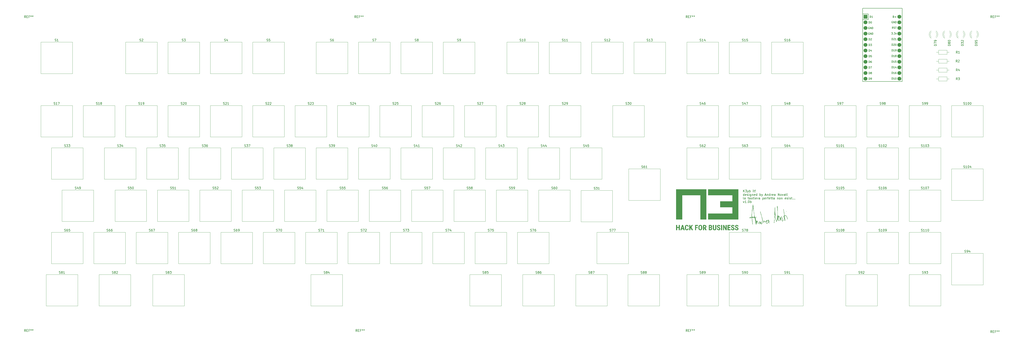
<source format=gbr>
%TF.GenerationSoftware,KiCad,Pcbnew,7.0.10*%
%TF.CreationDate,2024-04-02T12:04:44+02:00*%
%TF.ProjectId,k3yb.it,6b337962-2e69-4742-9e6b-696361645f70,v1.0b*%
%TF.SameCoordinates,Original*%
%TF.FileFunction,Legend,Top*%
%TF.FilePolarity,Positive*%
%FSLAX46Y46*%
G04 Gerber Fmt 4.6, Leading zero omitted, Abs format (unit mm)*
G04 Created by KiCad (PCBNEW 7.0.10) date 2024-04-02 12:04:44*
%MOMM*%
%LPD*%
G01*
G04 APERTURE LIST*
%ADD10C,0.000000*%
%ADD11C,0.150000*%
%ADD12C,0.120000*%
%ADD13C,0.200000*%
%ADD14C,1.752600*%
%ADD15R,1.752600X1.752600*%
G04 APERTURE END LIST*
D10*
G36*
X334649703Y-118526011D02*
G01*
X334692044Y-118528163D01*
X334733171Y-118531749D01*
X334773096Y-118536771D01*
X334811836Y-118543229D01*
X334849405Y-118551123D01*
X334885819Y-118560456D01*
X334921091Y-118571226D01*
X334938161Y-118577143D01*
X334954904Y-118583403D01*
X334971320Y-118590007D01*
X334987411Y-118596953D01*
X335003177Y-118604243D01*
X335018620Y-118611876D01*
X335033741Y-118619853D01*
X335048541Y-118628172D01*
X335063021Y-118636834D01*
X335077182Y-118645839D01*
X335091025Y-118655186D01*
X335104552Y-118664877D01*
X335117762Y-118674909D01*
X335130659Y-118685285D01*
X335143241Y-118696003D01*
X335155512Y-118707063D01*
X335167325Y-118718468D01*
X335178793Y-118730200D01*
X335189914Y-118742260D01*
X335200686Y-118754650D01*
X335211107Y-118767371D01*
X335221175Y-118780425D01*
X335230888Y-118793811D01*
X335240245Y-118807531D01*
X335249243Y-118821588D01*
X335257881Y-118835980D01*
X335266157Y-118850711D01*
X335274069Y-118865781D01*
X335281615Y-118881190D01*
X335288793Y-118896942D01*
X335295602Y-118913035D01*
X335302039Y-118929472D01*
X335308213Y-118946237D01*
X335313996Y-118963316D01*
X335319386Y-118980710D01*
X335324382Y-118998421D01*
X335328985Y-119016451D01*
X335333192Y-119034803D01*
X335337002Y-119053478D01*
X335340416Y-119072479D01*
X335343431Y-119091807D01*
X335346048Y-119111465D01*
X335348264Y-119131454D01*
X335350080Y-119151776D01*
X335351493Y-119172434D01*
X335352504Y-119193430D01*
X335353112Y-119214764D01*
X335353314Y-119236441D01*
X335352941Y-119268004D01*
X335351827Y-119298761D01*
X335349980Y-119328721D01*
X335347408Y-119357891D01*
X335344119Y-119386280D01*
X335340121Y-119413896D01*
X335335422Y-119440746D01*
X335330031Y-119466840D01*
X335323726Y-119492184D01*
X335316795Y-119516787D01*
X335309240Y-119540658D01*
X335301059Y-119563803D01*
X335292254Y-119586232D01*
X335282823Y-119607951D01*
X335272767Y-119628970D01*
X335262087Y-119649297D01*
X335256400Y-119659210D01*
X335250572Y-119668967D01*
X335244603Y-119678567D01*
X335238493Y-119688012D01*
X335232241Y-119697300D01*
X335225849Y-119706432D01*
X335219316Y-119715407D01*
X335212642Y-119724227D01*
X335205827Y-119732890D01*
X335198872Y-119741396D01*
X335191776Y-119749747D01*
X335184539Y-119757941D01*
X335177162Y-119765979D01*
X335169644Y-119773861D01*
X335161987Y-119781586D01*
X335154189Y-119789156D01*
X335138205Y-119803887D01*
X335121724Y-119818118D01*
X335104746Y-119831850D01*
X335087270Y-119845082D01*
X335069295Y-119857815D01*
X335050821Y-119870051D01*
X335031847Y-119881789D01*
X335012373Y-119893031D01*
X335424594Y-120855955D01*
X335424594Y-120878604D01*
X334913841Y-120878604D01*
X334559509Y-120018921D01*
X334323767Y-120018921D01*
X334323767Y-120878604D01*
X333848311Y-120878604D01*
X333848311Y-118921533D01*
X334323769Y-118921533D01*
X334323769Y-119622734D01*
X334593483Y-119622734D01*
X334610940Y-119622367D01*
X334627849Y-119621267D01*
X334644209Y-119619431D01*
X334660020Y-119616859D01*
X334675280Y-119613549D01*
X334689990Y-119609501D01*
X334704147Y-119604714D01*
X334717751Y-119599186D01*
X334730802Y-119592916D01*
X334743298Y-119585904D01*
X334755239Y-119578148D01*
X334766623Y-119569647D01*
X334777450Y-119560400D01*
X334787719Y-119550406D01*
X334797429Y-119539664D01*
X334806580Y-119528172D01*
X334815280Y-119516177D01*
X334823405Y-119503669D01*
X334830956Y-119490647D01*
X334837935Y-119477114D01*
X334844344Y-119463070D01*
X334850185Y-119448515D01*
X334855460Y-119433452D01*
X334860172Y-119417880D01*
X334864321Y-119401801D01*
X334867911Y-119385216D01*
X334870943Y-119368125D01*
X334873419Y-119350530D01*
X334875341Y-119332432D01*
X334876712Y-119313830D01*
X334877533Y-119294727D01*
X334877806Y-119275124D01*
X334877585Y-119255151D01*
X334876912Y-119235675D01*
X334875772Y-119216696D01*
X334874148Y-119198216D01*
X334872026Y-119180234D01*
X334869389Y-119162751D01*
X334866223Y-119145768D01*
X334862512Y-119129285D01*
X334860560Y-119121118D01*
X334858454Y-119113110D01*
X334856197Y-119105258D01*
X334853791Y-119097563D01*
X334851236Y-119090025D01*
X334848535Y-119082644D01*
X334845690Y-119075420D01*
X334842702Y-119068351D01*
X334839574Y-119061439D01*
X334836306Y-119054683D01*
X334832902Y-119048084D01*
X334829362Y-119041639D01*
X334825688Y-119035351D01*
X334821882Y-119029218D01*
X334817947Y-119023240D01*
X334813883Y-119017418D01*
X334809694Y-119011751D01*
X334805363Y-119006242D01*
X334800889Y-119000892D01*
X334796271Y-118995700D01*
X334791509Y-118990669D01*
X334786600Y-118985799D01*
X334781546Y-118981091D01*
X334776344Y-118976547D01*
X334770994Y-118972167D01*
X334765494Y-118967952D01*
X334759845Y-118963903D01*
X334754045Y-118960022D01*
X334748094Y-118956309D01*
X334741990Y-118952766D01*
X334735733Y-118949393D01*
X334729321Y-118946191D01*
X334722762Y-118943168D01*
X334716058Y-118940346D01*
X334709210Y-118937726D01*
X334702215Y-118935306D01*
X334695071Y-118933086D01*
X334687776Y-118931064D01*
X334680329Y-118929240D01*
X334672727Y-118927611D01*
X334664969Y-118926179D01*
X334657053Y-118924940D01*
X334648977Y-118923895D01*
X334640739Y-118923042D01*
X334632337Y-118922380D01*
X334623770Y-118921909D01*
X334615035Y-118921627D01*
X334606131Y-118921533D01*
X334323769Y-118921533D01*
X333848311Y-118921533D01*
X333848311Y-118525294D01*
X334606131Y-118525294D01*
X334649703Y-118526011D01*
G37*
G36*
X327386922Y-120094968D02*
G01*
X327386918Y-120094968D01*
X327386922Y-120094910D01*
X327386922Y-120094968D01*
G37*
G36*
X322262683Y-119477635D02*
G01*
X322963882Y-119477635D01*
X322963882Y-118525401D01*
X323438015Y-118525401D01*
X323438015Y-120878709D01*
X322963882Y-120878709D01*
X322963882Y-119871866D01*
X322262683Y-119871866D01*
X322262683Y-120878709D01*
X321787227Y-120878709D01*
X321787227Y-118525401D01*
X322262683Y-118525401D01*
X322262683Y-119477635D01*
G37*
G36*
X325605693Y-120878709D02*
G01*
X325098275Y-120878709D01*
X324971751Y-120397275D01*
X324323840Y-120397275D01*
X324197316Y-120878709D01*
X323695243Y-120878709D01*
X323969428Y-120001034D01*
X324427081Y-120001034D01*
X324866606Y-120001034D01*
X324646843Y-119162675D01*
X324427081Y-120001034D01*
X323969428Y-120001034D01*
X324430414Y-118525401D01*
X324864542Y-118525401D01*
X325605693Y-120878709D01*
G37*
G36*
X349761198Y-116040117D02*
G01*
X336155000Y-116040117D01*
X336155000Y-113319036D01*
X347040752Y-113319036D01*
X347040752Y-110597902D01*
X341597850Y-110597902D01*
X341597850Y-107876134D01*
X347040752Y-107876134D01*
X347040752Y-105155000D01*
X336155000Y-105155000D01*
X336155000Y-102433919D01*
X349761198Y-102433919D01*
X349761198Y-116040117D01*
G37*
G36*
X363147358Y-116022237D02*
G01*
X363155186Y-116027160D01*
X363165328Y-116036486D01*
X363177620Y-116049987D01*
X363191897Y-116067437D01*
X363225742Y-116113271D01*
X363265539Y-116172168D01*
X363309967Y-116242310D01*
X363357702Y-116321878D01*
X363407422Y-116409053D01*
X363457802Y-116502016D01*
X363711803Y-116960626D01*
X363563636Y-117172293D01*
X363547720Y-117195733D01*
X363533048Y-117218430D01*
X363519625Y-117240382D01*
X363507453Y-117261590D01*
X363496537Y-117282053D01*
X363486881Y-117301773D01*
X363478488Y-117320749D01*
X363471362Y-117338980D01*
X363465508Y-117356467D01*
X363460929Y-117373211D01*
X363457629Y-117389210D01*
X363455611Y-117404464D01*
X363454881Y-117418975D01*
X363455441Y-117432742D01*
X363457296Y-117445764D01*
X363460448Y-117458043D01*
X363464904Y-117469577D01*
X363470665Y-117480367D01*
X363477736Y-117490413D01*
X363486121Y-117499715D01*
X363495824Y-117508272D01*
X363506849Y-117516086D01*
X363519199Y-117523155D01*
X363532878Y-117529480D01*
X363547891Y-117535061D01*
X363564241Y-117539898D01*
X363581931Y-117543991D01*
X363600967Y-117547340D01*
X363621352Y-117549944D01*
X363643089Y-117551804D01*
X363666182Y-117552921D01*
X363690636Y-117553293D01*
X363711537Y-117553620D01*
X363731839Y-117554588D01*
X363751438Y-117556176D01*
X363770231Y-117558364D01*
X363788115Y-117561130D01*
X363796683Y-117562724D01*
X363804985Y-117564455D01*
X363813008Y-117566320D01*
X363820740Y-117568317D01*
X363828166Y-117570443D01*
X363835274Y-117572696D01*
X363842052Y-117575072D01*
X363848486Y-117577570D01*
X363854564Y-117580187D01*
X363860272Y-117582921D01*
X363865598Y-117585768D01*
X363870528Y-117588726D01*
X363875050Y-117591792D01*
X363879151Y-117594965D01*
X363882818Y-117598240D01*
X363886038Y-117601617D01*
X363888798Y-117605092D01*
X363891085Y-117608662D01*
X363892886Y-117612326D01*
X363894189Y-117616079D01*
X363894980Y-117619921D01*
X363895247Y-117623848D01*
X363894919Y-117627154D01*
X363893946Y-117630454D01*
X363892346Y-117633741D01*
X363890134Y-117637008D01*
X363883945Y-117643459D01*
X363875513Y-117649755D01*
X363864973Y-117655845D01*
X363852459Y-117661676D01*
X363838105Y-117667196D01*
X363822045Y-117672356D01*
X363804415Y-117677101D01*
X363785348Y-117681382D01*
X363764979Y-117685146D01*
X363743442Y-117688341D01*
X363720872Y-117690916D01*
X363697402Y-117692820D01*
X363673167Y-117694000D01*
X363648302Y-117694405D01*
X363612721Y-117693976D01*
X363579951Y-117692627D01*
X363549828Y-117690265D01*
X363535706Y-117688675D01*
X363522184Y-117686798D01*
X363509241Y-117684620D01*
X363496856Y-117682131D01*
X363485008Y-117679319D01*
X363473677Y-117676173D01*
X363462842Y-117672680D01*
X363452483Y-117668830D01*
X363442578Y-117664610D01*
X363433108Y-117660009D01*
X363424051Y-117655015D01*
X363415386Y-117649616D01*
X363407094Y-117643802D01*
X363399153Y-117637560D01*
X363391543Y-117630879D01*
X363384243Y-117623747D01*
X363377232Y-117616153D01*
X363370490Y-117608084D01*
X363363996Y-117599530D01*
X363357729Y-117590478D01*
X363351670Y-117580917D01*
X363345796Y-117570836D01*
X363340087Y-117560222D01*
X363334524Y-117549065D01*
X363323748Y-117525072D01*
X363311516Y-117499400D01*
X363301299Y-117475145D01*
X363293129Y-117452068D01*
X363287037Y-117429932D01*
X363284779Y-117419142D01*
X363283052Y-117408498D01*
X363281861Y-117397970D01*
X363281207Y-117387529D01*
X363281097Y-117377145D01*
X363281533Y-117366788D01*
X363282519Y-117356428D01*
X363284060Y-117346036D01*
X363286159Y-117335582D01*
X363288819Y-117325037D01*
X363292046Y-117314370D01*
X363295842Y-117303551D01*
X363305159Y-117281343D01*
X363316802Y-117258173D01*
X363330801Y-117233804D01*
X363347188Y-117207998D01*
X363365993Y-117180518D01*
X363387247Y-117151126D01*
X363410815Y-117117376D01*
X363431262Y-117087171D01*
X363448608Y-117059922D01*
X363462874Y-117035040D01*
X363468858Y-117023302D01*
X363474081Y-117011936D01*
X363478543Y-117000866D01*
X363482249Y-116990020D01*
X363485200Y-116979323D01*
X363487399Y-116968703D01*
X363488849Y-116958086D01*
X363489552Y-116947397D01*
X363489512Y-116936564D01*
X363488729Y-116925512D01*
X363487208Y-116914168D01*
X363484950Y-116902459D01*
X363481958Y-116890311D01*
X363478235Y-116877649D01*
X363468606Y-116850493D01*
X363456083Y-116820402D01*
X363440687Y-116786787D01*
X363401358Y-116706627D01*
X363274358Y-116466737D01*
X363224969Y-116925349D01*
X363214427Y-117008533D01*
X363201405Y-117088688D01*
X363186026Y-117165722D01*
X363168415Y-117239542D01*
X363148695Y-117310054D01*
X363126991Y-117377166D01*
X363103426Y-117440785D01*
X363078126Y-117500818D01*
X363051212Y-117557171D01*
X363022811Y-117609751D01*
X362993046Y-117658467D01*
X362962040Y-117703224D01*
X362929918Y-117743929D01*
X362896803Y-117780490D01*
X362862821Y-117812814D01*
X362828094Y-117840807D01*
X362792748Y-117864377D01*
X362756905Y-117883430D01*
X362720690Y-117897873D01*
X362684227Y-117907614D01*
X362647640Y-117912560D01*
X362611053Y-117912617D01*
X362574591Y-117907692D01*
X362538376Y-117897692D01*
X362502533Y-117882525D01*
X362467186Y-117862098D01*
X362432460Y-117836316D01*
X362398477Y-117805088D01*
X362365363Y-117768320D01*
X362333241Y-117725919D01*
X362302235Y-117677793D01*
X362272469Y-117623848D01*
X362258095Y-117595772D01*
X362244123Y-117567252D01*
X362230627Y-117538504D01*
X362217679Y-117509747D01*
X362205350Y-117481195D01*
X362193715Y-117453068D01*
X362182844Y-117425581D01*
X362172810Y-117398952D01*
X362163685Y-117373398D01*
X362155543Y-117349136D01*
X362148455Y-117326383D01*
X362142493Y-117305356D01*
X362137730Y-117286272D01*
X362134238Y-117269349D01*
X362132090Y-117254802D01*
X362131358Y-117242850D01*
X362130767Y-117227794D01*
X362128946Y-117214351D01*
X362127552Y-117208221D01*
X362125823Y-117202479D01*
X362123751Y-117197119D01*
X362121326Y-117192137D01*
X362118539Y-117187526D01*
X362115381Y-117183283D01*
X362111844Y-117179401D01*
X362107918Y-117175876D01*
X362103593Y-117172702D01*
X362098862Y-117169874D01*
X362093715Y-117167387D01*
X362088143Y-117165237D01*
X362082136Y-117163417D01*
X362075687Y-117161922D01*
X362061423Y-117159890D01*
X362045277Y-117159097D01*
X362027178Y-117159504D01*
X362007054Y-117161068D01*
X361984831Y-117163749D01*
X361960438Y-117167504D01*
X361933802Y-117172293D01*
X361907911Y-117176918D01*
X361883104Y-117180189D01*
X361859311Y-117182076D01*
X361836458Y-117182546D01*
X361825362Y-117182240D01*
X361814473Y-117181569D01*
X361803784Y-117180528D01*
X361793284Y-117179114D01*
X361782965Y-117177323D01*
X361772818Y-117175151D01*
X361762834Y-117172594D01*
X361753004Y-117169647D01*
X361743318Y-117166308D01*
X361733768Y-117162573D01*
X361724345Y-117158437D01*
X361715039Y-117153896D01*
X361705842Y-117148948D01*
X361696744Y-117143587D01*
X361687736Y-117137810D01*
X361678810Y-117131613D01*
X361669957Y-117124993D01*
X361661166Y-117117945D01*
X361643739Y-117102550D01*
X361626457Y-117085399D01*
X361609247Y-117066460D01*
X361590934Y-117046698D01*
X361573046Y-117028419D01*
X361555591Y-117011618D01*
X361538581Y-116996290D01*
X361522026Y-116982429D01*
X361505935Y-116970031D01*
X361490320Y-116959090D01*
X361475191Y-116949602D01*
X361460558Y-116941560D01*
X361446432Y-116934960D01*
X361432822Y-116929797D01*
X361419739Y-116926065D01*
X361407194Y-116923759D01*
X361395196Y-116922875D01*
X361383757Y-116923406D01*
X361372886Y-116925348D01*
X361362594Y-116928696D01*
X361352891Y-116933444D01*
X361343787Y-116939588D01*
X361335293Y-116947121D01*
X361327419Y-116956039D01*
X361320176Y-116966338D01*
X361313573Y-116978010D01*
X361307622Y-116991053D01*
X361302332Y-117005459D01*
X361297714Y-117021225D01*
X361293778Y-117038344D01*
X361290534Y-117056812D01*
X361287993Y-117076624D01*
X361286166Y-117097774D01*
X361285062Y-117120257D01*
X361284691Y-117144069D01*
X361283880Y-117199084D01*
X361281508Y-117252797D01*
X361277669Y-117304897D01*
X361272454Y-117355075D01*
X361265959Y-117403021D01*
X361258274Y-117448424D01*
X361249495Y-117490974D01*
X361239712Y-117530362D01*
X361229020Y-117566277D01*
X361223363Y-117582836D01*
X361217512Y-117598410D01*
X361211481Y-117612961D01*
X361205280Y-117626450D01*
X361198922Y-117638838D01*
X361192418Y-117650087D01*
X361185780Y-117660157D01*
X361179018Y-117669011D01*
X361172146Y-117676608D01*
X361165174Y-117682912D01*
X361158115Y-117687882D01*
X361150979Y-117691480D01*
X361143778Y-117693667D01*
X361136525Y-117694405D01*
X361133239Y-117693564D01*
X361129998Y-117691071D01*
X361123668Y-117681299D01*
X361117565Y-117665429D01*
X361111720Y-117643803D01*
X361100930Y-117584643D01*
X361091545Y-117506550D01*
X361083815Y-117412250D01*
X361077985Y-117304474D01*
X361074306Y-117185949D01*
X361073024Y-117059404D01*
X361073352Y-116990648D01*
X361074320Y-116924755D01*
X361075908Y-116861943D01*
X361078096Y-116802427D01*
X361080862Y-116746425D01*
X361084187Y-116694155D01*
X361088049Y-116645832D01*
X361092427Y-116601675D01*
X361097302Y-116561900D01*
X361102653Y-116526724D01*
X361108458Y-116496364D01*
X361114697Y-116471037D01*
X361121349Y-116450961D01*
X361124824Y-116442960D01*
X361128394Y-116436352D01*
X361132058Y-116431166D01*
X361135812Y-116427428D01*
X361139653Y-116425165D01*
X361143580Y-116424405D01*
X361147507Y-116424651D01*
X361151349Y-116425380D01*
X361155103Y-116426579D01*
X361158766Y-116428236D01*
X361162337Y-116430337D01*
X361165812Y-116432869D01*
X361172464Y-116439177D01*
X361178703Y-116447056D01*
X361184508Y-116456402D01*
X361189858Y-116467113D01*
X361194733Y-116479085D01*
X361199112Y-116492214D01*
X361202974Y-116506397D01*
X361206299Y-116521532D01*
X361209065Y-116537513D01*
X361211253Y-116554239D01*
X361212841Y-116571606D01*
X361213809Y-116589511D01*
X361214136Y-116607849D01*
X361214476Y-116633076D01*
X361215528Y-116655874D01*
X361216338Y-116666378D01*
X361217345Y-116676295D01*
X361218557Y-116685630D01*
X361219979Y-116694390D01*
X361221618Y-116702582D01*
X361223481Y-116710212D01*
X361225574Y-116717286D01*
X361227903Y-116723811D01*
X361230475Y-116729794D01*
X361233296Y-116735240D01*
X361236373Y-116740157D01*
X361239712Y-116744551D01*
X361243321Y-116748427D01*
X361247204Y-116751794D01*
X361251369Y-116754657D01*
X361255822Y-116757022D01*
X361260569Y-116758896D01*
X361265618Y-116760286D01*
X361270974Y-116761198D01*
X361276644Y-116761638D01*
X361282634Y-116761614D01*
X361288952Y-116761130D01*
X361295602Y-116760195D01*
X361302593Y-116758813D01*
X361309929Y-116756993D01*
X361317618Y-116754740D01*
X361325667Y-116752060D01*
X361334081Y-116748961D01*
X361340818Y-116746541D01*
X361347796Y-116744573D01*
X361355006Y-116743052D01*
X361362441Y-116741974D01*
X361377954Y-116741131D01*
X361394273Y-116742014D01*
X361411337Y-116744593D01*
X361429083Y-116748836D01*
X361447448Y-116754711D01*
X361466372Y-116762189D01*
X361485792Y-116771237D01*
X361505646Y-116781826D01*
X361525872Y-116793923D01*
X361546409Y-116807499D01*
X361567193Y-116822521D01*
X361588163Y-116838959D01*
X361609257Y-116856783D01*
X361630414Y-116875960D01*
X361655156Y-116898704D01*
X361679196Y-116919340D01*
X361702657Y-116937909D01*
X361725664Y-116954452D01*
X361748339Y-116969011D01*
X361770808Y-116981627D01*
X361793195Y-116992341D01*
X361815622Y-117001195D01*
X361838215Y-117008230D01*
X361861098Y-117013487D01*
X361884393Y-117017008D01*
X361908227Y-117018834D01*
X361932721Y-117019006D01*
X361958001Y-117017566D01*
X361984191Y-117014555D01*
X362011414Y-117010014D01*
X362021272Y-117007907D01*
X362030994Y-117005562D01*
X362040569Y-117002986D01*
X362049985Y-117000189D01*
X362059231Y-116997181D01*
X362068294Y-116993969D01*
X362077164Y-116990564D01*
X362085828Y-116986974D01*
X362094275Y-116983209D01*
X362102494Y-116979276D01*
X362110472Y-116975186D01*
X362118198Y-116970948D01*
X362125661Y-116966570D01*
X362132848Y-116962061D01*
X362139749Y-116957431D01*
X362146352Y-116952689D01*
X362152644Y-116947843D01*
X362158614Y-116942903D01*
X362164252Y-116937878D01*
X362169544Y-116932777D01*
X362174480Y-116927608D01*
X362179047Y-116922381D01*
X362183235Y-116917105D01*
X362187031Y-116911789D01*
X362190424Y-116906442D01*
X362193403Y-116901073D01*
X362195955Y-116895691D01*
X362198069Y-116890305D01*
X362199734Y-116884925D01*
X362200162Y-116883015D01*
X362343025Y-116883015D01*
X362343432Y-116889718D01*
X362344627Y-116895295D01*
X362346571Y-116899780D01*
X362349226Y-116903203D01*
X362352553Y-116905599D01*
X362356512Y-116906998D01*
X362361066Y-116907434D01*
X362366176Y-116906938D01*
X362371802Y-116905543D01*
X362377906Y-116903281D01*
X362384450Y-116900184D01*
X362391394Y-116896286D01*
X362406328Y-116886210D01*
X362422400Y-116873314D01*
X362439298Y-116857854D01*
X362456713Y-116840089D01*
X362474334Y-116820278D01*
X362491853Y-116798679D01*
X362508958Y-116775551D01*
X362525339Y-116751151D01*
X362540687Y-116725738D01*
X362554691Y-116699571D01*
X362558556Y-116692979D01*
X362562215Y-116686438D01*
X362565667Y-116679960D01*
X362568913Y-116673553D01*
X362571951Y-116667230D01*
X362574783Y-116660999D01*
X362577408Y-116654872D01*
X362579827Y-116648859D01*
X362582038Y-116642969D01*
X362584044Y-116637214D01*
X362585842Y-116631604D01*
X362587433Y-116626149D01*
X362588818Y-116620859D01*
X362589997Y-116615744D01*
X362590968Y-116610816D01*
X362591733Y-116606084D01*
X362592291Y-116601559D01*
X362592642Y-116597251D01*
X362592787Y-116593170D01*
X362592725Y-116589327D01*
X362592456Y-116585732D01*
X362591981Y-116582396D01*
X362591299Y-116579328D01*
X362590410Y-116576539D01*
X362589314Y-116574040D01*
X362588012Y-116571840D01*
X362586503Y-116569951D01*
X362584788Y-116568381D01*
X362582865Y-116567143D01*
X362580736Y-116566245D01*
X362578400Y-116565699D01*
X362575858Y-116565515D01*
X362570224Y-116566206D01*
X362563941Y-116568228D01*
X362557065Y-116571509D01*
X362549648Y-116575974D01*
X362533411Y-116588165D01*
X362515665Y-116604210D01*
X362496845Y-116623522D01*
X362477383Y-116645510D01*
X362457715Y-116669586D01*
X362438275Y-116695161D01*
X362419496Y-116721645D01*
X362401812Y-116748449D01*
X362385658Y-116774985D01*
X362371468Y-116800663D01*
X362359675Y-116824894D01*
X362350714Y-116847090D01*
X362345020Y-116866660D01*
X362343533Y-116875276D01*
X362343025Y-116883015D01*
X362200162Y-116883015D01*
X362200937Y-116879558D01*
X362201668Y-116874215D01*
X362201914Y-116868904D01*
X362202568Y-116849006D01*
X362204499Y-116829030D01*
X362207664Y-116809024D01*
X362212015Y-116789033D01*
X362217508Y-116769104D01*
X362224099Y-116749283D01*
X362231740Y-116729618D01*
X362240389Y-116710154D01*
X362249998Y-116690938D01*
X362260524Y-116672017D01*
X362271920Y-116653437D01*
X362284141Y-116635244D01*
X362297143Y-116617485D01*
X362310880Y-116600207D01*
X362325307Y-116583457D01*
X362340379Y-116567279D01*
X362356050Y-116551722D01*
X362372275Y-116536832D01*
X362389010Y-116522654D01*
X362406208Y-116509237D01*
X362423825Y-116496625D01*
X362441815Y-116484866D01*
X362460133Y-116474006D01*
X362478734Y-116464092D01*
X362497573Y-116455170D01*
X362516604Y-116447287D01*
X362535783Y-116440489D01*
X362555063Y-116434823D01*
X362574401Y-116430335D01*
X362593750Y-116427071D01*
X362613066Y-116425079D01*
X362632303Y-116424405D01*
X362653204Y-116424568D01*
X362673506Y-116425052D01*
X362693105Y-116425846D01*
X362711898Y-116426940D01*
X362729781Y-116428323D01*
X362746652Y-116429985D01*
X362762406Y-116431916D01*
X362776941Y-116434106D01*
X362790153Y-116436543D01*
X362801939Y-116439218D01*
X362812195Y-116442120D01*
X362816717Y-116443654D01*
X362820818Y-116445240D01*
X362824485Y-116446878D01*
X362827705Y-116448566D01*
X362830465Y-116450303D01*
X362832752Y-116452089D01*
X362834553Y-116453920D01*
X362835856Y-116455797D01*
X362836647Y-116457718D01*
X362836914Y-116459682D01*
X362836161Y-116472996D01*
X362833949Y-116487732D01*
X362830350Y-116503780D01*
X362825435Y-116521032D01*
X362811939Y-116558715D01*
X362794029Y-116599911D01*
X362772275Y-116643753D01*
X362747245Y-116689373D01*
X362719507Y-116735903D01*
X362689629Y-116782474D01*
X362658181Y-116828218D01*
X362625729Y-116872267D01*
X362592844Y-116913752D01*
X362560094Y-116951807D01*
X362528046Y-116985562D01*
X362497269Y-117014149D01*
X362482535Y-117026234D01*
X362468332Y-117036701D01*
X362454731Y-117045442D01*
X362441803Y-117052348D01*
X362405824Y-117069050D01*
X362374569Y-117085090D01*
X362347964Y-117100965D01*
X362336383Y-117108995D01*
X362325937Y-117117170D01*
X362316619Y-117125552D01*
X362308417Y-117134203D01*
X362301324Y-117143184D01*
X362295331Y-117152558D01*
X362290428Y-117162387D01*
X362286606Y-117172733D01*
X362283857Y-117183657D01*
X362282171Y-117195222D01*
X362281539Y-117207490D01*
X362281952Y-117220523D01*
X362283401Y-117234383D01*
X362285877Y-117249131D01*
X362293875Y-117281543D01*
X362305873Y-117318254D01*
X362321797Y-117359760D01*
X362341577Y-117406559D01*
X362365140Y-117459145D01*
X362392413Y-117518014D01*
X362406306Y-117546209D01*
X362420210Y-117572585D01*
X362434137Y-117597141D01*
X362448100Y-117619879D01*
X362462109Y-117640798D01*
X362476176Y-117659897D01*
X362490313Y-117677178D01*
X362504531Y-117692640D01*
X362518842Y-117706282D01*
X362533258Y-117718106D01*
X362547790Y-117728110D01*
X362562450Y-117736296D01*
X362577249Y-117742662D01*
X362592200Y-117747210D01*
X362607314Y-117749938D01*
X362622601Y-117750848D01*
X362638075Y-117749938D01*
X362653747Y-117747210D01*
X362669628Y-117742662D01*
X362685730Y-117736296D01*
X362702064Y-117728110D01*
X362718642Y-117718106D01*
X362735477Y-117706282D01*
X362752578Y-117692640D01*
X362769959Y-117677178D01*
X362787630Y-117659897D01*
X362805604Y-117640798D01*
X362823892Y-117619879D01*
X362842505Y-117597141D01*
X362861455Y-117572585D01*
X362880754Y-117546209D01*
X362900414Y-117518014D01*
X362926734Y-117478034D01*
X362950244Y-117439604D01*
X362971107Y-117401959D01*
X362989490Y-117364335D01*
X363005558Y-117325967D01*
X363019476Y-117286090D01*
X363031410Y-117243940D01*
X363041525Y-117198750D01*
X363049986Y-117149758D01*
X363056959Y-117096197D01*
X363062609Y-117037303D01*
X363067101Y-116972311D01*
X363073275Y-116820975D01*
X363076803Y-116636070D01*
X363080414Y-116507830D01*
X363082911Y-116447214D01*
X363085843Y-116389347D01*
X363089188Y-116334539D01*
X363092926Y-116283100D01*
X363097036Y-116235341D01*
X363101497Y-116191571D01*
X363106289Y-116152100D01*
X363111392Y-116117239D01*
X363116783Y-116087298D01*
X363122444Y-116062586D01*
X363128352Y-116043414D01*
X363131393Y-116036002D01*
X363134488Y-116030092D01*
X363137634Y-116025721D01*
X363140830Y-116022929D01*
X363144072Y-116021755D01*
X363147358Y-116022237D01*
G37*
G36*
X338759612Y-120142059D02*
G01*
X338759895Y-120170373D01*
X338760754Y-120197365D01*
X338762207Y-120223028D01*
X338764268Y-120247357D01*
X338766955Y-120270343D01*
X338770283Y-120291981D01*
X338774268Y-120312263D01*
X338778926Y-120331183D01*
X338781376Y-120340055D01*
X338783980Y-120348693D01*
X338786739Y-120357096D01*
X338789651Y-120365266D01*
X338792715Y-120373201D01*
X338795931Y-120380902D01*
X338799297Y-120388369D01*
X338802811Y-120395603D01*
X338806475Y-120402602D01*
X338810285Y-120409368D01*
X338814241Y-120415901D01*
X338818343Y-120422199D01*
X338822589Y-120428265D01*
X338826978Y-120434097D01*
X338831509Y-120439695D01*
X338836182Y-120445061D01*
X338840995Y-120450079D01*
X338845950Y-120454894D01*
X338851045Y-120459509D01*
X338856282Y-120463923D01*
X338861659Y-120468139D01*
X338867177Y-120472156D01*
X338872835Y-120475977D01*
X338878634Y-120479602D01*
X338884573Y-120483032D01*
X338890652Y-120486268D01*
X338896870Y-120489312D01*
X338903229Y-120492165D01*
X338909726Y-120494827D01*
X338916364Y-120497300D01*
X338923140Y-120499584D01*
X338930055Y-120501681D01*
X338944097Y-120505210D01*
X338958748Y-120508290D01*
X338973994Y-120510915D01*
X338989818Y-120513079D01*
X339006205Y-120514773D01*
X339023140Y-120515992D01*
X339040606Y-120516728D01*
X339058589Y-120516975D01*
X339076347Y-120516726D01*
X339093652Y-120515984D01*
X339110490Y-120514759D01*
X339126845Y-120513059D01*
X339142701Y-120510892D01*
X339158043Y-120508268D01*
X339172856Y-120505195D01*
X339187123Y-120501681D01*
X339193926Y-120499593D01*
X339200604Y-120497315D01*
X339207153Y-120494847D01*
X339213572Y-120492188D01*
X339219858Y-120489336D01*
X339226010Y-120486292D01*
X339232026Y-120483055D01*
X339237902Y-120479622D01*
X339243638Y-120475995D01*
X339249232Y-120472171D01*
X339254680Y-120468150D01*
X339259981Y-120463932D01*
X339265133Y-120459514D01*
X339270134Y-120454897D01*
X339274982Y-120450080D01*
X339279674Y-120445061D01*
X339284235Y-120439696D01*
X339288668Y-120434097D01*
X339292972Y-120428265D01*
X339297146Y-120422200D01*
X339301186Y-120415901D01*
X339305091Y-120409369D01*
X339308859Y-120402603D01*
X339312489Y-120395603D01*
X339315977Y-120388370D01*
X339319323Y-120380902D01*
X339322525Y-120373201D01*
X339325580Y-120365266D01*
X339328486Y-120357096D01*
X339331242Y-120348693D01*
X339333845Y-120340055D01*
X339336295Y-120331183D01*
X339338709Y-120321894D01*
X339340953Y-120312263D01*
X339343029Y-120302292D01*
X339344939Y-120291981D01*
X339348267Y-120270343D01*
X339350953Y-120247357D01*
X339353014Y-120223028D01*
X339354467Y-120197365D01*
X339355326Y-120170373D01*
X339355609Y-120142059D01*
X339355609Y-118525243D01*
X339831015Y-118525243D01*
X339831015Y-120142059D01*
X339830111Y-120192348D01*
X339827405Y-120240809D01*
X339822903Y-120287428D01*
X339816616Y-120332188D01*
X339812804Y-120353866D01*
X339808549Y-120375073D01*
X339803852Y-120395807D01*
X339798713Y-120416066D01*
X339793133Y-120435849D01*
X339787113Y-120455152D01*
X339780655Y-120473975D01*
X339773760Y-120492314D01*
X339766345Y-120510330D01*
X339758585Y-120527927D01*
X339750481Y-120545105D01*
X339742029Y-120561865D01*
X339733231Y-120578208D01*
X339724085Y-120594135D01*
X339714589Y-120609647D01*
X339704743Y-120624744D01*
X339694547Y-120639428D01*
X339683998Y-120653698D01*
X339673097Y-120667557D01*
X339661841Y-120681005D01*
X339650232Y-120694043D01*
X339638266Y-120706671D01*
X339625944Y-120718891D01*
X339613265Y-120730704D01*
X339600362Y-120742125D01*
X339587135Y-120753173D01*
X339573586Y-120763844D01*
X339559716Y-120774139D01*
X339545526Y-120784056D01*
X339531019Y-120793594D01*
X339516197Y-120802751D01*
X339501061Y-120811527D01*
X339485613Y-120819920D01*
X339469856Y-120827930D01*
X339453789Y-120835555D01*
X339437416Y-120842793D01*
X339420739Y-120849645D01*
X339403758Y-120856107D01*
X339386476Y-120862181D01*
X339368895Y-120867863D01*
X339332803Y-120877943D01*
X339295958Y-120886705D01*
X339258351Y-120894140D01*
X339219974Y-120900242D01*
X339180818Y-120905002D01*
X339140875Y-120908412D01*
X339100135Y-120910464D01*
X339058591Y-120911150D01*
X339016112Y-120910464D01*
X338974552Y-120908412D01*
X338933894Y-120905002D01*
X338894125Y-120900242D01*
X338855229Y-120894140D01*
X338817191Y-120886705D01*
X338779997Y-120877943D01*
X338743631Y-120867863D01*
X338725929Y-120862172D01*
X338708540Y-120856093D01*
X338691464Y-120849626D01*
X338674701Y-120842772D01*
X338658252Y-120835532D01*
X338642115Y-120827908D01*
X338626290Y-120819899D01*
X338610777Y-120811508D01*
X338595576Y-120802735D01*
X338580687Y-120793580D01*
X338566110Y-120784046D01*
X338551843Y-120774132D01*
X338537888Y-120763840D01*
X338524243Y-120753171D01*
X338510909Y-120742125D01*
X338497885Y-120730704D01*
X338485318Y-120718891D01*
X338473095Y-120706671D01*
X338461217Y-120694043D01*
X338449683Y-120681005D01*
X338438494Y-120667557D01*
X338427648Y-120653698D01*
X338417146Y-120639428D01*
X338406988Y-120624744D01*
X338397173Y-120609647D01*
X338387702Y-120594135D01*
X338378574Y-120578208D01*
X338369789Y-120561865D01*
X338361347Y-120545105D01*
X338353248Y-120527927D01*
X338345491Y-120510330D01*
X338338077Y-120492314D01*
X338331181Y-120473965D01*
X338324723Y-120455136D01*
X338318704Y-120435828D01*
X338313124Y-120416043D01*
X338307985Y-120395783D01*
X338303288Y-120375049D01*
X338299033Y-120353843D01*
X338295221Y-120332168D01*
X338291854Y-120310024D01*
X338288933Y-120287414D01*
X338286459Y-120264339D01*
X338284432Y-120240802D01*
X338282854Y-120216803D01*
X338281725Y-120192345D01*
X338281047Y-120167430D01*
X338280821Y-120142059D01*
X338280821Y-118525243D01*
X338759612Y-118525243D01*
X338759612Y-120142059D01*
G37*
G36*
X328154477Y-119552196D02*
G01*
X328304973Y-119297824D01*
X328743122Y-118525401D01*
X329325100Y-118525401D01*
X328650571Y-119559550D01*
X329336424Y-120878709D01*
X328772438Y-120878709D01*
X328342226Y-119970396D01*
X328154477Y-120206773D01*
X328154477Y-120878709D01*
X327679021Y-120878709D01*
X327679021Y-118525401D01*
X328154477Y-118525401D01*
X328154477Y-119552196D01*
G37*
G36*
X369133114Y-114522049D02*
G01*
X369139340Y-114524063D01*
X369145088Y-114527122D01*
X369150317Y-114531217D01*
X369154984Y-114536340D01*
X369159046Y-114542480D01*
X369162461Y-114549629D01*
X369165187Y-114557778D01*
X369167179Y-114566918D01*
X369168397Y-114577040D01*
X369168797Y-114588134D01*
X369168336Y-114600193D01*
X369166973Y-114613206D01*
X369164663Y-114627165D01*
X369161366Y-114642060D01*
X369157037Y-114657883D01*
X369151635Y-114674625D01*
X369140142Y-114720100D01*
X369127161Y-114785750D01*
X369113188Y-114868598D01*
X369098719Y-114965667D01*
X369084250Y-115073981D01*
X369070276Y-115190564D01*
X369057295Y-115312438D01*
X369045801Y-115436627D01*
X369034495Y-115552787D01*
X369021824Y-115665422D01*
X369007912Y-115773986D01*
X368992885Y-115877929D01*
X368976865Y-115976705D01*
X368959977Y-116069766D01*
X368942346Y-116156563D01*
X368924094Y-116236550D01*
X368905345Y-116309178D01*
X368886225Y-116373899D01*
X368866857Y-116430166D01*
X368847365Y-116477431D01*
X368837611Y-116497516D01*
X368827873Y-116515146D01*
X368818165Y-116530251D01*
X368808504Y-116542764D01*
X368798906Y-116552615D01*
X368789384Y-116559736D01*
X368779956Y-116564059D01*
X368770636Y-116565515D01*
X368767309Y-116564756D01*
X368763946Y-116562504D01*
X368757131Y-116553664D01*
X368750234Y-116539284D01*
X368743296Y-116519654D01*
X368736357Y-116495063D01*
X368729460Y-116465800D01*
X368715955Y-116394417D01*
X368703112Y-116307821D01*
X368691260Y-116208327D01*
X368680732Y-116098249D01*
X368671857Y-115979903D01*
X368663300Y-115861322D01*
X368653668Y-115745636D01*
X368643208Y-115635738D01*
X368632170Y-115534521D01*
X368620801Y-115444880D01*
X368609350Y-115369708D01*
X368603671Y-115338452D01*
X368598064Y-115311899D01*
X368592560Y-115290410D01*
X368587191Y-115274347D01*
X368584049Y-115267175D01*
X368581236Y-115260210D01*
X368578751Y-115253455D01*
X368576593Y-115246911D01*
X368574761Y-115240578D01*
X368573253Y-115234459D01*
X368572068Y-115228554D01*
X368571205Y-115222864D01*
X368570662Y-115217392D01*
X368570439Y-115212138D01*
X368570533Y-115207104D01*
X368570943Y-115202290D01*
X368571669Y-115197699D01*
X368572709Y-115193332D01*
X368574061Y-115189189D01*
X368575725Y-115185272D01*
X368577699Y-115181582D01*
X368579982Y-115178121D01*
X368582572Y-115174891D01*
X368585468Y-115171891D01*
X368588669Y-115169124D01*
X368592174Y-115166591D01*
X368595981Y-115164293D01*
X368600089Y-115162231D01*
X368604497Y-115160407D01*
X368609203Y-115158822D01*
X368614207Y-115157477D01*
X368619506Y-115156374D01*
X368625100Y-115155514D01*
X368630987Y-115154898D01*
X368637166Y-115154527D01*
X368643636Y-115154404D01*
X368656620Y-115155811D01*
X368669130Y-115160040D01*
X368681184Y-115167100D01*
X368692804Y-115177003D01*
X368704011Y-115189759D01*
X368714825Y-115205377D01*
X368725267Y-115223868D01*
X368735358Y-115245243D01*
X368745117Y-115269512D01*
X368754567Y-115296685D01*
X368763728Y-115326773D01*
X368772620Y-115359786D01*
X368781263Y-115395734D01*
X368789680Y-115434627D01*
X368805913Y-115521292D01*
X368862359Y-115895238D01*
X368904691Y-115330794D01*
X368913855Y-115214845D01*
X368925086Y-115101708D01*
X368937805Y-114994193D01*
X368951434Y-114895112D01*
X368965393Y-114807276D01*
X368979105Y-114733495D01*
X368991990Y-114676582D01*
X368997941Y-114655329D01*
X369003469Y-114639348D01*
X369011523Y-114623409D01*
X369019783Y-114608661D01*
X369028206Y-114595093D01*
X369036748Y-114582697D01*
X369045369Y-114571463D01*
X369054024Y-114561384D01*
X369062671Y-114552449D01*
X369071268Y-114544649D01*
X369079772Y-114537976D01*
X369088141Y-114532421D01*
X369096331Y-114527974D01*
X369104300Y-114524626D01*
X369112005Y-114522369D01*
X369119405Y-114521193D01*
X369126455Y-114521090D01*
X369133114Y-114522049D01*
G37*
G36*
X369362282Y-115013726D02*
G01*
X369368472Y-115015014D01*
X369381286Y-115020115D01*
X369394617Y-115028502D01*
X369408392Y-115040083D01*
X369422539Y-115054764D01*
X369436986Y-115072453D01*
X369451661Y-115093056D01*
X369466490Y-115116481D01*
X369481402Y-115142635D01*
X369496324Y-115171424D01*
X369511185Y-115202755D01*
X369525911Y-115236536D01*
X369540430Y-115272673D01*
X369554670Y-115311074D01*
X369568559Y-115351645D01*
X369582024Y-115394293D01*
X369619080Y-115513769D01*
X369633664Y-115565104D01*
X369645634Y-115611912D01*
X369655000Y-115655000D01*
X369661771Y-115695173D01*
X369665959Y-115733238D01*
X369667573Y-115770001D01*
X369666624Y-115806267D01*
X369663122Y-115842844D01*
X369657077Y-115880537D01*
X369648501Y-115920152D01*
X369637402Y-115962496D01*
X369623793Y-116008374D01*
X369607682Y-116058594D01*
X369589080Y-116113960D01*
X369575272Y-116157716D01*
X369562952Y-116199095D01*
X369552121Y-116238200D01*
X369542778Y-116275135D01*
X369534923Y-116310003D01*
X369528557Y-116342907D01*
X369523678Y-116373951D01*
X369520288Y-116403237D01*
X369518387Y-116430870D01*
X369517973Y-116456953D01*
X369519048Y-116481589D01*
X369521611Y-116504881D01*
X369525663Y-116526933D01*
X369531203Y-116547848D01*
X369538231Y-116567729D01*
X369546747Y-116586681D01*
X369556129Y-116601731D01*
X369565745Y-116615139D01*
X369575580Y-116626916D01*
X369585621Y-116637075D01*
X369595853Y-116645627D01*
X369606262Y-116652583D01*
X369616834Y-116657956D01*
X369627555Y-116661756D01*
X369638409Y-116663996D01*
X369649384Y-116664686D01*
X369660465Y-116663840D01*
X369671638Y-116661467D01*
X369682888Y-116657580D01*
X369694202Y-116652191D01*
X369705564Y-116645311D01*
X369716962Y-116636952D01*
X369728380Y-116627125D01*
X369739804Y-116615842D01*
X369751221Y-116603115D01*
X369762616Y-116588955D01*
X369785283Y-116556384D01*
X369807692Y-116518221D01*
X369829728Y-116474559D01*
X369851279Y-116425492D01*
X369872230Y-116371113D01*
X369892469Y-116311514D01*
X369899904Y-116291324D01*
X369907636Y-116271784D01*
X369915628Y-116252923D01*
X369923847Y-116234771D01*
X369932256Y-116217359D01*
X369940822Y-116200715D01*
X369949510Y-116184869D01*
X369958284Y-116169852D01*
X369967109Y-116155692D01*
X369975952Y-116142420D01*
X369984776Y-116130065D01*
X369993548Y-116118657D01*
X370002231Y-116108226D01*
X370010792Y-116098802D01*
X370019195Y-116090413D01*
X370027406Y-116083090D01*
X370035390Y-116076863D01*
X370043111Y-116071761D01*
X370050535Y-116067814D01*
X370057627Y-116065052D01*
X370064352Y-116063504D01*
X370070675Y-116063200D01*
X370073675Y-116063524D01*
X370076562Y-116064170D01*
X370079330Y-116065142D01*
X370081977Y-116066444D01*
X370084496Y-116068079D01*
X370086885Y-116070051D01*
X370089139Y-116072363D01*
X370091253Y-116075020D01*
X370095044Y-116081383D01*
X370098224Y-116089168D01*
X370100758Y-116098405D01*
X370102611Y-116109124D01*
X370103749Y-116121354D01*
X370104136Y-116135126D01*
X370103119Y-116157857D01*
X370100138Y-116182291D01*
X370095293Y-116208266D01*
X370088688Y-116235626D01*
X370080424Y-116264210D01*
X370070603Y-116293860D01*
X370046699Y-116355722D01*
X370017793Y-116419940D01*
X369984701Y-116485244D01*
X369948240Y-116550361D01*
X369909226Y-116614022D01*
X369868475Y-116674954D01*
X369826805Y-116731886D01*
X369785031Y-116783547D01*
X369743971Y-116828666D01*
X369723964Y-116848375D01*
X369704440Y-116865971D01*
X369685504Y-116881296D01*
X369667256Y-116894192D01*
X369649799Y-116904498D01*
X369633234Y-116912056D01*
X369617664Y-116916708D01*
X369603191Y-116918294D01*
X369599762Y-116918007D01*
X369596094Y-116917155D01*
X369588088Y-116913815D01*
X369579255Y-116908387D01*
X369569678Y-116900986D01*
X369559439Y-116891723D01*
X369548621Y-116880715D01*
X369537307Y-116868073D01*
X369525580Y-116853912D01*
X369513522Y-116838345D01*
X369501216Y-116821486D01*
X369488745Y-116803450D01*
X369476191Y-116784348D01*
X369463637Y-116764296D01*
X369451166Y-116743407D01*
X369438860Y-116721794D01*
X369426803Y-116699571D01*
X369408199Y-116662919D01*
X369392076Y-116629264D01*
X369378433Y-116597965D01*
X369367271Y-116568382D01*
X369358590Y-116539874D01*
X369352388Y-116511799D01*
X369348668Y-116483519D01*
X369347427Y-116454390D01*
X369348668Y-116423774D01*
X369352388Y-116391028D01*
X369358590Y-116355513D01*
X369367271Y-116316586D01*
X369378433Y-116273609D01*
X369392076Y-116225939D01*
X369426803Y-116113960D01*
X369443012Y-116060482D01*
X369457257Y-116010910D01*
X369469560Y-115964852D01*
X369479940Y-115921916D01*
X369488418Y-115881708D01*
X369495015Y-115843836D01*
X369499752Y-115807907D01*
X369502650Y-115773528D01*
X369503728Y-115740307D01*
X369503008Y-115707851D01*
X369500510Y-115675767D01*
X369496256Y-115643662D01*
X369490265Y-115611144D01*
X369482558Y-115577820D01*
X369473157Y-115543297D01*
X369462081Y-115507182D01*
X369442995Y-115456788D01*
X369423165Y-115406972D01*
X369403169Y-115358975D01*
X369383587Y-115314037D01*
X369364998Y-115273398D01*
X369347979Y-115238300D01*
X369333110Y-115209981D01*
X369326662Y-115198751D01*
X369320969Y-115189682D01*
X369314442Y-115182831D01*
X369308112Y-115175557D01*
X369302009Y-115167931D01*
X369296164Y-115160026D01*
X369290609Y-115151915D01*
X369285374Y-115143669D01*
X369280490Y-115135361D01*
X369275989Y-115127063D01*
X369271902Y-115118848D01*
X369268258Y-115110788D01*
X369265090Y-115102956D01*
X369262429Y-115095423D01*
X369260305Y-115088263D01*
X369258750Y-115081547D01*
X369257794Y-115075347D01*
X369257468Y-115069737D01*
X369257611Y-115067092D01*
X369258035Y-115064452D01*
X369258730Y-115061823D01*
X369259687Y-115059209D01*
X369260897Y-115056616D01*
X369262352Y-115054048D01*
X369264041Y-115051512D01*
X369265957Y-115049011D01*
X369270430Y-115044140D01*
X369275700Y-115039475D01*
X369281693Y-115035059D01*
X369288337Y-115030932D01*
X369295559Y-115027135D01*
X369303289Y-115023711D01*
X369311452Y-115020700D01*
X369319977Y-115018144D01*
X369328791Y-115016084D01*
X369337823Y-115014561D01*
X369346999Y-115013617D01*
X369356247Y-115013293D01*
X369362282Y-115013726D01*
G37*
G36*
X342476213Y-120878603D02*
G01*
X342000757Y-120878603D01*
X342000757Y-118525294D01*
X342476213Y-118525294D01*
X342476213Y-120878603D01*
G37*
G36*
X344046674Y-120070303D02*
G01*
X344046674Y-118525401D01*
X344520808Y-118525401D01*
X344520808Y-120878709D01*
X344045351Y-120878709D01*
X343350133Y-119335132D01*
X343350133Y-120878709D01*
X342874677Y-120878709D01*
X342874677Y-118525401D01*
X343350133Y-118525401D01*
X344046674Y-120070303D01*
G37*
G36*
X347304392Y-118493647D02*
G01*
X347324957Y-118494704D01*
X347345261Y-118496186D01*
X347365303Y-118498093D01*
X347385086Y-118500426D01*
X347404610Y-118503187D01*
X347423876Y-118506376D01*
X347442884Y-118509994D01*
X347461636Y-118514042D01*
X347480133Y-118518521D01*
X347498374Y-118523432D01*
X347516362Y-118528776D01*
X347534096Y-118534553D01*
X347551579Y-118540766D01*
X347568810Y-118547414D01*
X347585638Y-118554324D01*
X347602169Y-118561560D01*
X347618401Y-118569123D01*
X347634331Y-118577012D01*
X347649958Y-118585228D01*
X347665279Y-118593771D01*
X347680292Y-118602642D01*
X347694996Y-118611839D01*
X347709388Y-118621364D01*
X347723465Y-118631216D01*
X347737227Y-118641397D01*
X347750670Y-118651905D01*
X347763793Y-118662741D01*
X347776594Y-118673906D01*
X347789070Y-118685398D01*
X347801219Y-118697220D01*
X347813033Y-118709475D01*
X347824504Y-118722010D01*
X347835631Y-118734826D01*
X347846415Y-118747922D01*
X347856856Y-118761298D01*
X347866953Y-118774956D01*
X347876707Y-118788894D01*
X347886119Y-118803113D01*
X347895187Y-118817613D01*
X347903913Y-118832394D01*
X347912295Y-118847456D01*
X347920336Y-118862799D01*
X347928033Y-118878424D01*
X347935388Y-118894329D01*
X347942401Y-118910516D01*
X347949071Y-118926985D01*
X347955357Y-118943808D01*
X347961240Y-118960822D01*
X347966717Y-118978030D01*
X347971790Y-118995436D01*
X347976457Y-119013041D01*
X347980720Y-119030848D01*
X347984578Y-119048861D01*
X347988030Y-119067081D01*
X347991076Y-119085513D01*
X347993717Y-119104158D01*
X347995952Y-119123019D01*
X347997781Y-119142100D01*
X347999203Y-119161403D01*
X348000220Y-119180930D01*
X348000830Y-119200686D01*
X348001033Y-119220671D01*
X347527586Y-119220671D01*
X347527337Y-119202156D01*
X347526596Y-119184070D01*
X347525371Y-119166405D01*
X347523671Y-119149155D01*
X347521505Y-119132312D01*
X347518881Y-119115868D01*
X347515808Y-119099815D01*
X347512294Y-119084148D01*
X347510237Y-119076357D01*
X347508054Y-119068721D01*
X347505743Y-119061238D01*
X347503304Y-119053905D01*
X347500736Y-119046720D01*
X347498038Y-119039682D01*
X347495208Y-119032789D01*
X347492246Y-119026038D01*
X347489150Y-119019428D01*
X347485920Y-119012957D01*
X347482555Y-119006623D01*
X347479054Y-119000424D01*
X347475415Y-118994358D01*
X347471638Y-118988423D01*
X347467721Y-118982617D01*
X347463664Y-118976938D01*
X347459469Y-118971512D01*
X347455118Y-118966228D01*
X347450612Y-118961088D01*
X347445954Y-118956091D01*
X347441142Y-118951240D01*
X347436179Y-118946534D01*
X347431065Y-118941974D01*
X347425802Y-118937562D01*
X347420390Y-118933298D01*
X347414829Y-118929183D01*
X347409122Y-118925218D01*
X347403269Y-118921403D01*
X347397270Y-118917740D01*
X347391128Y-118914230D01*
X347384842Y-118910873D01*
X347378413Y-118907671D01*
X347371950Y-118904640D01*
X347365301Y-118901798D01*
X347358469Y-118899147D01*
X347351456Y-118896686D01*
X347344264Y-118894418D01*
X347336894Y-118892342D01*
X347329350Y-118890460D01*
X347321632Y-118888773D01*
X347313743Y-118887280D01*
X347305685Y-118885984D01*
X347297460Y-118884885D01*
X347289070Y-118883984D01*
X347280517Y-118883282D01*
X347271803Y-118882779D01*
X347262929Y-118882477D01*
X347253899Y-118882376D01*
X347245483Y-118882461D01*
X347237222Y-118882717D01*
X347229114Y-118883142D01*
X347221155Y-118883736D01*
X347213346Y-118884498D01*
X347205683Y-118885426D01*
X347198164Y-118886521D01*
X347190788Y-118887781D01*
X347183553Y-118889205D01*
X347176457Y-118890792D01*
X347169498Y-118892542D01*
X347162674Y-118894454D01*
X347155982Y-118896527D01*
X347149422Y-118898760D01*
X347142991Y-118901153D01*
X347136687Y-118903703D01*
X347130628Y-118906385D01*
X347124695Y-118909191D01*
X347118889Y-118912120D01*
X347113212Y-118915172D01*
X347107664Y-118918345D01*
X347102247Y-118921638D01*
X347096960Y-118925050D01*
X347091806Y-118928580D01*
X347086786Y-118932228D01*
X347081900Y-118935992D01*
X347077149Y-118939871D01*
X347072535Y-118943864D01*
X347068058Y-118947971D01*
X347063719Y-118952189D01*
X347059520Y-118956519D01*
X347055461Y-118960959D01*
X347051413Y-118965516D01*
X347047504Y-118970196D01*
X347043733Y-118974997D01*
X347040100Y-118979918D01*
X347036602Y-118984956D01*
X347033240Y-118990109D01*
X347030012Y-118995375D01*
X347026917Y-119000752D01*
X347023955Y-119006238D01*
X347021123Y-119011832D01*
X347018421Y-119017530D01*
X347015849Y-119023332D01*
X347013404Y-119029235D01*
X347011087Y-119035237D01*
X347008895Y-119041336D01*
X347006828Y-119047530D01*
X347003073Y-119060107D01*
X346999823Y-119072880D01*
X346997076Y-119085856D01*
X346994831Y-119099043D01*
X346993087Y-119112449D01*
X346991843Y-119126081D01*
X346991098Y-119139946D01*
X346990849Y-119154051D01*
X346990943Y-119161255D01*
X346991225Y-119168379D01*
X346991697Y-119175424D01*
X346992358Y-119182387D01*
X346993211Y-119189268D01*
X346994256Y-119196066D01*
X346995495Y-119202780D01*
X346996928Y-119209409D01*
X346998556Y-119215951D01*
X347000380Y-119222406D01*
X347002402Y-119228773D01*
X347004623Y-119235051D01*
X347007042Y-119241238D01*
X347009662Y-119247335D01*
X347012484Y-119253339D01*
X347015508Y-119259250D01*
X347018718Y-119265090D01*
X347022099Y-119270884D01*
X347025650Y-119276630D01*
X347029368Y-119282327D01*
X347033255Y-119287974D01*
X347037307Y-119293570D01*
X347041525Y-119299114D01*
X347045908Y-119304605D01*
X347050454Y-119310042D01*
X347055164Y-119315425D01*
X347060035Y-119320751D01*
X347065067Y-119326021D01*
X347070259Y-119331232D01*
X347075609Y-119336385D01*
X347081118Y-119341477D01*
X347086784Y-119346509D01*
X347098587Y-119356456D01*
X347111014Y-119366320D01*
X347124064Y-119376078D01*
X347137738Y-119385706D01*
X347152034Y-119395180D01*
X347166952Y-119404477D01*
X347182490Y-119413573D01*
X347198650Y-119422444D01*
X347215130Y-119431374D01*
X347232095Y-119440195D01*
X347249528Y-119448924D01*
X347267415Y-119457574D01*
X347285738Y-119466163D01*
X347304481Y-119474705D01*
X347343166Y-119491711D01*
X347383708Y-119506910D01*
X347422945Y-119522538D01*
X347460872Y-119538588D01*
X347497490Y-119555052D01*
X347532796Y-119571923D01*
X347566787Y-119589193D01*
X347599463Y-119606855D01*
X347630821Y-119624902D01*
X347646023Y-119633977D01*
X347660912Y-119643223D01*
X347675487Y-119652636D01*
X347689746Y-119662216D01*
X347703689Y-119671960D01*
X347717315Y-119681865D01*
X347730623Y-119691931D01*
X347743612Y-119702154D01*
X347756280Y-119712533D01*
X347768628Y-119723065D01*
X347780654Y-119733749D01*
X347792358Y-119744582D01*
X347803737Y-119755563D01*
X347814792Y-119766689D01*
X347825521Y-119777958D01*
X347835924Y-119789368D01*
X347846112Y-119800950D01*
X347855959Y-119812719D01*
X347865468Y-119824674D01*
X347874640Y-119836815D01*
X347883477Y-119849143D01*
X347891981Y-119861658D01*
X347900154Y-119874360D01*
X347907997Y-119887249D01*
X347915513Y-119900326D01*
X347922704Y-119913590D01*
X347929571Y-119927041D01*
X347936116Y-119940680D01*
X347942341Y-119954507D01*
X347948248Y-119968523D01*
X347953838Y-119982726D01*
X347959114Y-119997118D01*
X347963957Y-120011720D01*
X347968503Y-120026555D01*
X347972749Y-120041621D01*
X347976693Y-120056918D01*
X347980335Y-120072444D01*
X347983670Y-120088200D01*
X347986698Y-120104183D01*
X347989416Y-120120394D01*
X347991822Y-120136831D01*
X347993914Y-120153493D01*
X347995690Y-120170380D01*
X347997147Y-120187491D01*
X347998285Y-120204825D01*
X347999100Y-120222381D01*
X347999590Y-120240158D01*
X347999754Y-120258156D01*
X347999552Y-120277493D01*
X347998944Y-120296550D01*
X347997933Y-120315329D01*
X347996519Y-120333830D01*
X347994704Y-120352054D01*
X347992487Y-120370002D01*
X347989871Y-120387675D01*
X347986855Y-120405073D01*
X347983441Y-120422198D01*
X347979631Y-120439051D01*
X347975424Y-120455631D01*
X347970821Y-120471941D01*
X347965825Y-120487980D01*
X347960435Y-120503750D01*
X347954653Y-120519252D01*
X347948479Y-120534486D01*
X347941937Y-120549561D01*
X347935055Y-120564325D01*
X347927832Y-120578780D01*
X347920269Y-120592925D01*
X347912367Y-120606763D01*
X347904128Y-120620294D01*
X347895551Y-120633519D01*
X347886638Y-120646439D01*
X347877389Y-120659053D01*
X347867806Y-120671365D01*
X347857890Y-120683373D01*
X347847640Y-120695080D01*
X347837058Y-120706485D01*
X347826145Y-120717591D01*
X347814901Y-120728396D01*
X347803328Y-120738904D01*
X347791306Y-120749235D01*
X347778974Y-120759254D01*
X347766332Y-120768960D01*
X347753382Y-120778354D01*
X347740124Y-120787436D01*
X347726559Y-120796206D01*
X347712689Y-120804663D01*
X347698514Y-120812809D01*
X347684035Y-120820642D01*
X347669253Y-120828164D01*
X347654169Y-120835374D01*
X347638785Y-120842272D01*
X347623100Y-120848859D01*
X347607116Y-120855134D01*
X347590833Y-120861097D01*
X347574254Y-120866750D01*
X347557386Y-120872186D01*
X347540238Y-120877266D01*
X347522812Y-120881988D01*
X347505111Y-120886355D01*
X347487136Y-120890368D01*
X347468890Y-120894026D01*
X347450374Y-120897332D01*
X347431591Y-120900286D01*
X347393230Y-120905141D01*
X347353824Y-120908600D01*
X347313389Y-120910670D01*
X347271941Y-120911359D01*
X347234072Y-120910642D01*
X347196385Y-120908490D01*
X347158869Y-120904904D01*
X347121518Y-120899882D01*
X347084324Y-120893423D01*
X347047278Y-120885528D01*
X347010372Y-120876196D01*
X346973598Y-120865425D01*
X346955488Y-120859486D01*
X346937612Y-120853157D01*
X346919971Y-120846438D01*
X346902567Y-120839330D01*
X346885401Y-120831832D01*
X346868473Y-120823945D01*
X346851785Y-120815667D01*
X346835338Y-120807000D01*
X346819132Y-120797942D01*
X346803170Y-120788494D01*
X346787451Y-120778656D01*
X346771978Y-120768428D01*
X346756750Y-120757809D01*
X346741770Y-120746800D01*
X346727039Y-120735400D01*
X346712557Y-120723610D01*
X346698379Y-120711550D01*
X346684558Y-120699085D01*
X346671091Y-120686218D01*
X346657977Y-120672950D01*
X346645214Y-120659283D01*
X346632800Y-120645219D01*
X346620734Y-120630761D01*
X346609013Y-120615910D01*
X346597635Y-120600669D01*
X346586599Y-120585039D01*
X346575903Y-120569022D01*
X346565545Y-120552621D01*
X346555523Y-120535837D01*
X346545835Y-120518672D01*
X346536480Y-120501129D01*
X346527455Y-120483209D01*
X346518988Y-120464772D01*
X346511067Y-120445912D01*
X346503693Y-120426628D01*
X346496866Y-120406919D01*
X346490585Y-120386785D01*
X346484851Y-120366224D01*
X346479663Y-120345235D01*
X346475021Y-120323817D01*
X346470926Y-120301970D01*
X346467378Y-120279692D01*
X346464375Y-120256982D01*
X346461918Y-120233839D01*
X346460008Y-120210263D01*
X346458643Y-120186252D01*
X346457825Y-120161805D01*
X346457552Y-120136922D01*
X346934331Y-120136922D01*
X346934645Y-120163134D01*
X346935591Y-120188345D01*
X346937177Y-120212545D01*
X346939411Y-120235724D01*
X346942300Y-120257875D01*
X346945851Y-120278986D01*
X346950072Y-120299050D01*
X346954970Y-120318056D01*
X346957676Y-120327192D01*
X346960554Y-120336123D01*
X346963604Y-120344849D01*
X346966826Y-120353366D01*
X346970221Y-120361674D01*
X346973787Y-120369768D01*
X346977526Y-120377649D01*
X346981436Y-120385314D01*
X346985518Y-120392760D01*
X346989772Y-120399986D01*
X346994197Y-120406989D01*
X346998794Y-120413768D01*
X347003562Y-120420321D01*
X347008502Y-120426646D01*
X347013613Y-120432740D01*
X347018895Y-120438602D01*
X347024341Y-120444245D01*
X347029943Y-120449684D01*
X347035702Y-120454921D01*
X347041616Y-120459954D01*
X347047687Y-120464784D01*
X347053914Y-120469411D01*
X347060297Y-120473836D01*
X347066837Y-120478057D01*
X347073533Y-120482076D01*
X347080385Y-120485892D01*
X347087393Y-120489505D01*
X347094558Y-120492916D01*
X347101879Y-120496124D01*
X347109356Y-120499130D01*
X347116989Y-120501934D01*
X347124779Y-120504535D01*
X347132733Y-120507069D01*
X347140857Y-120509433D01*
X347149150Y-120511627D01*
X347157611Y-120513654D01*
X347166240Y-120515512D01*
X347175035Y-120517205D01*
X347183996Y-120518731D01*
X347193122Y-120520093D01*
X347211863Y-120522327D01*
X347231251Y-120523914D01*
X347251280Y-120524860D01*
X347271941Y-120525174D01*
X347288615Y-120524860D01*
X347296717Y-120524466D01*
X347304663Y-120523914D01*
X347312453Y-120523201D01*
X347320087Y-120522327D01*
X347327564Y-120521292D01*
X347334885Y-120520093D01*
X347342050Y-120518731D01*
X347349059Y-120517205D01*
X347355911Y-120515512D01*
X347362607Y-120513654D01*
X347369147Y-120511627D01*
X347375530Y-120509433D01*
X347381757Y-120507069D01*
X347387828Y-120504535D01*
X347393630Y-120501980D01*
X347399307Y-120499317D01*
X347404857Y-120496543D01*
X347410281Y-120493658D01*
X347415576Y-120490661D01*
X347420742Y-120487549D01*
X347425778Y-120484323D01*
X347430684Y-120480981D01*
X347435457Y-120477521D01*
X347440097Y-120473943D01*
X347444603Y-120470246D01*
X347448973Y-120466428D01*
X347453208Y-120462488D01*
X347457306Y-120458425D01*
X347461266Y-120454238D01*
X347465086Y-120449925D01*
X347468774Y-120445505D01*
X347472334Y-120440975D01*
X347475766Y-120436336D01*
X347479069Y-120431591D01*
X347482242Y-120426740D01*
X347485285Y-120421783D01*
X347488197Y-120416723D01*
X347490976Y-120411560D01*
X347493623Y-120406296D01*
X347496137Y-120400930D01*
X347498516Y-120395465D01*
X347500761Y-120389902D01*
X347502869Y-120384242D01*
X347504841Y-120378485D01*
X347506676Y-120372633D01*
X347508373Y-120366687D01*
X347511357Y-120354332D01*
X347513921Y-120341781D01*
X347516071Y-120329017D01*
X347517816Y-120316021D01*
X347519161Y-120302778D01*
X347520113Y-120289269D01*
X347520679Y-120275477D01*
X347520866Y-120261385D01*
X347520679Y-120246307D01*
X347520124Y-120231569D01*
X347519209Y-120217194D01*
X347517942Y-120203203D01*
X347516334Y-120189619D01*
X347514392Y-120176464D01*
X347512125Y-120163760D01*
X347509541Y-120151530D01*
X347508070Y-120145440D01*
X347506396Y-120139411D01*
X347504518Y-120133441D01*
X347502437Y-120127528D01*
X347500153Y-120121670D01*
X347497665Y-120115866D01*
X347494974Y-120110112D01*
X347492079Y-120104408D01*
X347488981Y-120098751D01*
X347485680Y-120093139D01*
X347482175Y-120087570D01*
X347478466Y-120082043D01*
X347474555Y-120076554D01*
X347470439Y-120071103D01*
X347466121Y-120065686D01*
X347461598Y-120060303D01*
X347456979Y-120054942D01*
X347452112Y-120049598D01*
X347446996Y-120044271D01*
X347441635Y-120038962D01*
X347436027Y-120033672D01*
X347430174Y-120028403D01*
X347424077Y-120023154D01*
X347417737Y-120017929D01*
X347411155Y-120012727D01*
X347404331Y-120007549D01*
X347397266Y-120002398D01*
X347389961Y-119997273D01*
X347382417Y-119992176D01*
X347374635Y-119987109D01*
X347366616Y-119982071D01*
X347358360Y-119977064D01*
X347340915Y-119966763D01*
X347322048Y-119956338D01*
X347301775Y-119945788D01*
X347280115Y-119935115D01*
X347257083Y-119924317D01*
X347232696Y-119913396D01*
X347206971Y-119902351D01*
X347179924Y-119891182D01*
X347146895Y-119878452D01*
X347114251Y-119865237D01*
X347081998Y-119851554D01*
X347050145Y-119837418D01*
X347018699Y-119822845D01*
X346987667Y-119807852D01*
X346957056Y-119792455D01*
X346926875Y-119776669D01*
X346897123Y-119760092D01*
X346868307Y-119742815D01*
X346840430Y-119724820D01*
X346813489Y-119706092D01*
X346787486Y-119686615D01*
X346762421Y-119666373D01*
X346750240Y-119655960D01*
X346738293Y-119645349D01*
X346726580Y-119634539D01*
X346715102Y-119623527D01*
X346703768Y-119612434D01*
X346692744Y-119601122D01*
X346682027Y-119589590D01*
X346671613Y-119577838D01*
X346661500Y-119565868D01*
X346651685Y-119553678D01*
X346642165Y-119541269D01*
X346632936Y-119528642D01*
X346623997Y-119515795D01*
X346615343Y-119502729D01*
X346606973Y-119489445D01*
X346598883Y-119475942D01*
X346591070Y-119462221D01*
X346583531Y-119448280D01*
X346576263Y-119434122D01*
X346569264Y-119419745D01*
X346562729Y-119405232D01*
X346556616Y-119390407D01*
X346550926Y-119375272D01*
X346545658Y-119359828D01*
X346540813Y-119344075D01*
X346536389Y-119328014D01*
X346532388Y-119311647D01*
X346528808Y-119294974D01*
X346525650Y-119277997D01*
X346522914Y-119260717D01*
X346520599Y-119243133D01*
X346518705Y-119225249D01*
X346517233Y-119207064D01*
X346516181Y-119188579D01*
X346515550Y-119169796D01*
X346515340Y-119150716D01*
X346515558Y-119132454D01*
X346516212Y-119114381D01*
X346517300Y-119096497D01*
X346518822Y-119078803D01*
X346520778Y-119061300D01*
X346523165Y-119043990D01*
X346525983Y-119026873D01*
X346529231Y-119009951D01*
X346532908Y-118993224D01*
X346537014Y-118976693D01*
X346541546Y-118960359D01*
X346546505Y-118944224D01*
X346551890Y-118928288D01*
X346557698Y-118912552D01*
X346563931Y-118897018D01*
X346570586Y-118881686D01*
X346577623Y-118866596D01*
X346585005Y-118851787D01*
X346592730Y-118837258D01*
X346600798Y-118823009D01*
X346609210Y-118809041D01*
X346617966Y-118795354D01*
X346627065Y-118781948D01*
X346636507Y-118768822D01*
X346646294Y-118755977D01*
X346656423Y-118743414D01*
X346666897Y-118731131D01*
X346677714Y-118719129D01*
X346688874Y-118707409D01*
X346700378Y-118695970D01*
X346712225Y-118684813D01*
X346724416Y-118673936D01*
X346737038Y-118663356D01*
X346749943Y-118653086D01*
X346763131Y-118643123D01*
X346776604Y-118633465D01*
X346790362Y-118624112D01*
X346804407Y-118615060D01*
X346818738Y-118606309D01*
X346833358Y-118597856D01*
X346848266Y-118589699D01*
X346863465Y-118581837D01*
X346878954Y-118574267D01*
X346894735Y-118566989D01*
X346910809Y-118559999D01*
X346927176Y-118553296D01*
X346943838Y-118546879D01*
X346960796Y-118540745D01*
X346978010Y-118534940D01*
X346995442Y-118529509D01*
X347013093Y-118524452D01*
X347030963Y-118519770D01*
X347049051Y-118515463D01*
X347067358Y-118511530D01*
X347085884Y-118507972D01*
X347104629Y-118504788D01*
X347123592Y-118501979D01*
X347142775Y-118499544D01*
X347162177Y-118497484D01*
X347181798Y-118495799D01*
X347201638Y-118494488D01*
X347221697Y-118493551D01*
X347262474Y-118492802D01*
X347304392Y-118493647D01*
G37*
G36*
X326625813Y-118493596D02*
G01*
X326671729Y-118496123D01*
X326716207Y-118500334D01*
X326759247Y-118506228D01*
X326800846Y-118513803D01*
X326841004Y-118523059D01*
X326879721Y-118533995D01*
X326916995Y-118546610D01*
X326952825Y-118560903D01*
X326987210Y-118576873D01*
X327020151Y-118594519D01*
X327051644Y-118613840D01*
X327081691Y-118634836D01*
X327110289Y-118657505D01*
X327137438Y-118681847D01*
X327163136Y-118707860D01*
X327187431Y-118735449D01*
X327210370Y-118764517D01*
X327231954Y-118795062D01*
X327252186Y-118827080D01*
X327271068Y-118860568D01*
X327288602Y-118895523D01*
X327304789Y-118931943D01*
X327319631Y-118969824D01*
X327333131Y-119009164D01*
X327345290Y-119049959D01*
X327356111Y-119092207D01*
X327365595Y-119135905D01*
X327373744Y-119181049D01*
X327380561Y-119227638D01*
X327386046Y-119275667D01*
X327390202Y-119325134D01*
X326913423Y-119325134D01*
X326912239Y-119294318D01*
X326910654Y-119264807D01*
X326908647Y-119236594D01*
X326906194Y-119209669D01*
X326903271Y-119184025D01*
X326899858Y-119159652D01*
X326895929Y-119136541D01*
X326891463Y-119114685D01*
X326886437Y-119093987D01*
X326883709Y-119084039D01*
X326880835Y-119074361D01*
X326877813Y-119064952D01*
X326874640Y-119055814D01*
X326871315Y-119046947D01*
X326867836Y-119038353D01*
X326864200Y-119030031D01*
X326860407Y-119021983D01*
X326856452Y-119014209D01*
X326852336Y-119006710D01*
X326848055Y-118999488D01*
X326843608Y-118992542D01*
X326838993Y-118985873D01*
X326834207Y-118979483D01*
X326829242Y-118973352D01*
X326824091Y-118967439D01*
X326818754Y-118961747D01*
X326813233Y-118956277D01*
X326807529Y-118951028D01*
X326801643Y-118946003D01*
X326795575Y-118941203D01*
X326789327Y-118936627D01*
X326782900Y-118932278D01*
X326776295Y-118928157D01*
X326769512Y-118924263D01*
X326762554Y-118920599D01*
X326755420Y-118917165D01*
X326748112Y-118913963D01*
X326740631Y-118910993D01*
X326732977Y-118908256D01*
X326725113Y-118905723D01*
X326717001Y-118903359D01*
X326708642Y-118901165D01*
X326700038Y-118899139D01*
X326691193Y-118897280D01*
X326682106Y-118895588D01*
X326672781Y-118894061D01*
X326663220Y-118892699D01*
X326653424Y-118891501D01*
X326643396Y-118890465D01*
X326622651Y-118888879D01*
X326601001Y-118887933D01*
X326578461Y-118887619D01*
X326566706Y-118887744D01*
X326555154Y-118888118D01*
X326543809Y-118888741D01*
X326532672Y-118889614D01*
X326521745Y-118890736D01*
X326511030Y-118892109D01*
X326500528Y-118893731D01*
X326490242Y-118895602D01*
X326480174Y-118897724D01*
X326470325Y-118900096D01*
X326460698Y-118902717D01*
X326451295Y-118905589D01*
X326442117Y-118908711D01*
X326433166Y-118912084D01*
X326424444Y-118915707D01*
X326415954Y-118919580D01*
X326407684Y-118923847D01*
X326399601Y-118928412D01*
X326391708Y-118933276D01*
X326384005Y-118938441D01*
X326376494Y-118943906D01*
X326369174Y-118949674D01*
X326362046Y-118955744D01*
X326355113Y-118962118D01*
X326348374Y-118968797D01*
X326341831Y-118975781D01*
X326335485Y-118983071D01*
X326329336Y-118990668D01*
X326323385Y-118998573D01*
X326317634Y-119006787D01*
X326312083Y-119015310D01*
X326306734Y-119024144D01*
X326301571Y-119033305D01*
X326296581Y-119042812D01*
X326291764Y-119052666D01*
X326287118Y-119062870D01*
X326282646Y-119073425D01*
X326278345Y-119084333D01*
X326274217Y-119095596D01*
X326270261Y-119107217D01*
X326266478Y-119119196D01*
X326262867Y-119131536D01*
X326259428Y-119144240D01*
X326256162Y-119157308D01*
X326253069Y-119170743D01*
X326250147Y-119184547D01*
X326247398Y-119198722D01*
X326244822Y-119213269D01*
X326240134Y-119243321D01*
X326236070Y-119275052D01*
X326232632Y-119308456D01*
X326229820Y-119343523D01*
X326227632Y-119380248D01*
X326226069Y-119418622D01*
X326225131Y-119458639D01*
X326224819Y-119500290D01*
X326224819Y-119904520D01*
X326225069Y-119944939D01*
X326225820Y-119983816D01*
X326227071Y-120021164D01*
X326228821Y-120057000D01*
X326231069Y-120091337D01*
X326233816Y-120124191D01*
X326237059Y-120155576D01*
X326240800Y-120185507D01*
X326245167Y-120213850D01*
X326250294Y-120240919D01*
X326256190Y-120266691D01*
X326262859Y-120291142D01*
X326266487Y-120302865D01*
X326270311Y-120314249D01*
X326274332Y-120325291D01*
X326278550Y-120335988D01*
X326282968Y-120346337D01*
X326287585Y-120356335D01*
X326292402Y-120365979D01*
X326297421Y-120375267D01*
X326302521Y-120384348D01*
X326307838Y-120393119D01*
X326313371Y-120401577D01*
X326319117Y-120409724D01*
X326325075Y-120417560D01*
X326331241Y-120425084D01*
X326337614Y-120432296D01*
X326344192Y-120439196D01*
X326350973Y-120445785D01*
X326357955Y-120452061D01*
X326365135Y-120458025D01*
X326372512Y-120463678D01*
X326380083Y-120469018D01*
X326387847Y-120474045D01*
X326395800Y-120478761D01*
X326403942Y-120483163D01*
X326412326Y-120487277D01*
X326421005Y-120491126D01*
X326429978Y-120494709D01*
X326439243Y-120498026D01*
X326448797Y-120501079D01*
X326458638Y-120503865D01*
X326468766Y-120506387D01*
X326479176Y-120508643D01*
X326489869Y-120510633D01*
X326500841Y-120512358D01*
X326512090Y-120513818D01*
X326523615Y-120515012D01*
X326535413Y-120515941D01*
X326547483Y-120516605D01*
X326559822Y-120517003D01*
X326572429Y-120517136D01*
X326593782Y-120516826D01*
X326614378Y-120515907D01*
X326634208Y-120514396D01*
X326653265Y-120512307D01*
X326671541Y-120509659D01*
X326689028Y-120506466D01*
X326705717Y-120502744D01*
X326721600Y-120498511D01*
X326729262Y-120496030D01*
X326736766Y-120493331D01*
X326744111Y-120490414D01*
X326751294Y-120487278D01*
X326758314Y-120483924D01*
X326765169Y-120480351D01*
X326771856Y-120476559D01*
X326778374Y-120472548D01*
X326784719Y-120468319D01*
X326790891Y-120463870D01*
X326796887Y-120459203D01*
X326802705Y-120454316D01*
X326808342Y-120449210D01*
X326813798Y-120443885D01*
X326819069Y-120438340D01*
X326824153Y-120432576D01*
X326829187Y-120426578D01*
X326834051Y-120420312D01*
X326838746Y-120413776D01*
X326843275Y-120406968D01*
X326847640Y-120399886D01*
X326851844Y-120392529D01*
X326855887Y-120384894D01*
X326859773Y-120376980D01*
X326863503Y-120368785D01*
X326867079Y-120360308D01*
X326870505Y-120351546D01*
X326873780Y-120342497D01*
X326876909Y-120333161D01*
X326879892Y-120323535D01*
X326882732Y-120313617D01*
X326885431Y-120303406D01*
X326890422Y-120282212D01*
X326894915Y-120259600D01*
X326898912Y-120235584D01*
X326902410Y-120210179D01*
X326905410Y-120183400D01*
X326907911Y-120155262D01*
X326909912Y-120125780D01*
X326911413Y-120094968D01*
X327386918Y-120094968D01*
X327383928Y-120144460D01*
X327379452Y-120192481D01*
X327373491Y-120238974D01*
X327366045Y-120283939D01*
X327357113Y-120327375D01*
X327346694Y-120369281D01*
X327334787Y-120409658D01*
X327321391Y-120448506D01*
X327306504Y-120485823D01*
X327290127Y-120521611D01*
X327272257Y-120555868D01*
X327252894Y-120588595D01*
X327232037Y-120619791D01*
X327209685Y-120649456D01*
X327185836Y-120677589D01*
X327160490Y-120704192D01*
X327133732Y-120729234D01*
X327105646Y-120752669D01*
X327076231Y-120774494D01*
X327045486Y-120794709D01*
X327013410Y-120813312D01*
X326980003Y-120830303D01*
X326945263Y-120845680D01*
X326909189Y-120859443D01*
X326871781Y-120871591D01*
X326833038Y-120882122D01*
X326792958Y-120891036D01*
X326751541Y-120898331D01*
X326708785Y-120904007D01*
X326664691Y-120908063D01*
X326619256Y-120910497D01*
X326572481Y-120911308D01*
X326548177Y-120911058D01*
X326524199Y-120910307D01*
X326500547Y-120909055D01*
X326477222Y-120907300D01*
X326454224Y-120905041D01*
X326431553Y-120902278D01*
X326409209Y-120899009D01*
X326387193Y-120895234D01*
X326365504Y-120890952D01*
X326344142Y-120886162D01*
X326323108Y-120880862D01*
X326302402Y-120875053D01*
X326282024Y-120868732D01*
X326261974Y-120861900D01*
X326242253Y-120854555D01*
X326222860Y-120846696D01*
X326203827Y-120838338D01*
X326185183Y-120829495D01*
X326166927Y-120820167D01*
X326149060Y-120810352D01*
X326131578Y-120800049D01*
X326114482Y-120789257D01*
X326097769Y-120777975D01*
X326081440Y-120766203D01*
X326065493Y-120753939D01*
X326049927Y-120741183D01*
X326034741Y-120727932D01*
X326019933Y-120714187D01*
X326005503Y-120699946D01*
X325991450Y-120685209D01*
X325977772Y-120669973D01*
X325964468Y-120654239D01*
X325951548Y-120638021D01*
X325939003Y-120621334D01*
X325926833Y-120604178D01*
X325915040Y-120586551D01*
X325903625Y-120568452D01*
X325892589Y-120549881D01*
X325881933Y-120530836D01*
X325871659Y-120511317D01*
X325861767Y-120491322D01*
X325852259Y-120470851D01*
X325843136Y-120449901D01*
X325834400Y-120428474D01*
X325826050Y-120406566D01*
X325818089Y-120384178D01*
X325810518Y-120361309D01*
X325803337Y-120337956D01*
X325796561Y-120314255D01*
X325790222Y-120290101D01*
X325778859Y-120240435D01*
X325769245Y-120188960D01*
X325761380Y-120135676D01*
X325755265Y-120080583D01*
X325750897Y-120023683D01*
X325748277Y-119964976D01*
X325747404Y-119904463D01*
X325747404Y-119503567D01*
X325748309Y-119443008D01*
X325751025Y-119384207D01*
X325755552Y-119327173D01*
X325761890Y-119271912D01*
X325770038Y-119218432D01*
X325779997Y-119166740D01*
X325791767Y-119116844D01*
X325805348Y-119068751D01*
X325812665Y-119045278D01*
X325820388Y-119022302D01*
X325828516Y-118999822D01*
X325837047Y-118977835D01*
X325845980Y-118956341D01*
X325855315Y-118935336D01*
X325865050Y-118914819D01*
X325875185Y-118894787D01*
X325885717Y-118875240D01*
X325896647Y-118856174D01*
X325907972Y-118837587D01*
X325919692Y-118819479D01*
X325931807Y-118801846D01*
X325944313Y-118784686D01*
X325957212Y-118767999D01*
X325970501Y-118751781D01*
X325984285Y-118736039D01*
X325998412Y-118720784D01*
X326012884Y-118706015D01*
X326027702Y-118691733D01*
X326042866Y-118677940D01*
X326058378Y-118664636D01*
X326074239Y-118651822D01*
X326090449Y-118639499D01*
X326107011Y-118627667D01*
X326123925Y-118616329D01*
X326141192Y-118605483D01*
X326158813Y-118595132D01*
X326176789Y-118585276D01*
X326195122Y-118575917D01*
X326213812Y-118567054D01*
X326232861Y-118558688D01*
X326252125Y-118550701D01*
X326271714Y-118543230D01*
X326291626Y-118536275D01*
X326311857Y-118529835D01*
X326332405Y-118523911D01*
X326353266Y-118518502D01*
X326374438Y-118513609D01*
X326395918Y-118509231D01*
X326417701Y-118505369D01*
X326439787Y-118502021D01*
X326462171Y-118499189D01*
X326484850Y-118496872D01*
X326507821Y-118495070D01*
X326531082Y-118493783D01*
X326554629Y-118493011D01*
X326578460Y-118492754D01*
X326625813Y-118493596D01*
G37*
G36*
X367294577Y-109940989D02*
G01*
X367301550Y-109942663D01*
X367308570Y-109945950D01*
X367315632Y-109950849D01*
X367322733Y-109957360D01*
X367329869Y-109965484D01*
X367337036Y-109975220D01*
X367344230Y-109986568D01*
X367351447Y-109999529D01*
X367358683Y-110014102D01*
X367365936Y-110030287D01*
X367373199Y-110048085D01*
X367380471Y-110067495D01*
X367387746Y-110088517D01*
X367398936Y-110168553D01*
X367411118Y-110333256D01*
X367437136Y-110876974D01*
X367463154Y-111640296D01*
X367486525Y-112543849D01*
X367498969Y-113244650D01*
X367504834Y-113532641D01*
X367510668Y-113781988D01*
X367516626Y-113994914D01*
X367522864Y-114173640D01*
X367529535Y-114320389D01*
X367533082Y-114382466D01*
X367536795Y-114437383D01*
X367540695Y-114485416D01*
X367544800Y-114526843D01*
X367549130Y-114561943D01*
X367553704Y-114590992D01*
X367558542Y-114614270D01*
X367563662Y-114632053D01*
X367566334Y-114638971D01*
X367569085Y-114644619D01*
X367571916Y-114649033D01*
X367574829Y-114652246D01*
X367577828Y-114654295D01*
X367580915Y-114655212D01*
X367584092Y-114655034D01*
X367587361Y-114653795D01*
X367590725Y-114651529D01*
X367594187Y-114648272D01*
X367601412Y-114638921D01*
X367609055Y-114626020D01*
X367617137Y-114609846D01*
X367625676Y-114590678D01*
X367634691Y-114568793D01*
X367644427Y-114542606D01*
X367655031Y-114517061D01*
X367666379Y-114492301D01*
X367678347Y-114468471D01*
X367690811Y-114445716D01*
X367703648Y-114424181D01*
X367716732Y-114404010D01*
X367729941Y-114385348D01*
X367743149Y-114368340D01*
X367756234Y-114353130D01*
X367762691Y-114346244D01*
X367769070Y-114339863D01*
X367775357Y-114334003D01*
X367781535Y-114328684D01*
X367787588Y-114323922D01*
X367793503Y-114319737D01*
X367799262Y-114316146D01*
X367804851Y-114313167D01*
X367810254Y-114310819D01*
X367815455Y-114309119D01*
X367820439Y-114308086D01*
X367825191Y-114307738D01*
X367846261Y-114308139D01*
X367864438Y-114309626D01*
X367879638Y-114312621D01*
X367886095Y-114314817D01*
X367891778Y-114317549D01*
X367896675Y-114320870D01*
X367900777Y-114324834D01*
X367904072Y-114329492D01*
X367906551Y-114334898D01*
X367908203Y-114341106D01*
X367909018Y-114348167D01*
X367908985Y-114356135D01*
X367908094Y-114365064D01*
X367903698Y-114386011D01*
X367895747Y-114411434D01*
X367884158Y-114441756D01*
X367868848Y-114477401D01*
X367849735Y-114518792D01*
X367826735Y-114566354D01*
X367768747Y-114681682D01*
X367620580Y-114978015D01*
X367860468Y-114745181D01*
X367910229Y-114701043D01*
X367958254Y-114659303D01*
X368003468Y-114621035D01*
X368044795Y-114587314D01*
X368063666Y-114572495D01*
X368081162Y-114559216D01*
X368097149Y-114547611D01*
X368111492Y-114537815D01*
X368124059Y-114529962D01*
X368134713Y-114524186D01*
X368139281Y-114522119D01*
X368143320Y-114520622D01*
X368146815Y-114519712D01*
X368149747Y-114519405D01*
X368152556Y-114519774D01*
X368155685Y-114520869D01*
X368162852Y-114525165D01*
X368171156Y-114532148D01*
X368180505Y-114541673D01*
X368190804Y-114553597D01*
X368201961Y-114567773D01*
X368213882Y-114584058D01*
X368226476Y-114602307D01*
X368253306Y-114644116D01*
X368281708Y-114692045D01*
X368310936Y-114744934D01*
X368340247Y-114801626D01*
X368359273Y-114840117D01*
X368376696Y-114879031D01*
X368392569Y-114918627D01*
X368406944Y-114959164D01*
X368419872Y-115000900D01*
X368431404Y-115044092D01*
X368441593Y-115089001D01*
X368450490Y-115135884D01*
X368458146Y-115184999D01*
X368464614Y-115236604D01*
X368469946Y-115290959D01*
X368474192Y-115348322D01*
X368479635Y-115473103D01*
X368481357Y-115613016D01*
X368480171Y-115703953D01*
X368476663Y-115791503D01*
X368470910Y-115875585D01*
X368462988Y-115956120D01*
X368452973Y-116033027D01*
X368440941Y-116106226D01*
X368426969Y-116175637D01*
X368411132Y-116241181D01*
X368393508Y-116302776D01*
X368374172Y-116360343D01*
X368353200Y-116413802D01*
X368330669Y-116463072D01*
X368306654Y-116508074D01*
X368281233Y-116548728D01*
X368254481Y-116584952D01*
X368226475Y-116616668D01*
X368197291Y-116643796D01*
X368167004Y-116666254D01*
X368135692Y-116683963D01*
X368103430Y-116696843D01*
X368070295Y-116704813D01*
X368036363Y-116707794D01*
X368001710Y-116705706D01*
X367966412Y-116698469D01*
X367930545Y-116686001D01*
X367894187Y-116668224D01*
X367857413Y-116645057D01*
X367820298Y-116616420D01*
X367782921Y-116582233D01*
X367745355Y-116542416D01*
X367707679Y-116496888D01*
X367669968Y-116445570D01*
X367651709Y-116417570D01*
X367634029Y-116389250D01*
X367617011Y-116360784D01*
X367600736Y-116332350D01*
X367585288Y-116304123D01*
X367570750Y-116276278D01*
X367557204Y-116248991D01*
X367544733Y-116222438D01*
X367533419Y-116196794D01*
X367523345Y-116172236D01*
X367514595Y-116148939D01*
X367507250Y-116127078D01*
X367501393Y-116106829D01*
X367497107Y-116088369D01*
X367494475Y-116071872D01*
X367493580Y-116057515D01*
X367492136Y-116008109D01*
X367488407Y-115972256D01*
X367682151Y-115972256D01*
X367682943Y-116017305D01*
X367684127Y-116038300D01*
X367685844Y-116058397D01*
X367688098Y-116077687D01*
X367690894Y-116096263D01*
X367694238Y-116114217D01*
X367698136Y-116131639D01*
X367702591Y-116148623D01*
X367707610Y-116165258D01*
X367713197Y-116181638D01*
X367719357Y-116197854D01*
X367733420Y-116230160D01*
X367749839Y-116262911D01*
X367768657Y-116296840D01*
X367789913Y-116332681D01*
X367804696Y-116356225D01*
X367819872Y-116379149D01*
X367835337Y-116401328D01*
X367850988Y-116422640D01*
X367866722Y-116442959D01*
X367882435Y-116462162D01*
X367898024Y-116480125D01*
X367913385Y-116496723D01*
X367928416Y-116511833D01*
X367943013Y-116525331D01*
X367957073Y-116537093D01*
X367970491Y-116546994D01*
X367976928Y-116551208D01*
X367983166Y-116554911D01*
X367989192Y-116558087D01*
X367994993Y-116560719D01*
X368000556Y-116562794D01*
X368005869Y-116564295D01*
X368010918Y-116565208D01*
X368015691Y-116565515D01*
X368041770Y-116562081D01*
X368067059Y-116552019D01*
X368091514Y-116535686D01*
X368115089Y-116513439D01*
X368137739Y-116485637D01*
X368159419Y-116452638D01*
X368199687Y-116372480D01*
X368235531Y-116275826D01*
X368266591Y-116165540D01*
X368292503Y-116044485D01*
X368312907Y-115915523D01*
X368327440Y-115781517D01*
X368335741Y-115645331D01*
X368337448Y-115509827D01*
X368332199Y-115377868D01*
X368319633Y-115252316D01*
X368299388Y-115136036D01*
X368271102Y-115031889D01*
X368253831Y-114985260D01*
X368234414Y-114942738D01*
X368211001Y-114899205D01*
X368188663Y-114859063D01*
X368178026Y-114840496D01*
X368167813Y-114823055D01*
X368158076Y-114806834D01*
X368148865Y-114791925D01*
X368140233Y-114778422D01*
X368132232Y-114766418D01*
X368124913Y-114756005D01*
X368118327Y-114747277D01*
X368112527Y-114740326D01*
X368107565Y-114735247D01*
X368105413Y-114733437D01*
X368103491Y-114732131D01*
X368101803Y-114731338D01*
X368100358Y-114731071D01*
X368098223Y-114731886D01*
X368094528Y-114734282D01*
X368082829Y-114743529D01*
X368066003Y-114758232D01*
X368044795Y-114777814D01*
X368019949Y-114801696D01*
X367992209Y-114829298D01*
X367962320Y-114860041D01*
X367931025Y-114893349D01*
X367911672Y-114915530D01*
X367893280Y-114939830D01*
X367875819Y-114966383D01*
X367859256Y-114995323D01*
X367843562Y-115026786D01*
X367828705Y-115060904D01*
X367814655Y-115097813D01*
X367801379Y-115137647D01*
X367788847Y-115180540D01*
X367777029Y-115226627D01*
X367765893Y-115276041D01*
X367755408Y-115328918D01*
X367745542Y-115385392D01*
X367736266Y-115445597D01*
X367719358Y-115577737D01*
X367708368Y-115661947D01*
X367699239Y-115737796D01*
X367692011Y-115806018D01*
X367686726Y-115867346D01*
X367683425Y-115922514D01*
X367682151Y-115972256D01*
X367488407Y-115972256D01*
X367487985Y-115968190D01*
X367484978Y-115951705D01*
X367481394Y-115937491D01*
X367477268Y-115925514D01*
X367472633Y-115915742D01*
X367467523Y-115908140D01*
X367461971Y-115902675D01*
X367456010Y-115899313D01*
X367449675Y-115898020D01*
X367442999Y-115898764D01*
X367436015Y-115901510D01*
X367428758Y-115906225D01*
X367421260Y-115912876D01*
X367413555Y-115921428D01*
X367405678Y-115931848D01*
X367389537Y-115958159D01*
X367373108Y-115991538D01*
X367356658Y-116031719D01*
X367340455Y-116078431D01*
X367324770Y-116131406D01*
X367309870Y-116190376D01*
X367296024Y-116255072D01*
X367279717Y-116325729D01*
X367260154Y-116396995D01*
X367237718Y-116468159D01*
X367212791Y-116538506D01*
X367185755Y-116607323D01*
X367156994Y-116673898D01*
X367126889Y-116737517D01*
X367095823Y-116797466D01*
X367064178Y-116853034D01*
X367032337Y-116903506D01*
X367000681Y-116948170D01*
X366985043Y-116968101D01*
X366969595Y-116986313D01*
X366954384Y-117002715D01*
X366939459Y-117017220D01*
X366924867Y-117029738D01*
X366910656Y-117040180D01*
X366896874Y-117048457D01*
X366883569Y-117054479D01*
X366870789Y-117058158D01*
X366858580Y-117059404D01*
X366833870Y-117047415D01*
X366807414Y-117011779D01*
X366779283Y-116952992D01*
X366749550Y-116871550D01*
X366685567Y-116642685D01*
X366616045Y-116329154D01*
X366541562Y-115934925D01*
X366462697Y-115463966D01*
X366380028Y-114920248D01*
X366294135Y-114307738D01*
X366260305Y-114060656D01*
X366232510Y-113868309D01*
X366220695Y-113791990D01*
X366210172Y-113728548D01*
X366200868Y-113677716D01*
X366192712Y-113639224D01*
X366185630Y-113612803D01*
X366182470Y-113604036D01*
X366179552Y-113598186D01*
X366176865Y-113595219D01*
X366175607Y-113594806D01*
X366174403Y-113595102D01*
X366172155Y-113597802D01*
X366170112Y-113603284D01*
X366168266Y-113611516D01*
X366166607Y-113622463D01*
X366163815Y-113652370D01*
X366161663Y-113692737D01*
X366160080Y-113743294D01*
X366131858Y-114338606D01*
X366082468Y-115224960D01*
X366057445Y-115638716D01*
X366035078Y-116003606D01*
X366015046Y-116322691D01*
X365997030Y-116599029D01*
X365988678Y-116722124D01*
X365980709Y-116835679D01*
X365973084Y-116940078D01*
X365965763Y-117035701D01*
X365958705Y-117122933D01*
X365951870Y-117202155D01*
X365945219Y-117273749D01*
X365938712Y-117338098D01*
X365932308Y-117395585D01*
X365925967Y-117446591D01*
X365919649Y-117491500D01*
X365913315Y-117530693D01*
X365910129Y-117548266D01*
X365906923Y-117564553D01*
X365903694Y-117579603D01*
X365900435Y-117593463D01*
X365897142Y-117606181D01*
X365893810Y-117617804D01*
X365890433Y-117628381D01*
X365887008Y-117637960D01*
X365883528Y-117646587D01*
X365879989Y-117654312D01*
X365876385Y-117661181D01*
X365872712Y-117667243D01*
X365868965Y-117672545D01*
X365865139Y-117677136D01*
X365861228Y-117681062D01*
X365857228Y-117684372D01*
X365853134Y-117687114D01*
X365848941Y-117689335D01*
X365844643Y-117691083D01*
X365840235Y-117692406D01*
X365835714Y-117693352D01*
X365831073Y-117693969D01*
X365821413Y-117694405D01*
X365815584Y-117694260D01*
X365810003Y-117693831D01*
X365804670Y-117693120D01*
X365799585Y-117692131D01*
X365794748Y-117690868D01*
X365790159Y-117689335D01*
X365785819Y-117687536D01*
X365781726Y-117685475D01*
X365777881Y-117683155D01*
X365774285Y-117680581D01*
X365770936Y-117677756D01*
X365767835Y-117674684D01*
X365764983Y-117671370D01*
X365762378Y-117667817D01*
X365760022Y-117664028D01*
X365757913Y-117660008D01*
X365756053Y-117655761D01*
X365754441Y-117651290D01*
X365753077Y-117646600D01*
X365751960Y-117641694D01*
X365751092Y-117636576D01*
X365750472Y-117631250D01*
X365750100Y-117625720D01*
X365749976Y-117619989D01*
X365750472Y-117607943D01*
X365751960Y-117595143D01*
X365754441Y-117581619D01*
X365757914Y-117567403D01*
X365786411Y-117368111D01*
X365823177Y-116944089D01*
X365914899Y-115544223D01*
X366019850Y-113612545D01*
X366124802Y-111393794D01*
X366150585Y-110943119D01*
X366164567Y-110772063D01*
X366178931Y-110636643D01*
X366193420Y-110536446D01*
X366207774Y-110471057D01*
X366214820Y-110451288D01*
X366221735Y-110440065D01*
X366228488Y-110437338D01*
X366235045Y-110443056D01*
X366247446Y-110479615D01*
X366258679Y-110549330D01*
X366268486Y-110651787D01*
X366276608Y-110786573D01*
X366286764Y-111151479D01*
X366287081Y-111640739D01*
X366291270Y-112204066D01*
X366313979Y-112793770D01*
X366354549Y-113402490D01*
X366412316Y-114022869D01*
X366486620Y-114647547D01*
X366576799Y-115269166D01*
X366682191Y-115880367D01*
X366802135Y-116473791D01*
X366814734Y-116533614D01*
X366826196Y-116586254D01*
X366836707Y-116631969D01*
X366846453Y-116671017D01*
X366851097Y-116688123D01*
X366855620Y-116703658D01*
X366860045Y-116717656D01*
X366864395Y-116730149D01*
X366868693Y-116741169D01*
X366872963Y-116750749D01*
X366877228Y-116758921D01*
X366881511Y-116765716D01*
X366885835Y-116771169D01*
X366888020Y-116773401D01*
X366890223Y-116775309D01*
X366892449Y-116776898D01*
X366894700Y-116778171D01*
X366896978Y-116779133D01*
X366899288Y-116779786D01*
X366901630Y-116780136D01*
X366904010Y-116780187D01*
X366906428Y-116779942D01*
X366908889Y-116779406D01*
X366911395Y-116778582D01*
X366913950Y-116777474D01*
X366919214Y-116774426D01*
X366924706Y-116770292D01*
X366930449Y-116765105D01*
X366936465Y-116758898D01*
X366942779Y-116751702D01*
X366949413Y-116743551D01*
X366956390Y-116734475D01*
X366971470Y-116713682D01*
X366981450Y-116697215D01*
X366992774Y-116674546D01*
X367018874Y-116612259D01*
X367048612Y-116530128D01*
X367080830Y-116431460D01*
X367114371Y-116319564D01*
X367148078Y-116197745D01*
X367180793Y-116069312D01*
X367211358Y-115937572D01*
X367253884Y-115733526D01*
X367286985Y-115530224D01*
X367311817Y-115305920D01*
X367329539Y-115038870D01*
X367341307Y-114707328D01*
X367348280Y-114289548D01*
X367352469Y-113108293D01*
X367351188Y-112645630D01*
X367347508Y-112224805D01*
X367341679Y-111851936D01*
X367333948Y-111533140D01*
X367324564Y-111274538D01*
X367313774Y-111082247D01*
X367307930Y-111012880D01*
X367301827Y-110962385D01*
X367295496Y-110931527D01*
X367292256Y-110923701D01*
X367288970Y-110921072D01*
X367279194Y-110919929D01*
X367269719Y-110916558D01*
X367260553Y-110911049D01*
X367251708Y-110903488D01*
X367243193Y-110893963D01*
X367235020Y-110882562D01*
X367219737Y-110854484D01*
X367205943Y-110819957D01*
X367193719Y-110779684D01*
X367183150Y-110734367D01*
X367174316Y-110684709D01*
X367167302Y-110631414D01*
X367162189Y-110575183D01*
X367159061Y-110516719D01*
X367158000Y-110456726D01*
X367159088Y-110395907D01*
X367162409Y-110334963D01*
X367168045Y-110274599D01*
X367176079Y-110215516D01*
X367186906Y-110159209D01*
X367192495Y-110133474D01*
X367198197Y-110109352D01*
X367204007Y-110086841D01*
X367209923Y-110065943D01*
X367215938Y-110046658D01*
X367222051Y-110028984D01*
X367228257Y-110012923D01*
X367234552Y-109998474D01*
X367240932Y-109985638D01*
X367247393Y-109974414D01*
X367253932Y-109964802D01*
X367260545Y-109956802D01*
X367267227Y-109950415D01*
X367273976Y-109945640D01*
X367280786Y-109942477D01*
X367287654Y-109940927D01*
X367294577Y-109940989D01*
G37*
G36*
X335392789Y-116040117D02*
G01*
X332672343Y-116040117D01*
X332672343Y-105155000D01*
X324507673Y-105155000D01*
X324507673Y-116040117D01*
X321787227Y-116040117D01*
X321787227Y-102433919D01*
X335392789Y-102433919D01*
X335392789Y-116040117D01*
G37*
G36*
X370014434Y-111352701D02*
G01*
X370019111Y-111353210D01*
X370024067Y-111354045D01*
X370029305Y-111355207D01*
X370034827Y-111356697D01*
X370040636Y-111358517D01*
X370051292Y-111364199D01*
X370062051Y-111373220D01*
X370072851Y-111385444D01*
X370083630Y-111400739D01*
X370094327Y-111418968D01*
X370104880Y-111439998D01*
X370115225Y-111463695D01*
X370125302Y-111489924D01*
X370135048Y-111518551D01*
X370144402Y-111549441D01*
X370153300Y-111582461D01*
X370161682Y-111617475D01*
X370169485Y-111654349D01*
X370176648Y-111692950D01*
X370183107Y-111733142D01*
X370188802Y-111774792D01*
X370270823Y-112357757D01*
X370400469Y-113221182D01*
X370555692Y-114286569D01*
X370830857Y-114216014D01*
X370874846Y-114205038D01*
X370914545Y-114196005D01*
X370950462Y-114189039D01*
X370983103Y-114184264D01*
X370998352Y-114182737D01*
X371012973Y-114181805D01*
X371027028Y-114181482D01*
X371040580Y-114181784D01*
X371053693Y-114182727D01*
X371066430Y-114184327D01*
X371078855Y-114186598D01*
X371091030Y-114189556D01*
X371103019Y-114193218D01*
X371114885Y-114197597D01*
X371126692Y-114202711D01*
X371138503Y-114208574D01*
X371150381Y-114215201D01*
X371162390Y-114222609D01*
X371174592Y-114230813D01*
X371187051Y-114239828D01*
X371212995Y-114260354D01*
X371240726Y-114284311D01*
X371270752Y-114311824D01*
X371303579Y-114343016D01*
X371324134Y-114364630D01*
X371345981Y-114389594D01*
X371368923Y-114417616D01*
X371392765Y-114448408D01*
X371442361Y-114517144D01*
X371493197Y-114593487D01*
X371543702Y-114675122D01*
X371592306Y-114759733D01*
X371637437Y-114845006D01*
X371658209Y-114887167D01*
X371677524Y-114928625D01*
X371712378Y-115012758D01*
X371745351Y-115100302D01*
X371776215Y-115190036D01*
X371804744Y-115280742D01*
X371830709Y-115371200D01*
X371853885Y-115460191D01*
X371874042Y-115546494D01*
X371890954Y-115628890D01*
X371904393Y-115706160D01*
X371914132Y-115777085D01*
X371919944Y-115840443D01*
X371921602Y-115895017D01*
X371920801Y-115918629D01*
X371918877Y-115939586D01*
X371915800Y-115957738D01*
X371911542Y-115972932D01*
X371906075Y-115985014D01*
X371899371Y-115993833D01*
X371891400Y-115999236D01*
X371882135Y-116001071D01*
X371874862Y-116000396D01*
X371867602Y-115998401D01*
X371860371Y-115995130D01*
X371853182Y-115990625D01*
X371838990Y-115978096D01*
X371825139Y-115961163D01*
X371811743Y-115940179D01*
X371798915Y-115915494D01*
X371786769Y-115887462D01*
X371775419Y-115856431D01*
X371764979Y-115822756D01*
X371755562Y-115786785D01*
X371747281Y-115748872D01*
X371740252Y-115709367D01*
X371734586Y-115668622D01*
X371730399Y-115626989D01*
X371727803Y-115584818D01*
X371726912Y-115542461D01*
X371722673Y-115499092D01*
X371710528Y-115444220D01*
X371691333Y-115379571D01*
X371665948Y-115306870D01*
X371635230Y-115227845D01*
X371600036Y-115144220D01*
X371561226Y-115057722D01*
X371519655Y-114970077D01*
X371476184Y-114883011D01*
X371431668Y-114798250D01*
X371386966Y-114717519D01*
X371342936Y-114642545D01*
X371300435Y-114575054D01*
X371260322Y-114516771D01*
X371223454Y-114469424D01*
X371190690Y-114434737D01*
X371175574Y-114422664D01*
X371159389Y-114411574D01*
X371142226Y-114401458D01*
X371124172Y-114392307D01*
X371105317Y-114384112D01*
X371085751Y-114376864D01*
X371065561Y-114370555D01*
X371044838Y-114365174D01*
X371023671Y-114360712D01*
X371002149Y-114357162D01*
X370980360Y-114354513D01*
X370958394Y-114352758D01*
X370936341Y-114351885D01*
X370914289Y-114351888D01*
X370892327Y-114352756D01*
X370870545Y-114354480D01*
X370849031Y-114357052D01*
X370827876Y-114360462D01*
X370807167Y-114364702D01*
X370786994Y-114369763D01*
X370767447Y-114375634D01*
X370748615Y-114382308D01*
X370730585Y-114389775D01*
X370713449Y-114398026D01*
X370697294Y-114407052D01*
X370682211Y-114416845D01*
X370668287Y-114427395D01*
X370655613Y-114438692D01*
X370644277Y-114450729D01*
X370634369Y-114463495D01*
X370625977Y-114476983D01*
X370619191Y-114491182D01*
X370615877Y-114505961D01*
X370613844Y-114531365D01*
X370613458Y-114611567D01*
X370617703Y-114726826D01*
X370626246Y-114872182D01*
X370654909Y-115233338D01*
X370696802Y-115655350D01*
X370715407Y-115829408D01*
X370731543Y-115986836D01*
X370745218Y-116128204D01*
X370756444Y-116254079D01*
X370765230Y-116365030D01*
X370771588Y-116461625D01*
X370775528Y-116544433D01*
X370776594Y-116580844D01*
X370777059Y-116614022D01*
X370776925Y-116644037D01*
X370776193Y-116670961D01*
X370774864Y-116694864D01*
X370772939Y-116715818D01*
X370770420Y-116733893D01*
X370767308Y-116749161D01*
X370763604Y-116761693D01*
X370759310Y-116771559D01*
X370754427Y-116778832D01*
X370751765Y-116781517D01*
X370748956Y-116783581D01*
X370746000Y-116785032D01*
X370742898Y-116785878D01*
X370739650Y-116786130D01*
X370736256Y-116785794D01*
X370732715Y-116784882D01*
X370729029Y-116783401D01*
X370721219Y-116778768D01*
X370712829Y-116771968D01*
X370703858Y-116763071D01*
X370698999Y-116755932D01*
X370692434Y-116742676D01*
X370674643Y-116699129D01*
X370651396Y-116635078D01*
X370623601Y-116553168D01*
X370558006Y-116346352D01*
X370485135Y-116099849D01*
X370318448Y-115522175D01*
X370236096Y-115241607D01*
X370167635Y-115013293D01*
X370153586Y-114967365D01*
X370140570Y-114922356D01*
X370128630Y-114878526D01*
X370117805Y-114836132D01*
X370108138Y-114795434D01*
X370099670Y-114756688D01*
X370092442Y-114720155D01*
X370087848Y-114693837D01*
X370284238Y-114693837D01*
X370285815Y-114722252D01*
X370289543Y-114754801D01*
X370295462Y-114791815D01*
X370303613Y-114833625D01*
X370314038Y-114880561D01*
X370341874Y-114991135D01*
X370379302Y-115126182D01*
X370396000Y-115183145D01*
X370411686Y-115234951D01*
X370426338Y-115281568D01*
X370439936Y-115322966D01*
X370452459Y-115359114D01*
X370463886Y-115389981D01*
X370474197Y-115415535D01*
X370478928Y-115426310D01*
X370483372Y-115435745D01*
X370487526Y-115443837D01*
X370491388Y-115450581D01*
X370494956Y-115455974D01*
X370498227Y-115460012D01*
X370501198Y-115462691D01*
X370503867Y-115464007D01*
X370505087Y-115464152D01*
X370506230Y-115463956D01*
X370507297Y-115463417D01*
X370508287Y-115462534D01*
X370510033Y-115459738D01*
X370511467Y-115455563D01*
X370512585Y-115450006D01*
X370513386Y-115443062D01*
X370513866Y-115434729D01*
X370514023Y-115425001D01*
X370513855Y-115413876D01*
X370513358Y-115401349D01*
X370512407Y-115351092D01*
X370509720Y-115291657D01*
X370505544Y-115225111D01*
X370500129Y-115153522D01*
X370486569Y-115003481D01*
X370471024Y-114858070D01*
X370464401Y-114813820D01*
X370457726Y-114773610D01*
X370450948Y-114737349D01*
X370447504Y-114720669D01*
X370444014Y-114704942D01*
X370440473Y-114690156D01*
X370436874Y-114676298D01*
X370433211Y-114663358D01*
X370429476Y-114651323D01*
X370425664Y-114640182D01*
X370421768Y-114629924D01*
X370417781Y-114620536D01*
X370413698Y-114612007D01*
X370409511Y-114604326D01*
X370405214Y-114597481D01*
X370400801Y-114591460D01*
X370396265Y-114586252D01*
X370391600Y-114581845D01*
X370386800Y-114578227D01*
X370381857Y-114575386D01*
X370376766Y-114573312D01*
X370371520Y-114571993D01*
X370366112Y-114571416D01*
X370360536Y-114571570D01*
X370354786Y-114572444D01*
X370348855Y-114574026D01*
X370342737Y-114576305D01*
X370336425Y-114579268D01*
X370329912Y-114582904D01*
X370317600Y-114591641D01*
X370307147Y-114602197D01*
X370298597Y-114614902D01*
X370291989Y-114630088D01*
X370287366Y-114648086D01*
X370284768Y-114669225D01*
X370284238Y-114693837D01*
X370087848Y-114693837D01*
X370086496Y-114686091D01*
X370081873Y-114654756D01*
X370078614Y-114626408D01*
X370076760Y-114601305D01*
X370076354Y-114579706D01*
X370077436Y-114561869D01*
X370078548Y-114554442D01*
X370080047Y-114548053D01*
X370081939Y-114542733D01*
X370084230Y-114538515D01*
X370086923Y-114535431D01*
X370090024Y-114533514D01*
X370097281Y-114531627D01*
X370105748Y-114528664D01*
X370115310Y-114524709D01*
X370125854Y-114519845D01*
X370149432Y-114507718D01*
X370175573Y-114492946D01*
X370203368Y-114476189D01*
X370231907Y-114458109D01*
X370260281Y-114439368D01*
X370287580Y-114420627D01*
X370329197Y-114386919D01*
X370345437Y-114368381D01*
X370358577Y-114346763D01*
X370368574Y-114320598D01*
X370375389Y-114288417D01*
X370378978Y-114248754D01*
X370379302Y-114200140D01*
X370376319Y-114141108D01*
X370369987Y-114070191D01*
X370347111Y-113886829D01*
X370310345Y-113638314D01*
X370259357Y-113312904D01*
X370136767Y-112490933D01*
X370089694Y-112159983D01*
X370061803Y-111944127D01*
X370053259Y-111869672D01*
X370043723Y-111795630D01*
X370033525Y-111723738D01*
X370022997Y-111655731D01*
X370012469Y-111593347D01*
X370002271Y-111538322D01*
X369992735Y-111492391D01*
X369984191Y-111457292D01*
X369980639Y-111441997D01*
X369979179Y-111434787D01*
X369977934Y-111427871D01*
X369976906Y-111421248D01*
X369976098Y-111414922D01*
X369975512Y-111408893D01*
X369975151Y-111403162D01*
X369975017Y-111397731D01*
X369975113Y-111392601D01*
X369975441Y-111387773D01*
X369976005Y-111383249D01*
X369976807Y-111379030D01*
X369977848Y-111375117D01*
X369979133Y-111371512D01*
X369980663Y-111368215D01*
X369982441Y-111365228D01*
X369984470Y-111362553D01*
X369986752Y-111360191D01*
X369989290Y-111358142D01*
X369992086Y-111356409D01*
X369995143Y-111354992D01*
X369998464Y-111353893D01*
X370002050Y-111353113D01*
X370005906Y-111352653D01*
X370010033Y-111352515D01*
X370014434Y-111352701D01*
G37*
G36*
X359676950Y-112472754D02*
G01*
X359684266Y-112475897D01*
X359691777Y-112480885D01*
X359699441Y-112487740D01*
X359707214Y-112496484D01*
X359715051Y-112507138D01*
X359722909Y-112519725D01*
X359730743Y-112534267D01*
X359738511Y-112550785D01*
X359746167Y-112569302D01*
X359753668Y-112589839D01*
X359760971Y-112612419D01*
X359768030Y-112637063D01*
X359774803Y-112663794D01*
X359880306Y-113094513D01*
X360073782Y-113839425D01*
X360297686Y-114680911D01*
X360494469Y-115401349D01*
X360537958Y-115566954D01*
X360575815Y-115734999D01*
X360608028Y-115904450D01*
X360634588Y-116074272D01*
X360655484Y-116243433D01*
X360670706Y-116410899D01*
X360680244Y-116575637D01*
X360684087Y-116736612D01*
X360682225Y-116892792D01*
X360674648Y-117043143D01*
X360661345Y-117186631D01*
X360642305Y-117322223D01*
X360617519Y-117448885D01*
X360586977Y-117565585D01*
X360550667Y-117671287D01*
X360508580Y-117764960D01*
X360484792Y-117810662D01*
X360461066Y-117853840D01*
X360437422Y-117894490D01*
X360413882Y-117932612D01*
X360390465Y-117968201D01*
X360367194Y-118001255D01*
X360344087Y-118031772D01*
X360321167Y-118059750D01*
X360298454Y-118085184D01*
X360275968Y-118108074D01*
X360253729Y-118128416D01*
X360231760Y-118146208D01*
X360210080Y-118161446D01*
X360188710Y-118174130D01*
X360167671Y-118184255D01*
X360146983Y-118191820D01*
X360126667Y-118196822D01*
X360106744Y-118199258D01*
X360087235Y-118199126D01*
X360068159Y-118196423D01*
X360049539Y-118191146D01*
X360031393Y-118183293D01*
X360013744Y-118172862D01*
X359996611Y-118159849D01*
X359980016Y-118144253D01*
X359963979Y-118126070D01*
X359948521Y-118105298D01*
X359933663Y-118081935D01*
X359919424Y-118055977D01*
X359905826Y-118027423D01*
X359892890Y-117996269D01*
X359880636Y-117962514D01*
X359795969Y-117729681D01*
X359640748Y-117934293D01*
X359612050Y-117969039D01*
X359586453Y-117999280D01*
X359563419Y-118025139D01*
X359542411Y-118046740D01*
X359532498Y-118055982D01*
X359522891Y-118064206D01*
X359513521Y-118071428D01*
X359504322Y-118077663D01*
X359495226Y-118082926D01*
X359486166Y-118087233D01*
X359477075Y-118090600D01*
X359467886Y-118093042D01*
X359458532Y-118094574D01*
X359448945Y-118095212D01*
X359439058Y-118094972D01*
X359428805Y-118093869D01*
X359418117Y-118091918D01*
X359406929Y-118089135D01*
X359395171Y-118085536D01*
X359382779Y-118081136D01*
X359355817Y-118069995D01*
X359325507Y-118055836D01*
X359291311Y-118038783D01*
X359252692Y-118018960D01*
X359207859Y-117994963D01*
X359168535Y-117972837D01*
X359134606Y-117951971D01*
X359105958Y-117931757D01*
X359093579Y-117921704D01*
X359082478Y-117911584D01*
X359072640Y-117901323D01*
X359064052Y-117890843D01*
X359056699Y-117880069D01*
X359050566Y-117868924D01*
X359045640Y-117857331D01*
X359041907Y-117845216D01*
X359039352Y-117832501D01*
X359037961Y-117819111D01*
X359037719Y-117804969D01*
X359038613Y-117789998D01*
X359040629Y-117774123D01*
X359042059Y-117766406D01*
X359229927Y-117766406D01*
X359230744Y-117780250D01*
X359232455Y-117793287D01*
X359235066Y-117805530D01*
X359238581Y-117816994D01*
X359243005Y-117827694D01*
X359248344Y-117837642D01*
X359254603Y-117846855D01*
X359261787Y-117855345D01*
X359269901Y-117863127D01*
X359278950Y-117870216D01*
X359288940Y-117876625D01*
X359299876Y-117882368D01*
X359311762Y-117887461D01*
X359324604Y-117891917D01*
X359338408Y-117895750D01*
X359353178Y-117898974D01*
X359368919Y-117901604D01*
X359385638Y-117903654D01*
X359403338Y-117905139D01*
X359422025Y-117906071D01*
X359435807Y-117905135D01*
X359449353Y-117902387D01*
X359462633Y-117897915D01*
X359475617Y-117891809D01*
X359488275Y-117884157D01*
X359500578Y-117875050D01*
X359512496Y-117864576D01*
X359524000Y-117852824D01*
X359535059Y-117839883D01*
X359545644Y-117825844D01*
X359565272Y-117794822D01*
X359582647Y-117760473D01*
X359597532Y-117723509D01*
X359609688Y-117684643D01*
X359618878Y-117644588D01*
X359624864Y-117604059D01*
X359627408Y-117563767D01*
X359626273Y-117524425D01*
X359624251Y-117505334D01*
X359621220Y-117486748D01*
X359617151Y-117468756D01*
X359612013Y-117451448D01*
X359605777Y-117434912D01*
X359598414Y-117419238D01*
X359576479Y-117382369D01*
X359555557Y-117351163D01*
X359545430Y-117337697D01*
X359535503Y-117325662D01*
X359525756Y-117315064D01*
X359516172Y-117305908D01*
X359506733Y-117298199D01*
X359497421Y-117291942D01*
X359488217Y-117287142D01*
X359479103Y-117283804D01*
X359470062Y-117281934D01*
X359461075Y-117281537D01*
X359452124Y-117282618D01*
X359443192Y-117285182D01*
X359434259Y-117289234D01*
X359425308Y-117294780D01*
X359416321Y-117301824D01*
X359407280Y-117310372D01*
X359398167Y-117320429D01*
X359388963Y-117332000D01*
X359379650Y-117345091D01*
X359370211Y-117359706D01*
X359350881Y-117393530D01*
X359330827Y-117433513D01*
X359309905Y-117479698D01*
X359287970Y-117532126D01*
X359269786Y-117580431D01*
X359261948Y-117603131D01*
X359254952Y-117624882D01*
X359248803Y-117645697D01*
X359243507Y-117665591D01*
X359239069Y-117684578D01*
X359235494Y-117702672D01*
X359232787Y-117719888D01*
X359230953Y-117736239D01*
X359229998Y-117751741D01*
X359229927Y-117766406D01*
X359042059Y-117766406D01*
X359043752Y-117757268D01*
X359047967Y-117739356D01*
X359053262Y-117720311D01*
X359067030Y-117678516D01*
X359084943Y-117631276D01*
X359106886Y-117577978D01*
X359132747Y-117518014D01*
X359165076Y-117438681D01*
X359177613Y-117406657D01*
X359187648Y-117379439D01*
X359195121Y-117356810D01*
X359197876Y-117347149D01*
X359199968Y-117338553D01*
X359201388Y-117330996D01*
X359202128Y-117324451D01*
X359202181Y-117318890D01*
X359201539Y-117314286D01*
X359200194Y-117310612D01*
X359198139Y-117307842D01*
X359195365Y-117305947D01*
X359191865Y-117304902D01*
X359187631Y-117304677D01*
X359182656Y-117305248D01*
X359176932Y-117306585D01*
X359170450Y-117308664D01*
X359163204Y-117311455D01*
X359155185Y-117314932D01*
X359136799Y-117323836D01*
X359115229Y-117335158D01*
X359090414Y-117348682D01*
X359072248Y-117357389D01*
X359054810Y-117365010D01*
X359038124Y-117371574D01*
X359022215Y-117377110D01*
X359007106Y-117381650D01*
X358992823Y-117385222D01*
X358979390Y-117387856D01*
X358966831Y-117389582D01*
X358955172Y-117390429D01*
X358944436Y-117390427D01*
X358934649Y-117389607D01*
X358925835Y-117387997D01*
X358918017Y-117385627D01*
X358911222Y-117382527D01*
X358905473Y-117378728D01*
X358900796Y-117374257D01*
X358897213Y-117369146D01*
X358894751Y-117363424D01*
X358893434Y-117357121D01*
X358893285Y-117350266D01*
X358894331Y-117342889D01*
X358896594Y-117335019D01*
X358900101Y-117326688D01*
X358904875Y-117317923D01*
X358910940Y-117308755D01*
X358918323Y-117299214D01*
X358927046Y-117289330D01*
X358937135Y-117279131D01*
X358948613Y-117268649D01*
X358961507Y-117257911D01*
X358975840Y-117246949D01*
X358991636Y-117235792D01*
X359021595Y-117213744D01*
X359052711Y-117190372D01*
X359084158Y-117166339D01*
X359115108Y-117142306D01*
X359144736Y-117118935D01*
X359172214Y-117096887D01*
X359196716Y-117076822D01*
X359217414Y-117059404D01*
X359229346Y-117051064D01*
X359242589Y-117044528D01*
X359257049Y-117039738D01*
X359272632Y-117036639D01*
X359289243Y-117035172D01*
X359306788Y-117035281D01*
X359325173Y-117036910D01*
X359344304Y-117040001D01*
X359364085Y-117044498D01*
X359384423Y-117050343D01*
X359405224Y-117057480D01*
X359426393Y-117065853D01*
X359447836Y-117075403D01*
X359469459Y-117086075D01*
X359512865Y-117110556D01*
X359555858Y-117138840D01*
X359597683Y-117170473D01*
X359637586Y-117205000D01*
X359656581Y-117223206D01*
X359674812Y-117241966D01*
X359692186Y-117261221D01*
X359708607Y-117280916D01*
X359723982Y-117300993D01*
X359738216Y-117321396D01*
X359751215Y-117342067D01*
X359762885Y-117362950D01*
X359773131Y-117383989D01*
X359781859Y-117405125D01*
X359803218Y-117462480D01*
X359812275Y-117484346D01*
X359820443Y-117501478D01*
X359827868Y-117513732D01*
X359831346Y-117517985D01*
X359834692Y-117520964D01*
X359837925Y-117522650D01*
X359841062Y-117523027D01*
X359844122Y-117522076D01*
X359847122Y-117519778D01*
X359850081Y-117516117D01*
X359853017Y-117511072D01*
X359858891Y-117496765D01*
X359864889Y-117476711D01*
X359871155Y-117450766D01*
X359877835Y-117418785D01*
X359885073Y-117380624D01*
X359901803Y-117285181D01*
X359907413Y-117255110D01*
X359913612Y-117225856D01*
X359920329Y-117197574D01*
X359927489Y-117170418D01*
X359935022Y-117144544D01*
X359942854Y-117120106D01*
X359950914Y-117097260D01*
X359959129Y-117076161D01*
X359967427Y-117056963D01*
X359975734Y-117039822D01*
X359983980Y-117024893D01*
X359988057Y-117018306D01*
X359992092Y-117012330D01*
X359996074Y-117006985D01*
X359999996Y-117002290D01*
X360003849Y-116998264D01*
X360007622Y-116994926D01*
X360011308Y-116992296D01*
X360014897Y-116990394D01*
X360018379Y-116989238D01*
X360021747Y-116988849D01*
X360029417Y-116989384D01*
X360036553Y-116990981D01*
X360043159Y-116993628D01*
X360049239Y-116997310D01*
X360054798Y-117002015D01*
X360059838Y-117007731D01*
X360068380Y-117022142D01*
X360074896Y-117040439D01*
X360079418Y-117062519D01*
X360081976Y-117088277D01*
X360082602Y-117117612D01*
X360081325Y-117150420D01*
X360078178Y-117186597D01*
X360073191Y-117226039D01*
X360066396Y-117268645D01*
X360057823Y-117314309D01*
X360047503Y-117362930D01*
X360035467Y-117414403D01*
X360021747Y-117468625D01*
X360014963Y-117493352D01*
X360009145Y-117518522D01*
X360004268Y-117544041D01*
X360000305Y-117569814D01*
X359997231Y-117595748D01*
X359995020Y-117621748D01*
X359993646Y-117647719D01*
X359993084Y-117673567D01*
X359993307Y-117699199D01*
X359994290Y-117724519D01*
X359996006Y-117749433D01*
X359998431Y-117773847D01*
X360001537Y-117797667D01*
X360005300Y-117820799D01*
X360009694Y-117843148D01*
X360014692Y-117864619D01*
X360020268Y-117885119D01*
X360026398Y-117904553D01*
X360033055Y-117922827D01*
X360040213Y-117939846D01*
X360047846Y-117955517D01*
X360055929Y-117969744D01*
X360064436Y-117982435D01*
X360073341Y-117993493D01*
X360082618Y-118002826D01*
X360092241Y-118010338D01*
X360102184Y-118015935D01*
X360112422Y-118019524D01*
X360122929Y-118021010D01*
X360133678Y-118020297D01*
X360144645Y-118017293D01*
X360155803Y-118011903D01*
X360164383Y-118005232D01*
X360174172Y-117995905D01*
X360185057Y-117984076D01*
X360196923Y-117969901D01*
X360209658Y-117953535D01*
X360223147Y-117935133D01*
X360251934Y-117892841D01*
X360282375Y-117844265D01*
X360313560Y-117790646D01*
X360344580Y-117733222D01*
X360374524Y-117673236D01*
X360414050Y-117585641D01*
X360447974Y-117487422D01*
X360476317Y-117379363D01*
X360499099Y-117262250D01*
X360516342Y-117136870D01*
X360528066Y-117004006D01*
X360534291Y-116864445D01*
X360535039Y-116718973D01*
X360530329Y-116568374D01*
X360520183Y-116413434D01*
X360504622Y-116254939D01*
X360483666Y-116093675D01*
X360457335Y-115930426D01*
X360425650Y-115765978D01*
X360388633Y-115601116D01*
X360346303Y-115436627D01*
X360069262Y-114425037D01*
X359855060Y-113625113D01*
X359708326Y-113055377D01*
X359661707Y-112862618D01*
X359633691Y-112734350D01*
X359628930Y-112706614D01*
X359625199Y-112680305D01*
X359622456Y-112655445D01*
X359620655Y-112632057D01*
X359619754Y-112610163D01*
X359619708Y-112589784D01*
X359620473Y-112570942D01*
X359622006Y-112553660D01*
X359624262Y-112537959D01*
X359627197Y-112523861D01*
X359630769Y-112511389D01*
X359634932Y-112500564D01*
X359639642Y-112491408D01*
X359644857Y-112483943D01*
X359650532Y-112478191D01*
X359656622Y-112474175D01*
X359663085Y-112471915D01*
X359669875Y-112471434D01*
X359676950Y-112472754D01*
G37*
G36*
X349092235Y-118493647D02*
G01*
X349112800Y-118494704D01*
X349133104Y-118496186D01*
X349153146Y-118498093D01*
X349172929Y-118500426D01*
X349192453Y-118503187D01*
X349211719Y-118506376D01*
X349230727Y-118509994D01*
X349249479Y-118514042D01*
X349267975Y-118518521D01*
X349286216Y-118523432D01*
X349304204Y-118528776D01*
X349321938Y-118534553D01*
X349339421Y-118540766D01*
X349356651Y-118547414D01*
X349373480Y-118554324D01*
X349390011Y-118561560D01*
X349406242Y-118569123D01*
X349422173Y-118577012D01*
X349437800Y-118585228D01*
X349453121Y-118593771D01*
X349468134Y-118602642D01*
X349482838Y-118611839D01*
X349497230Y-118621364D01*
X349511308Y-118631216D01*
X349525070Y-118641397D01*
X349538513Y-118651905D01*
X349551637Y-118662741D01*
X349564438Y-118673906D01*
X349576914Y-118685398D01*
X349589064Y-118697220D01*
X349600885Y-118709475D01*
X349612376Y-118722010D01*
X349623534Y-118734826D01*
X349634355Y-118747922D01*
X349644837Y-118761298D01*
X349654977Y-118774956D01*
X349664772Y-118788894D01*
X349674218Y-118803113D01*
X349683314Y-118817613D01*
X349692056Y-118832394D01*
X349700442Y-118847456D01*
X349708467Y-118862799D01*
X349716130Y-118878424D01*
X349723427Y-118894329D01*
X349730356Y-118910516D01*
X349736913Y-118926985D01*
X349743199Y-118943808D01*
X349749081Y-118960822D01*
X349754559Y-118978030D01*
X349759632Y-118995436D01*
X349764300Y-119013041D01*
X349768563Y-119030848D01*
X349772421Y-119048861D01*
X349775873Y-119067081D01*
X349778920Y-119085513D01*
X349781561Y-119104158D01*
X349783796Y-119123019D01*
X349785625Y-119142100D01*
X349787048Y-119161403D01*
X349788064Y-119180930D01*
X349788675Y-119200686D01*
X349788878Y-119220671D01*
X349315431Y-119220671D01*
X349315182Y-119202156D01*
X349314440Y-119184070D01*
X349313215Y-119166405D01*
X349311514Y-119149155D01*
X349309347Y-119132312D01*
X349306723Y-119115868D01*
X349303649Y-119099815D01*
X349300136Y-119084148D01*
X349298079Y-119076357D01*
X349295896Y-119068721D01*
X349293585Y-119061238D01*
X349291147Y-119053905D01*
X349288579Y-119046720D01*
X349285880Y-119039682D01*
X349283051Y-119032789D01*
X349280088Y-119026038D01*
X349276993Y-119019428D01*
X349273763Y-119012957D01*
X349270398Y-119006623D01*
X349266897Y-119000424D01*
X349263258Y-118994358D01*
X349259480Y-118988423D01*
X349255563Y-118982617D01*
X349251506Y-118976938D01*
X349247311Y-118971512D01*
X349242960Y-118966228D01*
X349238454Y-118961088D01*
X349233795Y-118956091D01*
X349228984Y-118951240D01*
X349224021Y-118946534D01*
X349218907Y-118941974D01*
X349213644Y-118937562D01*
X349208231Y-118933298D01*
X349202671Y-118929183D01*
X349196964Y-118925218D01*
X349191110Y-118921403D01*
X349185112Y-118917740D01*
X349178969Y-118914230D01*
X349172683Y-118910873D01*
X349166255Y-118907671D01*
X349159792Y-118904640D01*
X349153144Y-118901798D01*
X349146312Y-118899147D01*
X349139300Y-118896686D01*
X349132107Y-118894418D01*
X349124738Y-118892342D01*
X349117194Y-118890460D01*
X349109476Y-118888773D01*
X349101587Y-118887280D01*
X349093529Y-118885984D01*
X349085304Y-118884885D01*
X349076914Y-118883984D01*
X349068360Y-118883282D01*
X349059645Y-118882779D01*
X349050772Y-118882477D01*
X349041740Y-118882376D01*
X349033325Y-118882461D01*
X349025064Y-118882717D01*
X349016956Y-118883142D01*
X349008998Y-118883736D01*
X349001188Y-118884498D01*
X348993525Y-118885426D01*
X348986007Y-118886521D01*
X348978631Y-118887781D01*
X348971396Y-118889205D01*
X348964300Y-118890792D01*
X348957341Y-118892542D01*
X348950517Y-118894454D01*
X348943825Y-118896527D01*
X348937265Y-118898760D01*
X348930833Y-118901153D01*
X348924529Y-118903703D01*
X348918470Y-118906385D01*
X348912538Y-118909191D01*
X348906732Y-118912120D01*
X348901055Y-118915172D01*
X348895508Y-118918345D01*
X348890090Y-118921638D01*
X348884804Y-118925050D01*
X348879651Y-118928580D01*
X348874630Y-118932228D01*
X348869744Y-118935992D01*
X348864993Y-118939871D01*
X348860378Y-118943864D01*
X348855901Y-118947971D01*
X348851562Y-118952189D01*
X348847362Y-118956519D01*
X348843303Y-118960959D01*
X348839256Y-118965516D01*
X348835348Y-118970196D01*
X348831578Y-118974997D01*
X348827945Y-118979918D01*
X348824448Y-118984956D01*
X348821086Y-118990109D01*
X348817858Y-118995375D01*
X348814763Y-119000752D01*
X348811800Y-119006238D01*
X348808968Y-119011832D01*
X348806267Y-119017530D01*
X348803694Y-119023332D01*
X348801249Y-119029235D01*
X348798931Y-119035237D01*
X348796740Y-119041336D01*
X348794673Y-119047530D01*
X348790933Y-119060107D01*
X348787690Y-119072880D01*
X348784944Y-119085856D01*
X348782695Y-119099043D01*
X348780946Y-119112449D01*
X348779695Y-119126081D01*
X348778945Y-119139946D01*
X348778694Y-119154051D01*
X348778788Y-119161255D01*
X348779070Y-119168379D01*
X348779541Y-119175424D01*
X348780203Y-119182387D01*
X348781056Y-119189268D01*
X348782101Y-119196066D01*
X348783340Y-119202780D01*
X348784773Y-119209409D01*
X348786401Y-119215951D01*
X348788225Y-119222406D01*
X348790247Y-119228773D01*
X348792467Y-119235051D01*
X348794887Y-119241238D01*
X348797507Y-119247335D01*
X348800329Y-119253339D01*
X348803352Y-119259250D01*
X348806563Y-119265090D01*
X348809944Y-119270884D01*
X348813494Y-119276630D01*
X348817212Y-119282327D01*
X348821098Y-119287974D01*
X348825149Y-119293570D01*
X348829366Y-119299114D01*
X348833746Y-119304605D01*
X348838290Y-119310042D01*
X348842996Y-119315425D01*
X348847863Y-119320751D01*
X348852890Y-119326021D01*
X348858076Y-119331232D01*
X348863419Y-119336385D01*
X348868920Y-119341477D01*
X348874577Y-119346509D01*
X348886365Y-119356471D01*
X348898784Y-119366343D01*
X348911834Y-119376102D01*
X348925510Y-119385726D01*
X348939812Y-119395194D01*
X348954737Y-119404484D01*
X348970282Y-119413575D01*
X348986446Y-119422444D01*
X349002926Y-119431374D01*
X349019891Y-119440195D01*
X349037325Y-119448924D01*
X349055211Y-119457574D01*
X349073534Y-119466163D01*
X349092277Y-119474705D01*
X349130962Y-119491711D01*
X349171504Y-119506910D01*
X349210740Y-119522538D01*
X349248668Y-119538588D01*
X349285286Y-119555052D01*
X349320591Y-119571923D01*
X349354582Y-119589193D01*
X349387257Y-119606855D01*
X349418614Y-119624902D01*
X349433817Y-119633977D01*
X349448706Y-119643223D01*
X349463281Y-119652636D01*
X349477540Y-119662216D01*
X349491483Y-119671960D01*
X349505109Y-119681865D01*
X349518417Y-119691931D01*
X349531406Y-119702154D01*
X349544075Y-119712533D01*
X349556423Y-119723065D01*
X349568449Y-119733749D01*
X349580152Y-119744582D01*
X349591532Y-119755563D01*
X349602587Y-119766689D01*
X349613317Y-119777958D01*
X349623720Y-119789368D01*
X349633907Y-119800950D01*
X349643754Y-119812719D01*
X349653262Y-119824674D01*
X349662434Y-119836815D01*
X349671271Y-119849143D01*
X349679775Y-119861658D01*
X349687947Y-119874360D01*
X349695791Y-119887249D01*
X349703307Y-119900326D01*
X349710498Y-119913590D01*
X349717365Y-119927041D01*
X349723910Y-119940680D01*
X349730135Y-119954507D01*
X349736043Y-119968523D01*
X349741634Y-119982726D01*
X349746910Y-119997118D01*
X349751752Y-120011720D01*
X349756298Y-120026555D01*
X349760544Y-120041621D01*
X349764488Y-120056918D01*
X349768129Y-120072444D01*
X349771465Y-120088200D01*
X349774493Y-120104183D01*
X349777211Y-120120394D01*
X349779617Y-120136831D01*
X349781709Y-120153493D01*
X349783485Y-120170380D01*
X349784943Y-120187491D01*
X349786081Y-120204825D01*
X349786896Y-120222381D01*
X349787386Y-120240158D01*
X349787550Y-120258156D01*
X349787348Y-120277493D01*
X349786740Y-120296550D01*
X349785729Y-120315329D01*
X349784315Y-120333830D01*
X349782500Y-120352054D01*
X349780283Y-120370002D01*
X349777666Y-120387675D01*
X349774651Y-120405073D01*
X349771237Y-120422198D01*
X349767426Y-120439051D01*
X349763219Y-120455631D01*
X349758616Y-120471941D01*
X349753619Y-120487980D01*
X349748229Y-120503750D01*
X349742446Y-120519252D01*
X349736272Y-120534486D01*
X349729731Y-120549561D01*
X349722849Y-120564325D01*
X349715626Y-120578780D01*
X349708064Y-120592925D01*
X349700162Y-120606763D01*
X349691923Y-120620294D01*
X349683346Y-120633519D01*
X349674434Y-120646439D01*
X349665185Y-120659053D01*
X349655602Y-120671365D01*
X349645685Y-120683373D01*
X349635436Y-120695080D01*
X349624854Y-120706485D01*
X349613941Y-120717591D01*
X349602697Y-120728396D01*
X349591124Y-120738904D01*
X349579102Y-120749235D01*
X349566770Y-120759254D01*
X349554128Y-120768960D01*
X349541178Y-120778354D01*
X349527920Y-120787436D01*
X349514355Y-120796206D01*
X349500485Y-120804663D01*
X349486310Y-120812809D01*
X349471831Y-120820642D01*
X349457049Y-120828164D01*
X349441965Y-120835374D01*
X349426581Y-120842272D01*
X349410896Y-120848859D01*
X349394912Y-120855134D01*
X349378629Y-120861097D01*
X349362050Y-120866750D01*
X349345181Y-120872186D01*
X349328033Y-120877266D01*
X349310607Y-120881988D01*
X349292906Y-120886355D01*
X349274931Y-120890368D01*
X349256685Y-120894026D01*
X349238169Y-120897332D01*
X349219386Y-120900286D01*
X349181025Y-120905141D01*
X349141619Y-120908600D01*
X349101183Y-120910670D01*
X349059734Y-120911359D01*
X349021865Y-120910642D01*
X348984178Y-120908490D01*
X348946662Y-120904904D01*
X348909311Y-120899882D01*
X348872117Y-120893423D01*
X348835071Y-120885528D01*
X348798165Y-120876196D01*
X348761391Y-120865425D01*
X348743281Y-120859486D01*
X348725406Y-120853157D01*
X348707765Y-120846438D01*
X348690362Y-120839330D01*
X348673195Y-120831832D01*
X348656267Y-120823945D01*
X348639579Y-120815667D01*
X348623132Y-120807000D01*
X348606927Y-120797942D01*
X348590964Y-120788494D01*
X348575246Y-120778656D01*
X348559772Y-120768428D01*
X348544545Y-120757809D01*
X348529566Y-120746800D01*
X348514834Y-120735400D01*
X348500353Y-120723610D01*
X348486174Y-120711550D01*
X348472353Y-120699085D01*
X348458886Y-120686218D01*
X348445772Y-120672950D01*
X348433009Y-120659283D01*
X348420596Y-120645219D01*
X348408530Y-120630761D01*
X348396809Y-120615910D01*
X348385431Y-120600669D01*
X348374396Y-120585039D01*
X348363700Y-120569022D01*
X348353342Y-120552621D01*
X348343320Y-120535837D01*
X348333632Y-120518672D01*
X348324276Y-120501129D01*
X348315251Y-120483209D01*
X348306784Y-120464772D01*
X348298863Y-120445912D01*
X348291489Y-120426628D01*
X348284662Y-120406919D01*
X348278382Y-120386785D01*
X348272648Y-120366224D01*
X348267460Y-120345235D01*
X348262819Y-120323817D01*
X348258724Y-120301970D01*
X348255176Y-120279692D01*
X348252173Y-120256982D01*
X348249717Y-120233839D01*
X348247807Y-120210263D01*
X348246442Y-120186252D01*
X348245624Y-120161805D01*
X348245351Y-120136922D01*
X348722130Y-120136922D01*
X348722444Y-120163134D01*
X348723390Y-120188345D01*
X348724976Y-120212545D01*
X348727209Y-120235724D01*
X348730098Y-120257875D01*
X348733649Y-120278986D01*
X348737870Y-120299050D01*
X348742769Y-120318056D01*
X348745474Y-120327192D01*
X348748352Y-120336123D01*
X348751402Y-120344849D01*
X348754624Y-120353366D01*
X348758018Y-120361674D01*
X348761584Y-120369768D01*
X348765322Y-120377649D01*
X348769232Y-120385314D01*
X348773314Y-120392760D01*
X348777568Y-120399986D01*
X348781993Y-120406989D01*
X348786590Y-120413768D01*
X348791358Y-120420321D01*
X348796298Y-120426646D01*
X348801409Y-120432740D01*
X348806691Y-120438602D01*
X348812137Y-120444245D01*
X348817739Y-120449684D01*
X348823498Y-120454921D01*
X348829413Y-120459954D01*
X348835484Y-120464784D01*
X348841711Y-120469411D01*
X348848095Y-120473836D01*
X348854635Y-120478057D01*
X348861331Y-120482076D01*
X348868183Y-120485892D01*
X348875192Y-120489505D01*
X348882356Y-120492916D01*
X348889677Y-120496124D01*
X348897155Y-120499130D01*
X348904788Y-120501934D01*
X348912578Y-120504535D01*
X348920532Y-120507069D01*
X348928655Y-120509433D01*
X348936948Y-120511627D01*
X348945410Y-120513654D01*
X348954038Y-120515512D01*
X348962834Y-120517205D01*
X348971794Y-120518731D01*
X348980919Y-120520093D01*
X348999660Y-120522327D01*
X349019048Y-120523914D01*
X349039076Y-120524860D01*
X349059737Y-120525174D01*
X349076411Y-120524860D01*
X349084514Y-120524466D01*
X349092461Y-120523914D01*
X349100251Y-120523201D01*
X349107884Y-120522327D01*
X349115362Y-120521292D01*
X349122683Y-120520093D01*
X349129848Y-120518731D01*
X349136856Y-120517205D01*
X349143709Y-120515512D01*
X349150405Y-120513654D01*
X349156945Y-120511627D01*
X349163328Y-120509433D01*
X349169556Y-120507069D01*
X349175627Y-120504535D01*
X349181428Y-120501980D01*
X349187105Y-120499317D01*
X349192655Y-120496543D01*
X349198078Y-120493658D01*
X349203374Y-120490661D01*
X349208540Y-120487549D01*
X349213576Y-120484323D01*
X349218482Y-120480981D01*
X349223255Y-120477521D01*
X349227895Y-120473943D01*
X349232401Y-120470246D01*
X349236772Y-120466428D01*
X349241007Y-120462488D01*
X349245105Y-120458425D01*
X349249065Y-120454238D01*
X349252886Y-120449925D01*
X349256572Y-120445505D01*
X349260132Y-120440975D01*
X349263564Y-120436336D01*
X349266866Y-120431591D01*
X349270040Y-120426740D01*
X349273083Y-120421783D01*
X349275994Y-120416723D01*
X349278774Y-120411560D01*
X349281422Y-120406296D01*
X349283935Y-120400930D01*
X349286315Y-120395465D01*
X349288559Y-120389902D01*
X349290668Y-120384242D01*
X349292640Y-120378485D01*
X349294475Y-120372633D01*
X349296172Y-120366687D01*
X349299154Y-120354332D01*
X349301721Y-120341781D01*
X349303879Y-120329017D01*
X349305632Y-120316021D01*
X349306986Y-120302778D01*
X349307946Y-120289269D01*
X349308519Y-120275477D01*
X349308708Y-120261385D01*
X349308521Y-120246307D01*
X349307966Y-120231569D01*
X349307051Y-120217194D01*
X349305786Y-120203203D01*
X349304178Y-120189619D01*
X349302236Y-120176464D01*
X349299969Y-120163760D01*
X349297386Y-120151530D01*
X349295915Y-120145440D01*
X349294241Y-120139411D01*
X349292363Y-120133441D01*
X349290282Y-120127528D01*
X349287997Y-120121670D01*
X349285509Y-120115866D01*
X349282818Y-120110112D01*
X349279923Y-120104408D01*
X349276825Y-120098751D01*
X349273523Y-120093139D01*
X349270018Y-120087570D01*
X349266310Y-120082043D01*
X349262398Y-120076554D01*
X349258283Y-120071103D01*
X349253965Y-120065686D01*
X349249443Y-120060303D01*
X349244824Y-120054942D01*
X349239956Y-120049598D01*
X349234841Y-120044271D01*
X349229479Y-120038962D01*
X349223872Y-120033672D01*
X349218019Y-120028403D01*
X349211922Y-120023154D01*
X349205582Y-120017929D01*
X349198999Y-120012727D01*
X349192175Y-120007549D01*
X349185110Y-120002398D01*
X349177805Y-119997273D01*
X349170260Y-119992176D01*
X349162478Y-119987109D01*
X349154458Y-119982071D01*
X349146202Y-119977064D01*
X349128757Y-119966763D01*
X349109890Y-119956338D01*
X349089618Y-119945788D01*
X349067958Y-119935115D01*
X349044926Y-119924317D01*
X349020539Y-119913396D01*
X348994813Y-119902351D01*
X348967766Y-119891182D01*
X348934737Y-119878452D01*
X348902093Y-119865237D01*
X348869841Y-119851554D01*
X348837988Y-119837418D01*
X348806543Y-119822845D01*
X348775511Y-119807852D01*
X348744901Y-119792455D01*
X348714720Y-119776669D01*
X348684967Y-119760092D01*
X348656152Y-119742815D01*
X348628274Y-119724820D01*
X348601334Y-119706092D01*
X348575331Y-119686615D01*
X348550266Y-119666373D01*
X348538084Y-119655960D01*
X348526137Y-119645349D01*
X348514425Y-119634539D01*
X348502947Y-119623527D01*
X348491612Y-119612434D01*
X348480588Y-119601122D01*
X348469871Y-119589590D01*
X348459457Y-119577838D01*
X348449344Y-119565868D01*
X348439528Y-119553678D01*
X348430008Y-119541269D01*
X348420780Y-119528642D01*
X348411841Y-119515795D01*
X348403187Y-119502729D01*
X348394817Y-119489445D01*
X348386727Y-119475942D01*
X348378914Y-119462221D01*
X348371376Y-119448280D01*
X348364108Y-119434122D01*
X348357109Y-119419745D01*
X348350574Y-119405232D01*
X348344461Y-119390407D01*
X348338771Y-119375272D01*
X348333503Y-119359828D01*
X348328658Y-119344075D01*
X348324235Y-119328014D01*
X348320234Y-119311647D01*
X348316655Y-119294974D01*
X348313497Y-119277997D01*
X348310761Y-119260717D01*
X348308446Y-119243133D01*
X348306553Y-119225249D01*
X348305080Y-119207064D01*
X348304029Y-119188579D01*
X348303398Y-119169796D01*
X348303188Y-119150716D01*
X348303406Y-119132454D01*
X348304060Y-119114381D01*
X348305148Y-119096497D01*
X348306670Y-119078803D01*
X348308626Y-119061300D01*
X348311013Y-119043990D01*
X348313831Y-119026873D01*
X348317079Y-119009951D01*
X348320756Y-118993224D01*
X348324862Y-118976693D01*
X348329394Y-118960359D01*
X348334353Y-118944224D01*
X348339738Y-118928288D01*
X348345546Y-118912552D01*
X348351779Y-118897018D01*
X348358434Y-118881686D01*
X348365472Y-118866596D01*
X348372853Y-118851787D01*
X348380579Y-118837258D01*
X348388647Y-118823009D01*
X348397059Y-118809041D01*
X348405815Y-118795354D01*
X348414914Y-118781948D01*
X348424356Y-118768822D01*
X348434142Y-118755977D01*
X348444271Y-118743414D01*
X348454744Y-118731131D01*
X348465561Y-118719129D01*
X348476720Y-118707409D01*
X348488224Y-118695970D01*
X348500070Y-118684813D01*
X348512261Y-118673936D01*
X348524883Y-118663356D01*
X348537789Y-118653086D01*
X348550977Y-118643123D01*
X348564450Y-118633465D01*
X348578209Y-118624112D01*
X348592253Y-118615060D01*
X348606584Y-118606309D01*
X348621204Y-118597856D01*
X348636112Y-118589699D01*
X348651310Y-118581837D01*
X348666799Y-118574267D01*
X348682580Y-118566989D01*
X348698654Y-118559999D01*
X348715021Y-118553296D01*
X348731683Y-118546879D01*
X348748641Y-118540745D01*
X348765855Y-118534940D01*
X348783287Y-118529509D01*
X348800938Y-118524452D01*
X348818808Y-118519770D01*
X348836896Y-118515463D01*
X348855203Y-118511530D01*
X348873729Y-118507972D01*
X348892473Y-118504788D01*
X348911437Y-118501979D01*
X348930619Y-118499544D01*
X348950021Y-118497484D01*
X348969641Y-118495799D01*
X348989481Y-118494488D01*
X349009540Y-118493551D01*
X349050316Y-118492802D01*
X349092235Y-118493647D01*
G37*
G36*
X340969156Y-118493647D02*
G01*
X340989721Y-118494704D01*
X341010025Y-118496186D01*
X341030068Y-118498093D01*
X341049851Y-118500426D01*
X341069375Y-118503187D01*
X341088640Y-118506376D01*
X341107649Y-118509994D01*
X341126401Y-118514042D01*
X341144897Y-118518521D01*
X341163138Y-118523432D01*
X341181126Y-118528776D01*
X341198860Y-118534553D01*
X341216342Y-118540766D01*
X341233572Y-118547414D01*
X341250401Y-118554324D01*
X341266932Y-118561560D01*
X341283163Y-118569123D01*
X341299094Y-118577012D01*
X341314720Y-118585228D01*
X341330041Y-118593771D01*
X341345055Y-118602642D01*
X341359758Y-118611839D01*
X341374150Y-118621364D01*
X341388228Y-118631216D01*
X341401989Y-118641397D01*
X341415432Y-118651905D01*
X341428556Y-118662741D01*
X341441356Y-118673906D01*
X341453832Y-118685398D01*
X341465982Y-118697220D01*
X341477804Y-118709475D01*
X341489295Y-118722010D01*
X341500453Y-118734826D01*
X341511274Y-118747922D01*
X341521757Y-118761298D01*
X341531897Y-118774956D01*
X341541692Y-118788894D01*
X341551139Y-118803113D01*
X341560235Y-118817613D01*
X341568977Y-118832394D01*
X341577362Y-118847456D01*
X341585388Y-118862799D01*
X341593050Y-118878424D01*
X341600347Y-118894329D01*
X341607276Y-118910516D01*
X341613832Y-118926985D01*
X341620119Y-118943808D01*
X341626001Y-118960822D01*
X341631479Y-118978030D01*
X341636551Y-118995436D01*
X341641219Y-119013041D01*
X341645482Y-119030848D01*
X341649340Y-119048861D01*
X341652792Y-119067081D01*
X341655838Y-119085513D01*
X341658479Y-119104158D01*
X341660714Y-119123019D01*
X341662543Y-119142100D01*
X341663966Y-119161403D01*
X341664983Y-119180930D01*
X341665593Y-119200686D01*
X341665796Y-119220671D01*
X341192351Y-119220671D01*
X341192102Y-119202156D01*
X341191360Y-119184070D01*
X341190135Y-119166405D01*
X341188435Y-119149155D01*
X341186268Y-119132312D01*
X341183644Y-119115868D01*
X341180570Y-119099815D01*
X341177057Y-119084148D01*
X341175000Y-119076357D01*
X341172817Y-119068721D01*
X341170506Y-119061238D01*
X341168067Y-119053905D01*
X341165499Y-119046720D01*
X341162801Y-119039682D01*
X341159971Y-119032789D01*
X341157009Y-119026038D01*
X341153914Y-119019428D01*
X341150684Y-119012957D01*
X341147319Y-119006623D01*
X341143817Y-119000424D01*
X341140178Y-118994358D01*
X341136401Y-118988423D01*
X341132484Y-118982617D01*
X341128427Y-118976938D01*
X341124232Y-118971512D01*
X341119881Y-118966228D01*
X341115375Y-118961088D01*
X341110717Y-118956091D01*
X341105905Y-118951240D01*
X341100942Y-118946534D01*
X341095828Y-118941974D01*
X341090565Y-118937562D01*
X341085153Y-118933298D01*
X341079593Y-118929183D01*
X341073885Y-118925218D01*
X341068032Y-118921403D01*
X341062034Y-118917740D01*
X341055892Y-118914230D01*
X341049606Y-118910873D01*
X341043178Y-118907671D01*
X341036715Y-118904640D01*
X341030066Y-118901798D01*
X341023235Y-118899147D01*
X341016222Y-118896686D01*
X341009030Y-118894418D01*
X341001661Y-118892342D01*
X340994116Y-118890460D01*
X340986399Y-118888773D01*
X340978510Y-118887280D01*
X340970452Y-118885984D01*
X340962227Y-118884885D01*
X340953837Y-118883984D01*
X340945284Y-118883282D01*
X340936570Y-118882779D01*
X340927696Y-118882477D01*
X340918666Y-118882376D01*
X340910251Y-118882461D01*
X340901990Y-118882717D01*
X340893882Y-118883142D01*
X340885923Y-118883736D01*
X340878114Y-118884498D01*
X340870451Y-118885426D01*
X340862932Y-118886521D01*
X340855557Y-118887781D01*
X340848322Y-118889205D01*
X340841225Y-118890792D01*
X340834266Y-118892542D01*
X340827442Y-118894454D01*
X340820751Y-118896527D01*
X340814190Y-118898760D01*
X340807759Y-118901153D01*
X340801456Y-118903703D01*
X340795397Y-118906385D01*
X340789464Y-118909191D01*
X340783658Y-118912120D01*
X340777981Y-118915172D01*
X340772433Y-118918345D01*
X340767015Y-118921638D01*
X340761729Y-118925050D01*
X340756575Y-118928580D01*
X340751555Y-118932228D01*
X340746668Y-118935992D01*
X340741918Y-118939871D01*
X340737303Y-118943864D01*
X340732826Y-118947971D01*
X340728487Y-118952189D01*
X340724288Y-118956519D01*
X340720229Y-118960959D01*
X340716181Y-118965516D01*
X340712272Y-118970196D01*
X340708501Y-118974997D01*
X340704868Y-118979918D01*
X340701371Y-118984956D01*
X340698008Y-118990109D01*
X340694780Y-118995375D01*
X340691686Y-119000752D01*
X340688723Y-119006238D01*
X340685891Y-119011832D01*
X340683189Y-119017530D01*
X340680617Y-119023332D01*
X340678172Y-119029235D01*
X340675855Y-119035237D01*
X340673664Y-119041336D01*
X340671597Y-119047530D01*
X340667857Y-119060107D01*
X340664614Y-119072880D01*
X340661867Y-119085856D01*
X340659619Y-119099043D01*
X340657869Y-119112449D01*
X340656618Y-119126081D01*
X340655867Y-119139946D01*
X340655617Y-119154051D01*
X340655711Y-119161255D01*
X340655993Y-119168379D01*
X340656464Y-119175424D01*
X340657126Y-119182387D01*
X340657979Y-119189268D01*
X340659024Y-119196066D01*
X340660262Y-119202780D01*
X340661695Y-119209409D01*
X340663324Y-119215951D01*
X340665148Y-119222406D01*
X340667170Y-119228773D01*
X340669391Y-119235051D01*
X340671811Y-119241238D01*
X340674431Y-119247335D01*
X340677252Y-119253339D01*
X340680277Y-119259250D01*
X340683487Y-119265090D01*
X340686868Y-119270884D01*
X340690418Y-119276630D01*
X340694137Y-119282327D01*
X340698022Y-119287974D01*
X340702073Y-119293570D01*
X340706290Y-119299114D01*
X340710671Y-119304605D01*
X340715214Y-119310042D01*
X340719920Y-119315425D01*
X340724787Y-119320751D01*
X340729814Y-119326021D01*
X340735000Y-119331232D01*
X340740344Y-119336385D01*
X340745845Y-119341477D01*
X340751502Y-119346509D01*
X340763288Y-119356471D01*
X340775708Y-119366343D01*
X340788757Y-119376102D01*
X340802434Y-119385726D01*
X340816737Y-119395194D01*
X340831661Y-119404484D01*
X340847206Y-119413575D01*
X340863368Y-119422444D01*
X340879848Y-119431374D01*
X340896814Y-119440195D01*
X340914248Y-119448924D01*
X340932134Y-119457574D01*
X340950457Y-119466163D01*
X340969201Y-119474705D01*
X341007884Y-119491711D01*
X341048425Y-119506910D01*
X341087656Y-119522538D01*
X341125577Y-119538588D01*
X341162188Y-119555052D01*
X341197490Y-119571923D01*
X341231483Y-119589193D01*
X341264165Y-119606855D01*
X341295538Y-119624902D01*
X341310741Y-119633977D01*
X341325630Y-119643223D01*
X341340205Y-119652636D01*
X341354464Y-119662216D01*
X341368408Y-119671960D01*
X341382034Y-119681865D01*
X341395341Y-119691931D01*
X341408330Y-119702154D01*
X341420999Y-119712533D01*
X341433347Y-119723065D01*
X341445373Y-119733749D01*
X341457076Y-119744582D01*
X341468456Y-119755563D01*
X341479511Y-119766689D01*
X341490241Y-119777958D01*
X341500644Y-119789368D01*
X341510832Y-119800950D01*
X341520679Y-119812719D01*
X341530188Y-119824674D01*
X341539360Y-119836815D01*
X341548197Y-119849143D01*
X341556701Y-119861658D01*
X341564874Y-119874360D01*
X341572717Y-119887249D01*
X341580233Y-119900326D01*
X341587424Y-119913590D01*
X341594291Y-119927041D01*
X341600836Y-119940680D01*
X341607061Y-119954507D01*
X341612968Y-119968523D01*
X341618558Y-119982726D01*
X341623834Y-119997118D01*
X341628677Y-120011720D01*
X341633222Y-120026555D01*
X341637468Y-120041621D01*
X341641413Y-120056918D01*
X341645054Y-120072444D01*
X341648390Y-120088200D01*
X341651417Y-120104183D01*
X341654135Y-120120394D01*
X341656541Y-120136831D01*
X341658634Y-120153493D01*
X341660410Y-120170380D01*
X341661867Y-120187491D01*
X341663005Y-120204825D01*
X341663820Y-120222381D01*
X341664311Y-120240158D01*
X341664475Y-120258156D01*
X341664272Y-120277493D01*
X341663665Y-120296550D01*
X341662654Y-120315329D01*
X341661240Y-120333830D01*
X341659425Y-120352054D01*
X341657208Y-120370002D01*
X341654592Y-120387675D01*
X341651576Y-120405073D01*
X341648163Y-120422198D01*
X341644352Y-120439051D01*
X341640145Y-120455631D01*
X341635543Y-120471941D01*
X341630546Y-120487980D01*
X341625156Y-120503750D01*
X341619373Y-120519252D01*
X341613199Y-120534486D01*
X341606658Y-120549561D01*
X341599776Y-120564325D01*
X341592553Y-120578780D01*
X341584990Y-120592925D01*
X341577089Y-120606763D01*
X341568849Y-120620294D01*
X341560272Y-120633519D01*
X341551359Y-120646439D01*
X341542111Y-120659053D01*
X341532527Y-120671365D01*
X341522610Y-120683373D01*
X341512360Y-120695080D01*
X341501778Y-120706485D01*
X341490865Y-120717591D01*
X341479621Y-120728396D01*
X341468048Y-120738904D01*
X341456035Y-120749235D01*
X341443708Y-120759254D01*
X341431071Y-120768960D01*
X341418123Y-120778354D01*
X341404866Y-120787436D01*
X341391301Y-120796206D01*
X341377430Y-120804663D01*
X341363253Y-120812809D01*
X341348771Y-120820642D01*
X341333986Y-120828164D01*
X341318899Y-120835374D01*
X341303511Y-120842272D01*
X341287823Y-120848859D01*
X341271836Y-120855134D01*
X341255552Y-120861097D01*
X341238971Y-120866750D01*
X341222102Y-120872186D01*
X341204954Y-120877266D01*
X341187528Y-120881988D01*
X341169827Y-120886355D01*
X341151852Y-120890368D01*
X341133606Y-120894026D01*
X341115091Y-120897332D01*
X341096308Y-120900286D01*
X341057947Y-120905141D01*
X341018542Y-120908600D01*
X340978106Y-120910670D01*
X340936658Y-120911359D01*
X340898790Y-120910642D01*
X340861102Y-120908490D01*
X340823586Y-120904904D01*
X340786235Y-120899882D01*
X340749041Y-120893423D01*
X340711994Y-120885528D01*
X340675088Y-120876196D01*
X340638313Y-120865425D01*
X340620203Y-120859486D01*
X340602328Y-120853157D01*
X340584688Y-120846438D01*
X340567284Y-120839330D01*
X340550117Y-120831832D01*
X340533190Y-120823945D01*
X340516502Y-120815667D01*
X340500055Y-120807000D01*
X340483849Y-120797942D01*
X340467887Y-120788494D01*
X340452169Y-120778656D01*
X340436695Y-120768428D01*
X340421468Y-120757809D01*
X340406489Y-120746800D01*
X340391757Y-120735400D01*
X340377275Y-120723610D01*
X340363097Y-120711550D01*
X340349276Y-120699085D01*
X340335809Y-120686218D01*
X340322695Y-120672950D01*
X340309932Y-120659283D01*
X340297518Y-120645219D01*
X340285451Y-120630761D01*
X340273730Y-120615910D01*
X340262352Y-120600669D01*
X340251316Y-120585039D01*
X340240620Y-120569022D01*
X340230262Y-120552621D01*
X340220240Y-120535837D01*
X340210552Y-120518672D01*
X340201197Y-120501129D01*
X340192172Y-120483209D01*
X340183704Y-120464772D01*
X340175784Y-120445912D01*
X340168409Y-120426628D01*
X340161582Y-120406919D01*
X340155301Y-120386785D01*
X340149567Y-120366224D01*
X340144379Y-120345235D01*
X340139738Y-120323817D01*
X340135643Y-120301970D01*
X340132094Y-120279692D01*
X340129092Y-120256982D01*
X340126635Y-120233839D01*
X340124725Y-120210263D01*
X340123360Y-120186252D01*
X340122542Y-120161805D01*
X340122269Y-120136922D01*
X340599048Y-120136922D01*
X340599362Y-120163134D01*
X340600308Y-120188345D01*
X340601894Y-120212545D01*
X340604128Y-120235724D01*
X340607017Y-120257875D01*
X340610568Y-120278986D01*
X340614789Y-120299050D01*
X340619687Y-120318056D01*
X340622393Y-120327192D01*
X340625271Y-120336123D01*
X340628321Y-120344849D01*
X340631543Y-120353366D01*
X340634937Y-120361674D01*
X340638504Y-120369768D01*
X340642242Y-120377649D01*
X340646152Y-120385314D01*
X340650234Y-120392760D01*
X340654488Y-120399986D01*
X340658913Y-120406989D01*
X340663510Y-120413768D01*
X340668278Y-120420321D01*
X340673217Y-120426646D01*
X340678328Y-120432740D01*
X340683611Y-120438602D01*
X340689057Y-120444245D01*
X340694659Y-120449684D01*
X340700417Y-120454921D01*
X340706332Y-120459954D01*
X340712403Y-120464784D01*
X340718630Y-120469411D01*
X340725014Y-120473836D01*
X340731554Y-120478057D01*
X340738250Y-120482076D01*
X340745102Y-120485892D01*
X340752110Y-120489505D01*
X340759275Y-120492916D01*
X340766596Y-120496124D01*
X340774074Y-120499130D01*
X340781707Y-120501934D01*
X340789497Y-120504535D01*
X340797451Y-120507069D01*
X340805575Y-120509433D01*
X340813868Y-120511627D01*
X340822329Y-120513654D01*
X340830958Y-120515512D01*
X340839753Y-120517205D01*
X340848714Y-120518731D01*
X340857839Y-120520093D01*
X340876580Y-120522327D01*
X340895969Y-120523914D01*
X340915998Y-120524860D01*
X340936659Y-120525174D01*
X340953333Y-120524860D01*
X340961435Y-120524466D01*
X340969381Y-120523914D01*
X340977171Y-120523201D01*
X340984805Y-120522327D01*
X340992282Y-120521292D01*
X340999603Y-120520093D01*
X341006768Y-120518731D01*
X341013776Y-120517205D01*
X341020629Y-120515512D01*
X341027325Y-120513654D01*
X341033865Y-120511627D01*
X341040248Y-120509433D01*
X341046476Y-120507069D01*
X341052547Y-120504535D01*
X341058349Y-120501980D01*
X341064025Y-120499317D01*
X341069576Y-120496543D01*
X341074999Y-120493658D01*
X341080295Y-120490661D01*
X341085461Y-120487549D01*
X341090498Y-120484323D01*
X341095403Y-120480981D01*
X341100176Y-120477521D01*
X341104816Y-120473943D01*
X341109322Y-120470246D01*
X341113693Y-120466428D01*
X341117927Y-120462488D01*
X341122025Y-120458425D01*
X341125985Y-120454238D01*
X341129805Y-120449925D01*
X341133492Y-120445505D01*
X341137052Y-120440975D01*
X341140483Y-120436336D01*
X341143786Y-120431591D01*
X341146959Y-120426740D01*
X341150002Y-120421783D01*
X341152914Y-120416723D01*
X341155694Y-120411560D01*
X341158341Y-120406296D01*
X341160854Y-120400930D01*
X341163234Y-120395465D01*
X341165478Y-120389902D01*
X341167587Y-120384242D01*
X341169559Y-120378485D01*
X341171393Y-120372633D01*
X341173090Y-120366687D01*
X341176107Y-120354332D01*
X341178696Y-120341781D01*
X341180864Y-120329017D01*
X341182620Y-120316021D01*
X341183972Y-120302778D01*
X341184928Y-120289269D01*
X341185495Y-120275477D01*
X341185683Y-120261385D01*
X341185496Y-120246307D01*
X341184940Y-120231569D01*
X341184025Y-120217194D01*
X341182760Y-120203203D01*
X341181151Y-120189619D01*
X341179209Y-120176464D01*
X341176942Y-120163760D01*
X341174359Y-120151530D01*
X341172888Y-120145440D01*
X341171214Y-120139411D01*
X341169336Y-120133441D01*
X341167255Y-120127528D01*
X341164970Y-120121670D01*
X341162483Y-120115866D01*
X341159791Y-120110112D01*
X341156896Y-120104408D01*
X341153798Y-120098751D01*
X341150497Y-120093139D01*
X341146992Y-120087570D01*
X341143284Y-120082043D01*
X341139372Y-120076554D01*
X341135257Y-120071103D01*
X341130938Y-120065686D01*
X341126416Y-120060303D01*
X341121797Y-120054942D01*
X341116929Y-120049598D01*
X341111814Y-120044271D01*
X341106452Y-120038962D01*
X341100845Y-120033672D01*
X341094992Y-120028403D01*
X341088895Y-120023154D01*
X341082555Y-120017929D01*
X341075972Y-120012727D01*
X341069148Y-120007549D01*
X341062083Y-120002398D01*
X341054778Y-119997273D01*
X341047234Y-119992176D01*
X341039452Y-119987109D01*
X341031433Y-119982071D01*
X341023177Y-119977064D01*
X341005732Y-119966763D01*
X340986865Y-119956338D01*
X340966591Y-119945788D01*
X340944927Y-119935115D01*
X340921888Y-119924317D01*
X340897492Y-119913396D01*
X340871754Y-119902351D01*
X340844690Y-119891182D01*
X340811661Y-119878452D01*
X340779017Y-119865237D01*
X340746764Y-119851554D01*
X340714911Y-119837418D01*
X340683465Y-119822845D01*
X340652433Y-119807852D01*
X340621822Y-119792455D01*
X340591641Y-119776669D01*
X340561888Y-119760092D01*
X340533072Y-119742815D01*
X340505194Y-119724820D01*
X340478254Y-119706092D01*
X340452251Y-119686615D01*
X340427186Y-119666373D01*
X340415005Y-119655960D01*
X340403058Y-119645349D01*
X340391346Y-119634539D01*
X340379868Y-119623527D01*
X340368534Y-119612434D01*
X340357510Y-119601122D01*
X340346793Y-119589590D01*
X340336379Y-119577838D01*
X340326266Y-119565868D01*
X340316451Y-119553678D01*
X340306930Y-119541269D01*
X340297702Y-119528642D01*
X340288762Y-119515795D01*
X340280109Y-119502729D01*
X340271738Y-119489445D01*
X340263648Y-119475942D01*
X340255835Y-119462221D01*
X340248296Y-119448280D01*
X340241028Y-119434122D01*
X340234029Y-119419745D01*
X340227493Y-119405232D01*
X340221381Y-119390407D01*
X340215690Y-119375272D01*
X340210423Y-119359828D01*
X340205577Y-119344075D01*
X340201154Y-119328014D01*
X340197153Y-119311647D01*
X340193573Y-119294974D01*
X340190416Y-119277997D01*
X340187679Y-119260717D01*
X340185365Y-119243133D01*
X340183471Y-119225249D01*
X340181998Y-119207064D01*
X340180947Y-119188579D01*
X340180316Y-119169796D01*
X340180106Y-119150716D01*
X340180324Y-119132454D01*
X340180978Y-119114381D01*
X340182066Y-119096497D01*
X340183588Y-119078803D01*
X340185543Y-119061300D01*
X340187930Y-119043990D01*
X340190748Y-119026873D01*
X340193996Y-119009951D01*
X340197673Y-118993224D01*
X340201779Y-118976693D01*
X340206312Y-118960359D01*
X340211271Y-118944224D01*
X340216655Y-118928288D01*
X340222464Y-118912552D01*
X340228696Y-118897018D01*
X340235352Y-118881686D01*
X340242389Y-118866596D01*
X340249771Y-118851787D01*
X340257495Y-118837258D01*
X340265564Y-118823009D01*
X340273976Y-118809041D01*
X340282731Y-118795354D01*
X340291830Y-118781948D01*
X340301273Y-118768822D01*
X340311059Y-118755977D01*
X340321189Y-118743414D01*
X340331662Y-118731131D01*
X340342479Y-118719129D01*
X340353639Y-118707409D01*
X340365143Y-118695970D01*
X340376991Y-118684813D01*
X340389182Y-118673936D01*
X340401804Y-118663356D01*
X340414709Y-118653086D01*
X340427897Y-118643123D01*
X340441370Y-118633465D01*
X340455128Y-118624112D01*
X340469173Y-118615060D01*
X340483504Y-118606309D01*
X340498123Y-118597856D01*
X340513032Y-118589699D01*
X340528230Y-118581837D01*
X340543719Y-118574267D01*
X340559500Y-118566989D01*
X340575574Y-118559999D01*
X340591941Y-118553296D01*
X340608603Y-118546879D01*
X340625560Y-118540745D01*
X340642775Y-118534940D01*
X340660208Y-118529509D01*
X340677859Y-118524452D01*
X340695729Y-118519770D01*
X340713817Y-118515463D01*
X340732124Y-118511530D01*
X340750650Y-118507972D01*
X340769394Y-118504788D01*
X340788358Y-118501979D01*
X340807540Y-118499544D01*
X340826941Y-118497484D01*
X340846562Y-118495799D01*
X340866402Y-118494488D01*
X340886461Y-118493551D01*
X340927237Y-118492802D01*
X340969156Y-118493647D01*
G37*
G36*
X332680626Y-118493061D02*
G01*
X332703845Y-118493832D01*
X332726813Y-118495116D01*
X332749529Y-118496912D01*
X332771992Y-118499218D01*
X332794201Y-118502035D01*
X332816155Y-118505361D01*
X332837854Y-118509195D01*
X332859295Y-118513536D01*
X332880479Y-118518384D01*
X332901405Y-118523737D01*
X332922070Y-118529594D01*
X332942476Y-118535955D01*
X332962620Y-118542819D01*
X332982501Y-118550184D01*
X333002120Y-118558050D01*
X333021425Y-118566545D01*
X333040387Y-118575536D01*
X333059008Y-118585025D01*
X333077289Y-118595009D01*
X333095230Y-118605488D01*
X333112832Y-118616461D01*
X333130097Y-118627927D01*
X333147026Y-118639886D01*
X333163619Y-118652335D01*
X333179877Y-118665275D01*
X333195802Y-118678704D01*
X333211395Y-118692621D01*
X333226656Y-118707026D01*
X333241587Y-118721917D01*
X333256188Y-118737294D01*
X333270461Y-118753155D01*
X333284246Y-118769629D01*
X333297641Y-118786588D01*
X333310647Y-118804033D01*
X333323264Y-118821964D01*
X333335490Y-118840383D01*
X333347327Y-118859290D01*
X333358774Y-118878688D01*
X333369831Y-118898576D01*
X333380498Y-118918956D01*
X333390775Y-118939829D01*
X333400661Y-118961195D01*
X333410158Y-118983056D01*
X333419263Y-119005414D01*
X333427979Y-119028267D01*
X333436304Y-119051619D01*
X333444238Y-119075470D01*
X333451624Y-119099917D01*
X333458540Y-119124820D01*
X333464985Y-119150183D01*
X333470958Y-119176009D01*
X333476459Y-119202299D01*
X333481487Y-119229057D01*
X333490117Y-119283989D01*
X333496843Y-119340825D01*
X333501657Y-119399588D01*
X333504550Y-119460302D01*
X333505516Y-119522987D01*
X333505516Y-119913882D01*
X333504550Y-119974849D01*
X333501657Y-120033897D01*
X333496843Y-120091039D01*
X333490117Y-120146291D01*
X333481487Y-120199668D01*
X333470958Y-120251185D01*
X333458540Y-120300857D01*
X333444238Y-120348698D01*
X333436312Y-120371924D01*
X333428010Y-120394651D01*
X333419331Y-120416880D01*
X333410275Y-120438612D01*
X333400840Y-120459848D01*
X333391026Y-120480589D01*
X333380831Y-120500837D01*
X333370254Y-120520592D01*
X333359295Y-120539855D01*
X333347952Y-120558628D01*
X333336225Y-120576911D01*
X333324112Y-120594705D01*
X333311612Y-120612011D01*
X333298725Y-120628831D01*
X333285449Y-120645165D01*
X333271784Y-120661014D01*
X333257751Y-120676258D01*
X333243373Y-120691033D01*
X333228650Y-120705339D01*
X333213581Y-120719174D01*
X333198165Y-120732538D01*
X333182400Y-120745429D01*
X333166287Y-120757847D01*
X333149823Y-120769790D01*
X333133008Y-120781258D01*
X333115842Y-120792249D01*
X333098322Y-120802762D01*
X333080449Y-120812796D01*
X333062221Y-120822351D01*
X333043638Y-120831425D01*
X333024698Y-120840018D01*
X333005400Y-120848128D01*
X332985678Y-120855753D01*
X332965719Y-120862892D01*
X332945521Y-120869545D01*
X332925081Y-120875711D01*
X332904395Y-120881388D01*
X332883461Y-120886576D01*
X332862276Y-120891274D01*
X332840837Y-120895481D01*
X332819140Y-120899196D01*
X332797182Y-120902419D01*
X332774962Y-120905148D01*
X332752475Y-120907383D01*
X332729718Y-120909123D01*
X332706689Y-120910367D01*
X332683385Y-120911114D01*
X332659802Y-120911363D01*
X332636332Y-120911113D01*
X332613112Y-120910365D01*
X332590141Y-120909119D01*
X332567419Y-120907376D01*
X332544947Y-120905138D01*
X332522723Y-120902405D01*
X332500750Y-120899179D01*
X332479025Y-120895461D01*
X332457550Y-120891252D01*
X332436324Y-120886553D01*
X332415347Y-120881364D01*
X332394620Y-120875688D01*
X332374142Y-120869526D01*
X332353913Y-120862877D01*
X332333933Y-120855744D01*
X332314203Y-120848128D01*
X332294769Y-120840018D01*
X332275680Y-120831425D01*
X332256937Y-120822351D01*
X332238540Y-120812796D01*
X332220490Y-120802762D01*
X332202789Y-120792249D01*
X332185438Y-120781258D01*
X332168437Y-120769790D01*
X332151788Y-120757847D01*
X332135492Y-120745429D01*
X332119549Y-120732538D01*
X332103961Y-120719174D01*
X332088728Y-120705339D01*
X332073852Y-120691033D01*
X332059334Y-120676258D01*
X332045174Y-120661014D01*
X332031268Y-120645165D01*
X332017767Y-120628831D01*
X332004669Y-120612011D01*
X331991974Y-120594705D01*
X331979680Y-120576911D01*
X331967788Y-120558628D01*
X331956295Y-120539855D01*
X331945202Y-120520592D01*
X331934507Y-120500837D01*
X331924209Y-120480589D01*
X331914307Y-120459848D01*
X331904800Y-120438612D01*
X331895688Y-120416880D01*
X331886969Y-120394651D01*
X331878643Y-120371924D01*
X331870709Y-120348698D01*
X331863090Y-120324997D01*
X331855971Y-120300840D01*
X331849349Y-120276228D01*
X331843224Y-120251157D01*
X331837595Y-120225625D01*
X331832460Y-120199632D01*
X331827820Y-120173175D01*
X331823672Y-120146252D01*
X331820016Y-120118862D01*
X331816851Y-120091002D01*
X331811988Y-120033867D01*
X331809077Y-119974832D01*
X331808108Y-119913882D01*
X332283565Y-119913882D01*
X332283939Y-119953111D01*
X332285063Y-119990905D01*
X332286936Y-120027266D01*
X332289558Y-120062194D01*
X332292929Y-120095688D01*
X332297049Y-120127748D01*
X332301918Y-120158374D01*
X332307536Y-120187567D01*
X332313904Y-120215596D01*
X332321020Y-120242268D01*
X332324860Y-120255099D01*
X332328886Y-120267597D01*
X332333100Y-120279764D01*
X332337501Y-120291601D01*
X332342089Y-120303111D01*
X332346864Y-120314295D01*
X332351827Y-120325156D01*
X332356977Y-120335696D01*
X332362314Y-120345916D01*
X332367839Y-120355819D01*
X332373550Y-120365407D01*
X332379450Y-120374681D01*
X332385528Y-120383643D01*
X332391778Y-120392293D01*
X332398199Y-120400633D01*
X332404791Y-120408663D01*
X332411555Y-120416384D01*
X332418490Y-120423797D01*
X332425597Y-120430904D01*
X332432876Y-120437704D01*
X332440326Y-120444199D01*
X332447949Y-120450390D01*
X332455743Y-120456278D01*
X332463709Y-120461864D01*
X332471847Y-120467148D01*
X332480158Y-120472131D01*
X332488640Y-120476816D01*
X332497295Y-120481201D01*
X332506235Y-120485315D01*
X332515332Y-120489164D01*
X332524589Y-120492747D01*
X332534006Y-120496064D01*
X332543583Y-120499117D01*
X332553323Y-120501904D01*
X332563225Y-120504425D01*
X332573290Y-120506681D01*
X332583520Y-120508672D01*
X332593915Y-120510397D01*
X332604476Y-120511857D01*
X332615204Y-120513051D01*
X332626100Y-120513980D01*
X332637164Y-120514644D01*
X332648398Y-120515042D01*
X332659802Y-120515175D01*
X332671077Y-120515042D01*
X332682181Y-120514644D01*
X332693114Y-120513980D01*
X332703875Y-120513051D01*
X332714464Y-120511857D01*
X332724882Y-120510397D01*
X332735129Y-120508672D01*
X332745203Y-120506681D01*
X332755106Y-120504425D01*
X332764837Y-120501904D01*
X332774396Y-120499117D01*
X332783784Y-120496064D01*
X332792999Y-120492747D01*
X332802042Y-120489164D01*
X332810912Y-120485315D01*
X332819611Y-120481201D01*
X332828026Y-120476806D01*
X332836283Y-120472114D01*
X332844383Y-120467123D01*
X332852323Y-120461834D01*
X332860102Y-120456244D01*
X332867721Y-120450353D01*
X332875177Y-120444160D01*
X332882470Y-120437664D01*
X332889598Y-120430864D01*
X332896561Y-120423760D01*
X332903358Y-120416350D01*
X332909987Y-120408633D01*
X332916448Y-120400609D01*
X332922740Y-120392276D01*
X332928861Y-120383634D01*
X332934811Y-120374681D01*
X332940582Y-120365407D01*
X332946168Y-120355819D01*
X332951569Y-120345916D01*
X332956787Y-120335696D01*
X332961822Y-120325157D01*
X332966676Y-120314296D01*
X332971349Y-120303111D01*
X332975841Y-120291602D01*
X332980155Y-120279765D01*
X332984290Y-120267598D01*
X332988247Y-120255100D01*
X332992028Y-120242269D01*
X332995633Y-120229101D01*
X332999063Y-120215597D01*
X333002319Y-120201753D01*
X333005402Y-120187567D01*
X333010793Y-120158374D01*
X333015491Y-120127748D01*
X333019489Y-120095688D01*
X333022778Y-120062194D01*
X333025350Y-120027266D01*
X333027198Y-119990905D01*
X333028312Y-119953111D01*
X333028685Y-119913882D01*
X333028685Y-119519652D01*
X333028684Y-119519652D01*
X333028308Y-119478255D01*
X333027175Y-119438468D01*
X333025277Y-119400275D01*
X333022605Y-119363660D01*
X333019152Y-119328604D01*
X333014910Y-119295092D01*
X333009871Y-119263107D01*
X333004025Y-119232631D01*
X332997688Y-119203579D01*
X332990658Y-119175841D01*
X332982926Y-119149426D01*
X332974484Y-119124344D01*
X332969993Y-119112306D01*
X332965322Y-119100604D01*
X332960468Y-119089240D01*
X332955432Y-119078215D01*
X332950211Y-119067530D01*
X332944805Y-119057186D01*
X332939213Y-119047185D01*
X332933434Y-119037527D01*
X332927476Y-119028198D01*
X332921332Y-119019181D01*
X332915004Y-119010477D01*
X332908493Y-119002087D01*
X332901802Y-118994013D01*
X332894933Y-118986255D01*
X332887888Y-118978814D01*
X332880670Y-118971692D01*
X332873279Y-118964889D01*
X332865719Y-118958407D01*
X332857991Y-118952246D01*
X332850098Y-118946407D01*
X332842041Y-118940892D01*
X332833823Y-118935701D01*
X332825446Y-118930836D01*
X332816911Y-118926297D01*
X332808092Y-118921942D01*
X332799117Y-118917868D01*
X332789985Y-118914075D01*
X332780698Y-118910562D01*
X332771254Y-118907329D01*
X332761655Y-118904377D01*
X332751900Y-118901706D01*
X332741989Y-118899316D01*
X332731922Y-118897207D01*
X332721700Y-118895378D01*
X332711322Y-118893831D01*
X332700789Y-118892565D01*
X332690100Y-118891580D01*
X332679256Y-118890877D01*
X332668257Y-118890454D01*
X332657103Y-118890314D01*
X332645588Y-118890454D01*
X332634258Y-118890877D01*
X332623115Y-118891580D01*
X332612159Y-118892565D01*
X332601389Y-118893831D01*
X332590806Y-118895378D01*
X332580410Y-118897207D01*
X332570201Y-118899316D01*
X332560179Y-118901706D01*
X332550345Y-118904377D01*
X332540698Y-118907329D01*
X332531239Y-118910562D01*
X332521968Y-118914075D01*
X332512885Y-118917868D01*
X332503991Y-118921942D01*
X332495284Y-118926297D01*
X332486637Y-118930827D01*
X332478175Y-118935684D01*
X332469899Y-118940868D01*
X332461808Y-118946378D01*
X332453900Y-118952212D01*
X332446175Y-118958370D01*
X332438631Y-118964850D01*
X332431269Y-118971653D01*
X332424086Y-118978775D01*
X332417082Y-118986218D01*
X332410255Y-118993979D01*
X332403606Y-119002057D01*
X332397134Y-119010452D01*
X332390836Y-119019163D01*
X332384712Y-119028188D01*
X332378762Y-119037527D01*
X332372984Y-119047185D01*
X332367378Y-119057186D01*
X332361945Y-119067529D01*
X332356686Y-119078214D01*
X332351603Y-119089239D01*
X332346696Y-119100603D01*
X332341966Y-119112305D01*
X332337414Y-119124343D01*
X332333041Y-119136717D01*
X332328849Y-119149426D01*
X332324838Y-119162467D01*
X332321009Y-119175841D01*
X332317364Y-119189545D01*
X332313902Y-119203579D01*
X332310626Y-119217941D01*
X332307536Y-119232631D01*
X332301918Y-119263106D01*
X332297049Y-119295092D01*
X332292929Y-119328604D01*
X332289558Y-119363659D01*
X332286936Y-119400275D01*
X332285063Y-119438468D01*
X332283939Y-119478255D01*
X332283565Y-119519652D01*
X332283565Y-119913882D01*
X331808108Y-119913882D01*
X331808108Y-119522987D01*
X331809074Y-119460304D01*
X331811967Y-119399596D01*
X331816781Y-119340838D01*
X331823507Y-119284008D01*
X331832137Y-119229080D01*
X331842666Y-119176030D01*
X331855084Y-119124835D01*
X331869386Y-119075470D01*
X331877312Y-119051620D01*
X331885616Y-119028268D01*
X331894297Y-119005414D01*
X331903360Y-118983057D01*
X331912805Y-118961196D01*
X331922635Y-118939830D01*
X331932851Y-118918957D01*
X331943456Y-118898577D01*
X331954452Y-118878689D01*
X331965840Y-118859291D01*
X331977623Y-118840384D01*
X331989803Y-118821965D01*
X332002381Y-118804033D01*
X332015361Y-118786589D01*
X332028743Y-118769630D01*
X332042529Y-118753155D01*
X332056682Y-118737294D01*
X332071180Y-118721915D01*
X332086024Y-118707022D01*
X332101215Y-118692615D01*
X332116755Y-118678694D01*
X332132643Y-118665262D01*
X332148880Y-118652319D01*
X332165468Y-118639867D01*
X332182406Y-118627907D01*
X332199697Y-118616440D01*
X332217340Y-118605466D01*
X332235336Y-118594988D01*
X332253686Y-118585006D01*
X332272392Y-118575522D01*
X332291452Y-118566536D01*
X332310870Y-118558050D01*
X332330600Y-118550184D01*
X332350581Y-118542819D01*
X332370813Y-118535955D01*
X332391297Y-118529594D01*
X332412035Y-118523737D01*
X332433027Y-118518384D01*
X332454274Y-118513536D01*
X332475778Y-118509195D01*
X332497539Y-118505361D01*
X332519558Y-118502035D01*
X332541837Y-118499218D01*
X332564376Y-118496912D01*
X332587177Y-118495116D01*
X332610240Y-118493832D01*
X332633566Y-118493061D01*
X332657156Y-118492804D01*
X332680626Y-118493061D01*
G37*
G36*
X356349730Y-109298417D02*
G01*
X356353571Y-109298780D01*
X356357325Y-109299375D01*
X356360989Y-109300196D01*
X356364559Y-109301233D01*
X356368034Y-109302480D01*
X356371411Y-109303928D01*
X356374686Y-109305570D01*
X356377859Y-109307398D01*
X356380925Y-109309404D01*
X356383883Y-109311581D01*
X356386730Y-109313920D01*
X356389464Y-109316415D01*
X356392081Y-109319057D01*
X356394579Y-109321838D01*
X356396955Y-109324751D01*
X356399208Y-109327789D01*
X356401334Y-109330942D01*
X356405196Y-109337567D01*
X356408521Y-109344564D01*
X356411287Y-109351871D01*
X356413475Y-109359427D01*
X356415063Y-109367168D01*
X356416031Y-109375034D01*
X356416358Y-109382961D01*
X356443891Y-109811834D01*
X356517561Y-110505456D01*
X356623973Y-111368080D01*
X356749733Y-112303960D01*
X356881446Y-113217351D01*
X357005718Y-114012506D01*
X357109153Y-114593680D01*
X357148872Y-114774103D01*
X357178358Y-114865126D01*
X357187393Y-114879022D01*
X357198712Y-114891626D01*
X357212449Y-114902969D01*
X357228739Y-114913082D01*
X357247717Y-114921996D01*
X357269516Y-114929743D01*
X357294270Y-114936352D01*
X357322115Y-114941856D01*
X357353185Y-114946284D01*
X357387613Y-114949669D01*
X357425535Y-114952041D01*
X357467085Y-114953431D01*
X357512397Y-114953871D01*
X357561605Y-114953390D01*
X357672247Y-114949794D01*
X357722506Y-114948800D01*
X357770047Y-114948457D01*
X357814797Y-114948755D01*
X357856684Y-114949683D01*
X357895636Y-114951232D01*
X357931580Y-114953390D01*
X357964445Y-114956148D01*
X357994157Y-114959495D01*
X358020645Y-114963420D01*
X358043835Y-114967914D01*
X358054172Y-114970371D01*
X358063657Y-114972967D01*
X358072281Y-114975699D01*
X358080036Y-114978567D01*
X358086913Y-114981569D01*
X358092902Y-114984704D01*
X358097995Y-114987971D01*
X358102181Y-114991369D01*
X358105454Y-114994895D01*
X358107802Y-114998550D01*
X358109218Y-115002331D01*
X358109692Y-115006238D01*
X358109261Y-115010185D01*
X358107979Y-115014086D01*
X358105866Y-115017935D01*
X358102939Y-115021727D01*
X358094716Y-115029120D01*
X358083454Y-115036224D01*
X358069298Y-115042997D01*
X358052393Y-115049398D01*
X358032883Y-115055386D01*
X358010914Y-115060918D01*
X357986629Y-115065955D01*
X357960175Y-115070454D01*
X357931694Y-115074375D01*
X357901332Y-115077675D01*
X357869234Y-115080314D01*
X357835545Y-115082250D01*
X357800408Y-115083442D01*
X357763969Y-115083848D01*
X357418247Y-115083848D01*
X357509969Y-115344903D01*
X357529703Y-115417540D01*
X357551421Y-115521182D01*
X357574462Y-115651117D01*
X357598164Y-115802632D01*
X357621866Y-115971015D01*
X357644907Y-116151552D01*
X357666625Y-116339531D01*
X357686358Y-116530238D01*
X357702468Y-116713807D01*
X357718660Y-116886213D01*
X357748976Y-117181995D01*
X357772679Y-117386495D01*
X357780602Y-117444799D01*
X357785136Y-117468625D01*
X357789824Y-117471145D01*
X357794612Y-117469602D01*
X357799474Y-117464232D01*
X357804387Y-117455272D01*
X357814266Y-117427527D01*
X357824052Y-117388258D01*
X357833548Y-117339357D01*
X357842559Y-117282714D01*
X357858337Y-117153771D01*
X357869817Y-117016560D01*
X357875425Y-116886212D01*
X357875537Y-116828340D01*
X357873592Y-116777857D01*
X357869395Y-116736656D01*
X357862747Y-116706627D01*
X357859605Y-116697531D01*
X357856794Y-116688764D01*
X357854314Y-116680322D01*
X357852164Y-116672203D01*
X357850345Y-116664405D01*
X357848857Y-116656924D01*
X357847699Y-116649759D01*
X357846872Y-116642906D01*
X357846376Y-116636364D01*
X357846211Y-116630128D01*
X357846376Y-116624198D01*
X357846872Y-116618570D01*
X357847699Y-116613242D01*
X357848857Y-116608210D01*
X357850345Y-116603474D01*
X357852164Y-116599029D01*
X357854314Y-116594874D01*
X357856794Y-116591006D01*
X357859605Y-116587421D01*
X357862747Y-116584119D01*
X357866220Y-116581095D01*
X357870023Y-116578348D01*
X357874158Y-116575875D01*
X357878622Y-116573673D01*
X357883418Y-116571740D01*
X357888544Y-116570073D01*
X357894001Y-116568669D01*
X357899789Y-116567527D01*
X357905908Y-116566643D01*
X357912357Y-116566015D01*
X357919137Y-116565639D01*
X357926247Y-116565515D01*
X357933400Y-116565721D01*
X357940307Y-116566337D01*
X357946971Y-116567358D01*
X357953395Y-116568781D01*
X357959581Y-116570602D01*
X357965532Y-116572817D01*
X357971250Y-116575422D01*
X357976739Y-116578413D01*
X357982000Y-116581787D01*
X357987036Y-116585540D01*
X357991850Y-116589666D01*
X357996445Y-116594164D01*
X358000822Y-116599029D01*
X358004985Y-116604257D01*
X358012678Y-116615786D01*
X358019544Y-116628720D01*
X358025604Y-116643029D01*
X358030878Y-116658682D01*
X358035388Y-116675647D01*
X358039153Y-116693894D01*
X358042195Y-116713391D01*
X358044534Y-116734108D01*
X358046191Y-116756013D01*
X358053248Y-116953570D01*
X358123803Y-116756013D01*
X358127191Y-116746155D01*
X358130733Y-116736433D01*
X358138231Y-116717442D01*
X358146205Y-116699133D01*
X358154561Y-116681600D01*
X358163206Y-116664934D01*
X358172048Y-116649230D01*
X358180993Y-116634580D01*
X358189949Y-116621077D01*
X358198822Y-116608814D01*
X358207519Y-116597885D01*
X358211772Y-116592949D01*
X358215947Y-116588381D01*
X358220031Y-116584194D01*
X358224014Y-116580398D01*
X358227882Y-116577004D01*
X358231626Y-116574026D01*
X358235232Y-116571474D01*
X358238690Y-116569360D01*
X358241987Y-116567695D01*
X358245113Y-116566492D01*
X358248055Y-116565761D01*
X358250803Y-116565515D01*
X358257186Y-116569223D01*
X358265651Y-116580052D01*
X358288230Y-116621284D01*
X358351786Y-116769575D01*
X358431877Y-116981862D01*
X358518914Y-117229619D01*
X358603305Y-117484322D01*
X358675459Y-117717444D01*
X358725785Y-117900461D01*
X358739765Y-117964266D01*
X358744692Y-118004848D01*
X358744609Y-118006831D01*
X358744364Y-118008811D01*
X358743959Y-118010783D01*
X358743396Y-118012744D01*
X358742678Y-118014689D01*
X358741808Y-118016615D01*
X358739620Y-118020392D01*
X358736854Y-118024046D01*
X358733529Y-118027544D01*
X358729667Y-118030857D01*
X358725289Y-118033952D01*
X358720414Y-118036800D01*
X358715064Y-118039368D01*
X358709259Y-118041626D01*
X358703020Y-118043544D01*
X358696367Y-118045089D01*
X358689322Y-118046231D01*
X358681905Y-118046939D01*
X358674136Y-118047182D01*
X358670625Y-118046485D01*
X358666717Y-118044417D01*
X358657779Y-118036309D01*
X358647456Y-118023137D01*
X358635882Y-118005179D01*
X358623192Y-117982715D01*
X358609520Y-117956025D01*
X358579768Y-117891078D01*
X358547701Y-117812571D01*
X358514394Y-117722736D01*
X358480922Y-117623807D01*
X358448359Y-117518014D01*
X358416719Y-117412223D01*
X358385740Y-117313293D01*
X358356085Y-117223459D01*
X358341960Y-117182650D01*
X358328414Y-117144952D01*
X358315529Y-117110645D01*
X358303389Y-117080006D01*
X358292075Y-117053315D01*
X358281671Y-117030851D01*
X358272259Y-117012894D01*
X358263922Y-116999721D01*
X358260182Y-116995017D01*
X358256742Y-116991613D01*
X358253612Y-116989546D01*
X358250803Y-116988849D01*
X358244622Y-116991951D01*
X358236747Y-117001015D01*
X358216407Y-117035578D01*
X358190775Y-117089633D01*
X358160844Y-117160276D01*
X358092053Y-117339711D01*
X358017969Y-117550647D01*
X357946532Y-117769851D01*
X357885678Y-117974090D01*
X357843344Y-118140130D01*
X357831603Y-118201565D01*
X357827469Y-118244737D01*
X357827387Y-118252632D01*
X357827144Y-118260433D01*
X357826743Y-118268131D01*
X357826188Y-118275715D01*
X357825483Y-118283176D01*
X357824632Y-118290502D01*
X357823639Y-118297683D01*
X357822508Y-118304709D01*
X357821243Y-118311570D01*
X357819847Y-118318256D01*
X357818325Y-118324755D01*
X357816679Y-118331058D01*
X357814915Y-118337154D01*
X357813036Y-118343033D01*
X357811046Y-118348685D01*
X357808948Y-118354099D01*
X357806748Y-118359265D01*
X357804447Y-118364172D01*
X357802052Y-118368811D01*
X357799564Y-118373171D01*
X357796989Y-118377241D01*
X357794329Y-118381012D01*
X357791590Y-118384473D01*
X357788774Y-118387613D01*
X357785886Y-118390422D01*
X357782929Y-118392891D01*
X357779908Y-118395008D01*
X357776827Y-118396763D01*
X357773688Y-118398146D01*
X357770496Y-118399147D01*
X357767255Y-118399755D01*
X357763969Y-118399960D01*
X357748889Y-118393633D01*
X357732619Y-118374150D01*
X357714965Y-118340754D01*
X357695729Y-118292694D01*
X357651728Y-118149557D01*
X357599046Y-117938703D01*
X357536111Y-117654096D01*
X357461352Y-117289701D01*
X357270081Y-116297403D01*
X357230572Y-116080513D01*
X357192139Y-115877267D01*
X357155855Y-115692045D01*
X357122796Y-115529229D01*
X357094036Y-115393203D01*
X357070651Y-115288349D01*
X357057931Y-115236301D01*
X357262143Y-115236301D01*
X357272726Y-115365079D01*
X357297862Y-115558514D01*
X357333581Y-115792050D01*
X357375914Y-116041130D01*
X357420893Y-116281198D01*
X357464549Y-116487697D01*
X357502914Y-116636070D01*
X357512965Y-116658658D01*
X357516651Y-116659687D01*
X357519492Y-116654384D01*
X357522773Y-116626319D01*
X357523088Y-116577531D01*
X357515937Y-116430067D01*
X357500268Y-116236549D01*
X357478316Y-116021534D01*
X357452312Y-115809578D01*
X357424490Y-115625237D01*
X357410594Y-115551097D01*
X357397080Y-115493069D01*
X357390228Y-115466720D01*
X357382942Y-115440690D01*
X357375283Y-115415137D01*
X357367315Y-115390213D01*
X357359098Y-115366075D01*
X357350696Y-115342878D01*
X357342169Y-115320776D01*
X357333580Y-115299925D01*
X357324992Y-115280479D01*
X357316465Y-115262594D01*
X357308063Y-115246424D01*
X357299846Y-115232126D01*
X357291878Y-115219852D01*
X357284219Y-115209760D01*
X357280526Y-115205580D01*
X357276933Y-115202003D01*
X357273449Y-115199049D01*
X357270081Y-115196738D01*
X357266143Y-115196922D01*
X357263549Y-115203833D01*
X357262143Y-115236301D01*
X357057931Y-115236301D01*
X357053715Y-115219048D01*
X357048001Y-115199099D01*
X357044303Y-115189682D01*
X357027678Y-115187310D01*
X356990353Y-115187904D01*
X356865378Y-115196626D01*
X356692944Y-115213121D01*
X356496615Y-115234660D01*
X356299955Y-115258514D01*
X356126529Y-115281955D01*
X355999901Y-115302253D01*
X355961501Y-115310371D01*
X355943636Y-115316681D01*
X355939352Y-115341184D01*
X355939461Y-115398936D01*
X355951243Y-115599013D01*
X356009782Y-116231257D01*
X356093456Y-116970657D01*
X356136658Y-117304680D01*
X356176469Y-117574458D01*
X356193833Y-117683936D01*
X356208881Y-117784857D01*
X356221614Y-117877262D01*
X356232032Y-117961191D01*
X356240135Y-118036687D01*
X356245923Y-118103791D01*
X356249395Y-118162543D01*
X356250263Y-118188801D01*
X356250553Y-118212986D01*
X356250263Y-118235105D01*
X356249395Y-118255161D01*
X356247948Y-118273161D01*
X356245923Y-118289109D01*
X356243318Y-118303011D01*
X356240135Y-118314872D01*
X356236373Y-118324696D01*
X356232032Y-118332490D01*
X356227112Y-118338258D01*
X356224436Y-118340384D01*
X356221614Y-118342006D01*
X356218648Y-118343123D01*
X356215537Y-118343738D01*
X356212281Y-118343849D01*
X356208881Y-118343459D01*
X356201646Y-118341176D01*
X356193833Y-118336893D01*
X356185441Y-118330615D01*
X356176469Y-118322348D01*
X356163137Y-118296866D01*
X356147200Y-118245826D01*
X356109001Y-118076616D01*
X356064848Y-117833820D01*
X356017719Y-117536536D01*
X355970591Y-117203863D01*
X355926438Y-116854903D01*
X355888239Y-116508754D01*
X355858970Y-116184515D01*
X355827771Y-115858637D01*
X355799879Y-115588321D01*
X355778602Y-115402672D01*
X355771478Y-115350693D01*
X355768975Y-115336506D01*
X355767247Y-115330794D01*
X355762000Y-115329798D01*
X355751730Y-115329443D01*
X355717197Y-115330572D01*
X355599678Y-115339612D01*
X355431888Y-115356589D01*
X355231025Y-115380180D01*
X355177247Y-115387704D01*
X355124585Y-115394402D01*
X355073329Y-115400272D01*
X355023768Y-115405316D01*
X354976191Y-115409533D01*
X354930888Y-115412923D01*
X354888148Y-115415486D01*
X354848261Y-115417223D01*
X354811516Y-115418132D01*
X354778202Y-115418215D01*
X354748608Y-115417471D01*
X354723025Y-115415900D01*
X354701741Y-115413503D01*
X354685046Y-115410278D01*
X354678510Y-115408356D01*
X354673230Y-115406227D01*
X354669241Y-115403891D01*
X354666581Y-115401349D01*
X354659594Y-115392163D01*
X354655751Y-115381858D01*
X354654928Y-115370511D01*
X354657003Y-115358202D01*
X354661853Y-115345009D01*
X354669356Y-115331011D01*
X354691826Y-115300917D01*
X354723433Y-115268548D01*
X354763195Y-115234537D01*
X354810129Y-115199512D01*
X354824556Y-115189897D01*
X355136644Y-115189897D01*
X355136767Y-115191335D01*
X355137099Y-115192749D01*
X355137641Y-115194140D01*
X355138393Y-115195507D01*
X355139356Y-115196849D01*
X355140530Y-115198165D01*
X355141916Y-115199456D01*
X355145325Y-115201959D01*
X355149586Y-115204354D01*
X355154704Y-115206636D01*
X355160682Y-115208802D01*
X355167525Y-115210847D01*
X355186046Y-115214428D01*
X355205812Y-115217250D01*
X355248595Y-115220728D01*
X355294913Y-115221498D01*
X355343804Y-115219778D01*
X355394307Y-115215783D01*
X355445461Y-115209732D01*
X355496306Y-115201841D01*
X355545879Y-115192328D01*
X355593220Y-115181409D01*
X355637367Y-115169301D01*
X355677359Y-115156222D01*
X355712236Y-115142388D01*
X355741035Y-115128017D01*
X355752855Y-115120697D01*
X355762796Y-115113325D01*
X355770737Y-115105927D01*
X355776557Y-115098530D01*
X355780138Y-115091161D01*
X355781358Y-115083848D01*
X355922469Y-115083848D01*
X355922654Y-115087155D01*
X355923203Y-115090455D01*
X355924109Y-115093741D01*
X355925363Y-115097009D01*
X355926959Y-115100251D01*
X355928888Y-115103460D01*
X355933714Y-115109756D01*
X355939781Y-115115845D01*
X355947026Y-115121676D01*
X355955387Y-115127196D01*
X355964803Y-115132355D01*
X355975210Y-115137101D01*
X355986548Y-115141381D01*
X355998754Y-115145145D01*
X356011766Y-115148340D01*
X356025523Y-115150916D01*
X356039961Y-115152819D01*
X356055020Y-115153999D01*
X356070636Y-115154404D01*
X356077808Y-115154301D01*
X356084768Y-115153999D01*
X356091511Y-115153503D01*
X356098032Y-115152819D01*
X356104325Y-115151954D01*
X356110386Y-115150916D01*
X356116209Y-115149709D01*
X356121789Y-115148340D01*
X356127121Y-115146817D01*
X356132200Y-115145145D01*
X356137021Y-115143331D01*
X356141578Y-115141381D01*
X356145866Y-115139303D01*
X356149880Y-115137101D01*
X356153616Y-115134783D01*
X356157067Y-115132355D01*
X356160228Y-115129824D01*
X356163096Y-115127196D01*
X356165663Y-115124478D01*
X356167926Y-115121676D01*
X356169878Y-115118796D01*
X356171515Y-115115845D01*
X356172832Y-115112829D01*
X356173824Y-115109756D01*
X356174484Y-115106630D01*
X356174809Y-115103460D01*
X356174792Y-115100251D01*
X356174430Y-115097009D01*
X356173716Y-115093741D01*
X356172645Y-115090455D01*
X356171213Y-115087155D01*
X356169414Y-115083848D01*
X356167287Y-115079921D01*
X356164882Y-115076080D01*
X356162211Y-115072326D01*
X356159285Y-115068662D01*
X356152717Y-115061617D01*
X356145271Y-115054965D01*
X356137039Y-115048726D01*
X356128114Y-115042921D01*
X356118590Y-115037570D01*
X356108560Y-115032696D01*
X356098116Y-115028317D01*
X356087352Y-115024455D01*
X356076360Y-115021131D01*
X356065234Y-115018364D01*
X356054067Y-115016177D01*
X356042951Y-115014589D01*
X356031980Y-115013621D01*
X356021247Y-115013293D01*
X356015998Y-115013376D01*
X356010836Y-115013621D01*
X356005768Y-115014026D01*
X356000797Y-115014589D01*
X355995930Y-115015307D01*
X355991172Y-115016177D01*
X355986527Y-115017197D01*
X355982001Y-115018364D01*
X355977599Y-115019676D01*
X355973326Y-115021131D01*
X355969188Y-115022724D01*
X355965189Y-115024455D01*
X355961334Y-115026320D01*
X355957630Y-115028317D01*
X355954081Y-115030443D01*
X355950692Y-115032696D01*
X355947468Y-115035072D01*
X355944415Y-115037570D01*
X355941537Y-115040187D01*
X355938841Y-115042921D01*
X355936330Y-115045768D01*
X355934010Y-115048726D01*
X355931887Y-115051792D01*
X355929966Y-115054965D01*
X355928251Y-115058240D01*
X355926748Y-115061617D01*
X355925462Y-115065092D01*
X355924399Y-115068662D01*
X355923562Y-115072326D01*
X355922959Y-115076080D01*
X355922593Y-115079921D01*
X355922469Y-115083848D01*
X355781358Y-115083848D01*
X355780531Y-115058424D01*
X355778568Y-115048517D01*
X355774744Y-115040523D01*
X355768439Y-115034472D01*
X355759034Y-115030395D01*
X355745908Y-115028322D01*
X355728442Y-115028286D01*
X355706014Y-115030317D01*
X355678005Y-115034446D01*
X355602765Y-115049122D01*
X355497758Y-115072562D01*
X355358025Y-115105014D01*
X355339877Y-115108982D01*
X355322477Y-115112946D01*
X355305829Y-115116903D01*
X355289936Y-115120848D01*
X355274803Y-115124777D01*
X355260434Y-115128687D01*
X355246832Y-115132574D01*
X355234002Y-115136434D01*
X355221946Y-115140262D01*
X355210670Y-115144056D01*
X355200176Y-115147811D01*
X355190469Y-115151523D01*
X355181553Y-115155189D01*
X355173432Y-115158805D01*
X355166108Y-115162366D01*
X355159588Y-115165869D01*
X355153873Y-115169310D01*
X355148968Y-115172685D01*
X355144877Y-115175990D01*
X355141604Y-115179222D01*
X355139153Y-115182376D01*
X355138236Y-115183923D01*
X355137527Y-115185449D01*
X355137025Y-115186954D01*
X355136730Y-115188437D01*
X355136644Y-115189897D01*
X354824556Y-115189897D01*
X354863254Y-115164105D01*
X354921588Y-115128947D01*
X354984149Y-115094666D01*
X355049956Y-115061895D01*
X355118026Y-115031263D01*
X355187377Y-115003401D01*
X355257029Y-114978939D01*
X355325998Y-114958508D01*
X355393303Y-114942738D01*
X355746080Y-114872182D01*
X355724914Y-114604069D01*
X355723244Y-114484126D01*
X355851914Y-114484126D01*
X355852239Y-114505594D01*
X355853195Y-114527548D01*
X355854751Y-114549812D01*
X355856875Y-114572211D01*
X355859536Y-114594568D01*
X355862704Y-114616708D01*
X355866347Y-114638455D01*
X355870435Y-114659634D01*
X355874936Y-114680068D01*
X355879819Y-114699583D01*
X355885054Y-114718002D01*
X355890609Y-114735150D01*
X355896454Y-114750851D01*
X355902557Y-114764929D01*
X355908887Y-114777209D01*
X355915414Y-114787515D01*
X355924054Y-114797991D01*
X355936582Y-114808236D01*
X355952751Y-114818225D01*
X355972313Y-114827933D01*
X356020632Y-114846411D01*
X356079566Y-114863473D01*
X356147140Y-114878922D01*
X356221380Y-114892563D01*
X356300312Y-114904199D01*
X356381962Y-114913633D01*
X356464357Y-114920670D01*
X356545522Y-114925112D01*
X356623482Y-114926764D01*
X356696265Y-114925429D01*
X356761896Y-114920910D01*
X356818401Y-114913012D01*
X356863805Y-114901538D01*
X356881728Y-114894398D01*
X356896136Y-114886291D01*
X356909344Y-114873273D01*
X356919783Y-114851924D01*
X356927328Y-114821025D01*
X356931855Y-114779357D01*
X356931359Y-114658834D01*
X356917303Y-114480599D01*
X356888695Y-114234894D01*
X356844542Y-113911965D01*
X356705636Y-112995404D01*
X356591204Y-112245200D01*
X356488678Y-111549897D01*
X356409964Y-110988208D01*
X356366969Y-110638849D01*
X356310525Y-110109682D01*
X356183525Y-110885793D01*
X356136865Y-111226775D01*
X356084086Y-111682189D01*
X355975386Y-112769627D01*
X355887853Y-113814731D01*
X355861532Y-114217228D01*
X355851914Y-114484126D01*
X355723244Y-114484126D01*
X355721303Y-114344806D01*
X355739686Y-113928280D01*
X355776260Y-113396330D01*
X355827219Y-112790793D01*
X355888763Y-112153505D01*
X355957086Y-111526305D01*
X356028385Y-110951029D01*
X356098858Y-110469514D01*
X356168091Y-110052245D01*
X356224094Y-109703106D01*
X356261577Y-109458477D01*
X356271719Y-109386722D01*
X356275247Y-109354737D01*
X356275350Y-109352092D01*
X356275652Y-109349452D01*
X356276148Y-109346823D01*
X356276832Y-109344208D01*
X356277696Y-109341615D01*
X356278735Y-109339048D01*
X356279942Y-109336511D01*
X356281311Y-109334011D01*
X356282834Y-109331552D01*
X356284506Y-109329140D01*
X356286320Y-109326779D01*
X356288270Y-109324475D01*
X356292550Y-109320059D01*
X356297296Y-109315932D01*
X356302455Y-109312135D01*
X356307976Y-109308711D01*
X356313806Y-109305700D01*
X356319896Y-109303144D01*
X356326191Y-109301084D01*
X356329401Y-109300253D01*
X356332642Y-109299562D01*
X356335910Y-109299015D01*
X356339197Y-109298618D01*
X356342497Y-109298376D01*
X356345803Y-109298294D01*
X356349730Y-109298417D01*
G37*
G36*
X371282001Y-112339455D02*
G01*
X371286324Y-112339907D01*
X371290832Y-112340629D01*
X371295521Y-112341624D01*
X371300387Y-112342898D01*
X371305426Y-112344453D01*
X371310634Y-112346294D01*
X371315284Y-112347739D01*
X371319965Y-112349423D01*
X371329390Y-112353472D01*
X371338834Y-112358369D01*
X371348228Y-112364042D01*
X371357497Y-112370417D01*
X371366569Y-112377422D01*
X371375373Y-112384986D01*
X371383836Y-112393036D01*
X371391885Y-112401499D01*
X371399449Y-112410302D01*
X371406455Y-112419375D01*
X371412830Y-112428644D01*
X371418502Y-112438037D01*
X371423399Y-112447481D01*
X371427449Y-112456905D01*
X371429134Y-112461586D01*
X371430579Y-112466235D01*
X371432419Y-112471444D01*
X371433974Y-112476483D01*
X371435247Y-112481350D01*
X371436243Y-112486039D01*
X371436964Y-112490547D01*
X371437416Y-112494871D01*
X371437601Y-112499006D01*
X371437524Y-112502948D01*
X371437189Y-112506694D01*
X371436599Y-112510240D01*
X371435759Y-112513581D01*
X371434672Y-112516715D01*
X371433342Y-112519637D01*
X371431773Y-112522342D01*
X371429969Y-112524829D01*
X371427933Y-112527092D01*
X371425670Y-112529127D01*
X371423184Y-112530931D01*
X371420478Y-112532500D01*
X371417556Y-112533830D01*
X371414423Y-112534917D01*
X371411081Y-112535757D01*
X371407536Y-112536347D01*
X371403790Y-112536682D01*
X371399847Y-112536759D01*
X371395712Y-112536573D01*
X371391389Y-112536122D01*
X371386881Y-112535400D01*
X371382192Y-112534405D01*
X371377326Y-112533131D01*
X371372287Y-112531577D01*
X371367078Y-112529736D01*
X371362429Y-112528291D01*
X371357747Y-112526606D01*
X371348323Y-112522557D01*
X371338879Y-112517659D01*
X371329486Y-112511987D01*
X371320217Y-112505612D01*
X371311144Y-112498606D01*
X371302340Y-112491043D01*
X371293877Y-112482993D01*
X371285828Y-112474530D01*
X371278264Y-112465726D01*
X371271258Y-112456654D01*
X371264883Y-112447385D01*
X371259211Y-112437992D01*
X371254314Y-112428547D01*
X371250264Y-112419123D01*
X371248580Y-112414441D01*
X371247135Y-112409791D01*
X371245294Y-112404583D01*
X371243739Y-112399544D01*
X371242466Y-112394678D01*
X371241471Y-112389989D01*
X371240749Y-112385481D01*
X371240297Y-112381158D01*
X371240112Y-112377023D01*
X371240189Y-112373081D01*
X371240524Y-112369335D01*
X371241114Y-112365789D01*
X371241954Y-112362448D01*
X371243041Y-112359314D01*
X371244371Y-112356392D01*
X371245940Y-112353686D01*
X371247745Y-112351200D01*
X371249780Y-112348937D01*
X371252043Y-112346902D01*
X371254529Y-112345098D01*
X371257235Y-112343529D01*
X371260157Y-112342199D01*
X371263290Y-112341112D01*
X371266632Y-112340271D01*
X371270178Y-112339682D01*
X371273923Y-112339347D01*
X371277866Y-112339270D01*
X371282001Y-112339455D01*
G37*
G36*
X346250389Y-118921588D02*
G01*
X345377370Y-118921588D01*
X345377370Y-119477635D01*
X346117885Y-119477635D01*
X346117885Y-119860541D01*
X345377370Y-119860541D01*
X345377370Y-120484482D01*
X346253035Y-120484482D01*
X346253035Y-120878709D01*
X344901914Y-120878709D01*
X344901914Y-118525401D01*
X346250389Y-118525401D01*
X346250389Y-118921588D01*
G37*
G36*
X331577604Y-118921588D02*
G01*
X330749246Y-118921588D01*
X330749246Y-119524255D01*
X331487751Y-119524255D01*
X331487751Y-119918484D01*
X330749246Y-119918484D01*
X330749246Y-120878709D01*
X330273789Y-120878709D01*
X330273789Y-118525401D01*
X331577604Y-118525401D01*
X331577604Y-118921588D01*
G37*
G36*
X337213546Y-118525601D02*
G01*
X337255974Y-118527466D01*
X337297234Y-118530564D01*
X337337331Y-118534886D01*
X337376273Y-118540424D01*
X337414066Y-118547168D01*
X337450714Y-118555111D01*
X337486226Y-118564242D01*
X337503544Y-118569270D01*
X337520532Y-118574609D01*
X337537190Y-118580263D01*
X337553517Y-118586230D01*
X337569511Y-118592514D01*
X337585173Y-118599114D01*
X337600501Y-118606032D01*
X337615494Y-118613269D01*
X337630152Y-118620826D01*
X337644474Y-118628704D01*
X337658458Y-118636904D01*
X337672105Y-118645427D01*
X337685412Y-118654275D01*
X337698380Y-118663448D01*
X337711007Y-118672947D01*
X337723293Y-118682774D01*
X337735227Y-118692929D01*
X337746803Y-118703410D01*
X337758018Y-118714217D01*
X337768875Y-118725348D01*
X337779372Y-118736803D01*
X337789509Y-118748580D01*
X337799288Y-118760678D01*
X337808707Y-118773097D01*
X337817767Y-118785835D01*
X337826468Y-118798891D01*
X337834811Y-118812265D01*
X337842794Y-118825955D01*
X337850419Y-118839960D01*
X337857686Y-118854280D01*
X337864593Y-118868913D01*
X337871143Y-118883858D01*
X337877309Y-118899252D01*
X337883070Y-118914976D01*
X337888426Y-118931031D01*
X337893379Y-118947416D01*
X337897929Y-118964134D01*
X337902078Y-118981185D01*
X337905827Y-118998569D01*
X337909176Y-119016288D01*
X337912127Y-119034343D01*
X337914681Y-119052734D01*
X337916840Y-119071462D01*
X337918603Y-119090528D01*
X337919973Y-119109933D01*
X337920950Y-119129678D01*
X337921535Y-119149763D01*
X337921730Y-119170190D01*
X337921478Y-119190318D01*
X337920718Y-119210254D01*
X337919442Y-119229988D01*
X337917642Y-119249513D01*
X337915312Y-119268819D01*
X337912443Y-119287899D01*
X337909029Y-119306742D01*
X337905061Y-119325342D01*
X337900504Y-119343889D01*
X337895329Y-119362075D01*
X337889546Y-119379916D01*
X337883161Y-119397428D01*
X337876184Y-119414628D01*
X337868621Y-119431531D01*
X337860482Y-119448154D01*
X337851775Y-119464513D01*
X337847081Y-119472574D01*
X337842248Y-119480529D01*
X337837273Y-119488379D01*
X337832156Y-119496125D01*
X337826896Y-119503769D01*
X337821490Y-119511315D01*
X337815939Y-119518762D01*
X337810241Y-119526114D01*
X337804395Y-119533373D01*
X337798399Y-119540540D01*
X337792253Y-119547617D01*
X337785955Y-119554606D01*
X337779505Y-119561509D01*
X337772900Y-119568328D01*
X337766140Y-119575066D01*
X337759224Y-119581723D01*
X337752151Y-119588149D01*
X337744921Y-119594450D01*
X337737532Y-119600622D01*
X337729982Y-119606665D01*
X337722268Y-119612575D01*
X337714389Y-119618351D01*
X337706342Y-119623991D01*
X337698125Y-119629493D01*
X337689737Y-119634855D01*
X337681175Y-119640075D01*
X337672436Y-119645150D01*
X337663520Y-119650079D01*
X337654424Y-119654860D01*
X337645145Y-119659491D01*
X337635682Y-119663970D01*
X337626033Y-119668294D01*
X337637277Y-119671640D01*
X337648291Y-119675189D01*
X337659077Y-119678942D01*
X337669639Y-119682898D01*
X337679979Y-119687057D01*
X337690099Y-119691419D01*
X337700003Y-119695984D01*
X337709694Y-119700751D01*
X337719173Y-119705722D01*
X337728445Y-119710895D01*
X337737511Y-119716271D01*
X337746375Y-119721849D01*
X337755039Y-119727630D01*
X337763506Y-119733614D01*
X337771780Y-119739799D01*
X337779862Y-119746187D01*
X337787636Y-119752867D01*
X337795223Y-119759674D01*
X337802623Y-119766608D01*
X337809835Y-119773669D01*
X337816859Y-119780860D01*
X337823696Y-119788179D01*
X337830345Y-119795630D01*
X337836807Y-119803211D01*
X337843080Y-119810924D01*
X337849165Y-119818771D01*
X337855063Y-119826751D01*
X337860772Y-119834866D01*
X337866293Y-119843116D01*
X337871626Y-119851503D01*
X337876770Y-119860027D01*
X337881726Y-119868689D01*
X337890927Y-119886133D01*
X337899544Y-119904009D01*
X337907553Y-119922310D01*
X337914931Y-119941027D01*
X337921654Y-119960150D01*
X337924763Y-119969861D01*
X337927699Y-119979671D01*
X337930459Y-119989578D01*
X337933041Y-119999581D01*
X337935442Y-120009679D01*
X337937659Y-120019871D01*
X337941881Y-120040383D01*
X337945537Y-120060971D01*
X337948630Y-120081651D01*
X337951159Y-120102441D01*
X337953125Y-120123358D01*
X337954528Y-120144418D01*
X337955370Y-120165638D01*
X337955650Y-120187035D01*
X337954917Y-120229203D01*
X337952715Y-120270061D01*
X337949044Y-120309609D01*
X337943903Y-120347847D01*
X337937291Y-120384775D01*
X337929207Y-120420392D01*
X337919651Y-120454698D01*
X337908621Y-120487694D01*
X337896116Y-120519379D01*
X337882135Y-120549753D01*
X337866678Y-120578815D01*
X337849744Y-120606567D01*
X337831331Y-120633006D01*
X337811439Y-120658134D01*
X337790067Y-120681950D01*
X337767214Y-120704454D01*
X337743076Y-120725616D01*
X337717612Y-120745405D01*
X337690822Y-120763824D01*
X337662706Y-120780872D01*
X337633264Y-120796551D01*
X337602496Y-120810862D01*
X337570401Y-120823806D01*
X337536981Y-120835383D01*
X337502233Y-120845594D01*
X337466159Y-120854441D01*
X337428759Y-120861925D01*
X337390032Y-120868046D01*
X337349978Y-120872804D01*
X337308597Y-120876203D01*
X337265890Y-120878241D01*
X337221855Y-120878920D01*
X336442761Y-120878920D01*
X336442761Y-119855458D01*
X336918218Y-119855458D01*
X336918218Y-120484746D01*
X337221854Y-120484746D01*
X337230509Y-120484652D01*
X337238994Y-120484374D01*
X337247311Y-120483912D01*
X337255462Y-120483268D01*
X337263448Y-120482445D01*
X337271273Y-120481445D01*
X337278938Y-120480269D01*
X337286445Y-120478919D01*
X337293796Y-120477397D01*
X337300994Y-120475705D01*
X337308040Y-120473846D01*
X337314937Y-120471820D01*
X337321687Y-120469631D01*
X337328292Y-120467279D01*
X337334753Y-120464767D01*
X337341074Y-120462097D01*
X337347125Y-120459159D01*
X337353036Y-120456080D01*
X337358808Y-120452859D01*
X337364442Y-120449498D01*
X337369939Y-120445995D01*
X337375299Y-120442351D01*
X337380525Y-120438566D01*
X337385617Y-120434641D01*
X337390576Y-120430574D01*
X337395404Y-120426367D01*
X337400101Y-120422020D01*
X337404669Y-120417531D01*
X337409108Y-120412902D01*
X337413420Y-120408133D01*
X337417607Y-120403223D01*
X337421668Y-120398173D01*
X337425475Y-120392992D01*
X337429158Y-120387687D01*
X337432717Y-120382260D01*
X337436152Y-120376715D01*
X337439461Y-120371052D01*
X337442646Y-120365274D01*
X337445706Y-120359383D01*
X337448641Y-120353380D01*
X337451451Y-120347269D01*
X337454135Y-120341050D01*
X337456694Y-120334726D01*
X337459127Y-120328299D01*
X337461434Y-120321771D01*
X337463616Y-120315144D01*
X337465671Y-120308420D01*
X337467600Y-120301601D01*
X337471101Y-120287710D01*
X337474109Y-120273491D01*
X337476632Y-120258929D01*
X337478679Y-120244008D01*
X337480256Y-120228712D01*
X337481373Y-120213026D01*
X337482038Y-120196934D01*
X337482257Y-120180421D01*
X337482039Y-120161931D01*
X337481384Y-120143926D01*
X337480292Y-120126405D01*
X337478764Y-120109369D01*
X337476799Y-120092817D01*
X337474396Y-120076749D01*
X337471557Y-120061165D01*
X337468281Y-120046065D01*
X337464567Y-120031449D01*
X337460416Y-120017316D01*
X337455828Y-120003667D01*
X337450803Y-119990500D01*
X337445339Y-119977817D01*
X337439439Y-119965617D01*
X337433101Y-119953900D01*
X337426325Y-119942665D01*
X337422753Y-119937317D01*
X337419033Y-119932137D01*
X337415165Y-119927125D01*
X337411148Y-119922282D01*
X337406982Y-119917607D01*
X337402668Y-119913100D01*
X337398205Y-119908763D01*
X337393592Y-119904594D01*
X337388831Y-119900594D01*
X337383920Y-119896763D01*
X337378860Y-119893101D01*
X337373650Y-119889609D01*
X337368291Y-119886285D01*
X337362782Y-119883132D01*
X337357124Y-119880147D01*
X337351315Y-119877333D01*
X337345356Y-119874688D01*
X337339247Y-119872213D01*
X337332988Y-119869908D01*
X337326578Y-119867773D01*
X337320018Y-119865808D01*
X337313307Y-119864013D01*
X337299433Y-119860936D01*
X337284955Y-119858541D01*
X337269872Y-119856829D01*
X337254183Y-119855801D01*
X337237888Y-119855458D01*
X336918218Y-119855458D01*
X336442761Y-119855458D01*
X336442761Y-118921216D01*
X336918166Y-118921216D01*
X336918166Y-119509862D01*
X337165286Y-119509862D01*
X337182849Y-119509573D01*
X337199819Y-119508706D01*
X337216200Y-119507261D01*
X337231992Y-119505239D01*
X337247198Y-119502639D01*
X337261821Y-119499462D01*
X337275861Y-119495707D01*
X337289322Y-119491374D01*
X337302205Y-119486465D01*
X337314511Y-119480978D01*
X337326244Y-119474913D01*
X337337405Y-119468272D01*
X337347996Y-119461054D01*
X337358019Y-119453259D01*
X337367477Y-119444886D01*
X337376370Y-119435937D01*
X337384710Y-119426546D01*
X337392505Y-119416610D01*
X337399756Y-119406127D01*
X337406464Y-119395099D01*
X337412630Y-119383525D01*
X337418255Y-119371406D01*
X337423340Y-119358741D01*
X337427886Y-119345529D01*
X337431893Y-119331773D01*
X337435363Y-119317470D01*
X337438297Y-119302622D01*
X337440695Y-119287228D01*
X337442558Y-119271289D01*
X337443888Y-119254804D01*
X337444685Y-119237773D01*
X337444951Y-119220196D01*
X337444701Y-119200574D01*
X337443950Y-119181654D01*
X337442697Y-119163437D01*
X337440942Y-119145924D01*
X337438683Y-119129116D01*
X337435920Y-119113015D01*
X337432652Y-119097622D01*
X337428877Y-119082937D01*
X337424595Y-119068963D01*
X337419804Y-119055700D01*
X337414505Y-119043149D01*
X337408695Y-119031311D01*
X337402375Y-119020188D01*
X337395543Y-119009781D01*
X337388198Y-119000091D01*
X337380339Y-118991119D01*
X337371911Y-118982652D01*
X337362858Y-118974731D01*
X337353178Y-118967356D01*
X337342872Y-118960529D01*
X337331938Y-118954248D01*
X337320374Y-118948514D01*
X337308180Y-118943326D01*
X337295355Y-118938685D01*
X337281897Y-118934590D01*
X337267805Y-118931041D01*
X337253079Y-118928039D01*
X337237717Y-118925582D01*
X337221718Y-118923672D01*
X337205081Y-118922307D01*
X337187806Y-118921489D01*
X337169890Y-118921216D01*
X336918166Y-118921216D01*
X336442761Y-118921216D01*
X336442761Y-118524977D01*
X337169943Y-118524977D01*
X337213546Y-118525601D01*
G37*
D11*
X351991779Y-103694819D02*
X351991779Y-102694819D01*
X352563207Y-103694819D02*
X352134636Y-103123390D01*
X352563207Y-102694819D02*
X351991779Y-103266247D01*
X352896541Y-102694819D02*
X353515588Y-102694819D01*
X353515588Y-102694819D02*
X353182255Y-103075771D01*
X353182255Y-103075771D02*
X353325112Y-103075771D01*
X353325112Y-103075771D02*
X353420350Y-103123390D01*
X353420350Y-103123390D02*
X353467969Y-103171009D01*
X353467969Y-103171009D02*
X353515588Y-103266247D01*
X353515588Y-103266247D02*
X353515588Y-103504342D01*
X353515588Y-103504342D02*
X353467969Y-103599580D01*
X353467969Y-103599580D02*
X353420350Y-103647200D01*
X353420350Y-103647200D02*
X353325112Y-103694819D01*
X353325112Y-103694819D02*
X353039398Y-103694819D01*
X353039398Y-103694819D02*
X352944160Y-103647200D01*
X352944160Y-103647200D02*
X352896541Y-103599580D01*
X353848922Y-103028152D02*
X354087017Y-103694819D01*
X354325112Y-103028152D02*
X354087017Y-103694819D01*
X354087017Y-103694819D02*
X353991779Y-103932914D01*
X353991779Y-103932914D02*
X353944160Y-103980533D01*
X353944160Y-103980533D02*
X353848922Y-104028152D01*
X354706065Y-103694819D02*
X354706065Y-102694819D01*
X354706065Y-103075771D02*
X354801303Y-103028152D01*
X354801303Y-103028152D02*
X354991779Y-103028152D01*
X354991779Y-103028152D02*
X355087017Y-103075771D01*
X355087017Y-103075771D02*
X355134636Y-103123390D01*
X355134636Y-103123390D02*
X355182255Y-103218628D01*
X355182255Y-103218628D02*
X355182255Y-103504342D01*
X355182255Y-103504342D02*
X355134636Y-103599580D01*
X355134636Y-103599580D02*
X355087017Y-103647200D01*
X355087017Y-103647200D02*
X354991779Y-103694819D01*
X354991779Y-103694819D02*
X354801303Y-103694819D01*
X354801303Y-103694819D02*
X354706065Y-103647200D01*
X356372732Y-103694819D02*
X356372732Y-103028152D01*
X356372732Y-102694819D02*
X356325113Y-102742438D01*
X356325113Y-102742438D02*
X356372732Y-102790057D01*
X356372732Y-102790057D02*
X356420351Y-102742438D01*
X356420351Y-102742438D02*
X356372732Y-102694819D01*
X356372732Y-102694819D02*
X356372732Y-102790057D01*
X356706065Y-103028152D02*
X357087017Y-103028152D01*
X356848922Y-102694819D02*
X356848922Y-103551961D01*
X356848922Y-103551961D02*
X356896541Y-103647200D01*
X356896541Y-103647200D02*
X356991779Y-103694819D01*
X356991779Y-103694819D02*
X357087017Y-103694819D01*
X357420351Y-103599580D02*
X357467970Y-103647200D01*
X357467970Y-103647200D02*
X357420351Y-103694819D01*
X357420351Y-103694819D02*
X357372732Y-103647200D01*
X357372732Y-103647200D02*
X357420351Y-103599580D01*
X357420351Y-103599580D02*
X357420351Y-103694819D01*
X357420351Y-103313866D02*
X357372732Y-102742438D01*
X357372732Y-102742438D02*
X357420351Y-102694819D01*
X357420351Y-102694819D02*
X357467970Y-102742438D01*
X357467970Y-102742438D02*
X357420351Y-103313866D01*
X357420351Y-103313866D02*
X357420351Y-102694819D01*
X352420350Y-105304819D02*
X352420350Y-104304819D01*
X352420350Y-105257200D02*
X352325112Y-105304819D01*
X352325112Y-105304819D02*
X352134636Y-105304819D01*
X352134636Y-105304819D02*
X352039398Y-105257200D01*
X352039398Y-105257200D02*
X351991779Y-105209580D01*
X351991779Y-105209580D02*
X351944160Y-105114342D01*
X351944160Y-105114342D02*
X351944160Y-104828628D01*
X351944160Y-104828628D02*
X351991779Y-104733390D01*
X351991779Y-104733390D02*
X352039398Y-104685771D01*
X352039398Y-104685771D02*
X352134636Y-104638152D01*
X352134636Y-104638152D02*
X352325112Y-104638152D01*
X352325112Y-104638152D02*
X352420350Y-104685771D01*
X353277493Y-105257200D02*
X353182255Y-105304819D01*
X353182255Y-105304819D02*
X352991779Y-105304819D01*
X352991779Y-105304819D02*
X352896541Y-105257200D01*
X352896541Y-105257200D02*
X352848922Y-105161961D01*
X352848922Y-105161961D02*
X352848922Y-104781009D01*
X352848922Y-104781009D02*
X352896541Y-104685771D01*
X352896541Y-104685771D02*
X352991779Y-104638152D01*
X352991779Y-104638152D02*
X353182255Y-104638152D01*
X353182255Y-104638152D02*
X353277493Y-104685771D01*
X353277493Y-104685771D02*
X353325112Y-104781009D01*
X353325112Y-104781009D02*
X353325112Y-104876247D01*
X353325112Y-104876247D02*
X352848922Y-104971485D01*
X353706065Y-105257200D02*
X353801303Y-105304819D01*
X353801303Y-105304819D02*
X353991779Y-105304819D01*
X353991779Y-105304819D02*
X354087017Y-105257200D01*
X354087017Y-105257200D02*
X354134636Y-105161961D01*
X354134636Y-105161961D02*
X354134636Y-105114342D01*
X354134636Y-105114342D02*
X354087017Y-105019104D01*
X354087017Y-105019104D02*
X353991779Y-104971485D01*
X353991779Y-104971485D02*
X353848922Y-104971485D01*
X353848922Y-104971485D02*
X353753684Y-104923866D01*
X353753684Y-104923866D02*
X353706065Y-104828628D01*
X353706065Y-104828628D02*
X353706065Y-104781009D01*
X353706065Y-104781009D02*
X353753684Y-104685771D01*
X353753684Y-104685771D02*
X353848922Y-104638152D01*
X353848922Y-104638152D02*
X353991779Y-104638152D01*
X353991779Y-104638152D02*
X354087017Y-104685771D01*
X354563208Y-105304819D02*
X354563208Y-104638152D01*
X354563208Y-104304819D02*
X354515589Y-104352438D01*
X354515589Y-104352438D02*
X354563208Y-104400057D01*
X354563208Y-104400057D02*
X354610827Y-104352438D01*
X354610827Y-104352438D02*
X354563208Y-104304819D01*
X354563208Y-104304819D02*
X354563208Y-104400057D01*
X355467969Y-104638152D02*
X355467969Y-105447676D01*
X355467969Y-105447676D02*
X355420350Y-105542914D01*
X355420350Y-105542914D02*
X355372731Y-105590533D01*
X355372731Y-105590533D02*
X355277493Y-105638152D01*
X355277493Y-105638152D02*
X355134636Y-105638152D01*
X355134636Y-105638152D02*
X355039398Y-105590533D01*
X355467969Y-105257200D02*
X355372731Y-105304819D01*
X355372731Y-105304819D02*
X355182255Y-105304819D01*
X355182255Y-105304819D02*
X355087017Y-105257200D01*
X355087017Y-105257200D02*
X355039398Y-105209580D01*
X355039398Y-105209580D02*
X354991779Y-105114342D01*
X354991779Y-105114342D02*
X354991779Y-104828628D01*
X354991779Y-104828628D02*
X355039398Y-104733390D01*
X355039398Y-104733390D02*
X355087017Y-104685771D01*
X355087017Y-104685771D02*
X355182255Y-104638152D01*
X355182255Y-104638152D02*
X355372731Y-104638152D01*
X355372731Y-104638152D02*
X355467969Y-104685771D01*
X355944160Y-104638152D02*
X355944160Y-105304819D01*
X355944160Y-104733390D02*
X355991779Y-104685771D01*
X355991779Y-104685771D02*
X356087017Y-104638152D01*
X356087017Y-104638152D02*
X356229874Y-104638152D01*
X356229874Y-104638152D02*
X356325112Y-104685771D01*
X356325112Y-104685771D02*
X356372731Y-104781009D01*
X356372731Y-104781009D02*
X356372731Y-105304819D01*
X357229874Y-105257200D02*
X357134636Y-105304819D01*
X357134636Y-105304819D02*
X356944160Y-105304819D01*
X356944160Y-105304819D02*
X356848922Y-105257200D01*
X356848922Y-105257200D02*
X356801303Y-105161961D01*
X356801303Y-105161961D02*
X356801303Y-104781009D01*
X356801303Y-104781009D02*
X356848922Y-104685771D01*
X356848922Y-104685771D02*
X356944160Y-104638152D01*
X356944160Y-104638152D02*
X357134636Y-104638152D01*
X357134636Y-104638152D02*
X357229874Y-104685771D01*
X357229874Y-104685771D02*
X357277493Y-104781009D01*
X357277493Y-104781009D02*
X357277493Y-104876247D01*
X357277493Y-104876247D02*
X356801303Y-104971485D01*
X358134636Y-105304819D02*
X358134636Y-104304819D01*
X358134636Y-105257200D02*
X358039398Y-105304819D01*
X358039398Y-105304819D02*
X357848922Y-105304819D01*
X357848922Y-105304819D02*
X357753684Y-105257200D01*
X357753684Y-105257200D02*
X357706065Y-105209580D01*
X357706065Y-105209580D02*
X357658446Y-105114342D01*
X357658446Y-105114342D02*
X357658446Y-104828628D01*
X357658446Y-104828628D02*
X357706065Y-104733390D01*
X357706065Y-104733390D02*
X357753684Y-104685771D01*
X357753684Y-104685771D02*
X357848922Y-104638152D01*
X357848922Y-104638152D02*
X358039398Y-104638152D01*
X358039398Y-104638152D02*
X358134636Y-104685771D01*
X359372732Y-105304819D02*
X359372732Y-104304819D01*
X359372732Y-104685771D02*
X359467970Y-104638152D01*
X359467970Y-104638152D02*
X359658446Y-104638152D01*
X359658446Y-104638152D02*
X359753684Y-104685771D01*
X359753684Y-104685771D02*
X359801303Y-104733390D01*
X359801303Y-104733390D02*
X359848922Y-104828628D01*
X359848922Y-104828628D02*
X359848922Y-105114342D01*
X359848922Y-105114342D02*
X359801303Y-105209580D01*
X359801303Y-105209580D02*
X359753684Y-105257200D01*
X359753684Y-105257200D02*
X359658446Y-105304819D01*
X359658446Y-105304819D02*
X359467970Y-105304819D01*
X359467970Y-105304819D02*
X359372732Y-105257200D01*
X360182256Y-104638152D02*
X360420351Y-105304819D01*
X360658446Y-104638152D02*
X360420351Y-105304819D01*
X360420351Y-105304819D02*
X360325113Y-105542914D01*
X360325113Y-105542914D02*
X360277494Y-105590533D01*
X360277494Y-105590533D02*
X360182256Y-105638152D01*
X361753685Y-105019104D02*
X362229875Y-105019104D01*
X361658447Y-105304819D02*
X361991780Y-104304819D01*
X361991780Y-104304819D02*
X362325113Y-105304819D01*
X362658447Y-104638152D02*
X362658447Y-105304819D01*
X362658447Y-104733390D02*
X362706066Y-104685771D01*
X362706066Y-104685771D02*
X362801304Y-104638152D01*
X362801304Y-104638152D02*
X362944161Y-104638152D01*
X362944161Y-104638152D02*
X363039399Y-104685771D01*
X363039399Y-104685771D02*
X363087018Y-104781009D01*
X363087018Y-104781009D02*
X363087018Y-105304819D01*
X363991780Y-105304819D02*
X363991780Y-104304819D01*
X363991780Y-105257200D02*
X363896542Y-105304819D01*
X363896542Y-105304819D02*
X363706066Y-105304819D01*
X363706066Y-105304819D02*
X363610828Y-105257200D01*
X363610828Y-105257200D02*
X363563209Y-105209580D01*
X363563209Y-105209580D02*
X363515590Y-105114342D01*
X363515590Y-105114342D02*
X363515590Y-104828628D01*
X363515590Y-104828628D02*
X363563209Y-104733390D01*
X363563209Y-104733390D02*
X363610828Y-104685771D01*
X363610828Y-104685771D02*
X363706066Y-104638152D01*
X363706066Y-104638152D02*
X363896542Y-104638152D01*
X363896542Y-104638152D02*
X363991780Y-104685771D01*
X364467971Y-105304819D02*
X364467971Y-104638152D01*
X364467971Y-104828628D02*
X364515590Y-104733390D01*
X364515590Y-104733390D02*
X364563209Y-104685771D01*
X364563209Y-104685771D02*
X364658447Y-104638152D01*
X364658447Y-104638152D02*
X364753685Y-104638152D01*
X365467971Y-105257200D02*
X365372733Y-105304819D01*
X365372733Y-105304819D02*
X365182257Y-105304819D01*
X365182257Y-105304819D02*
X365087019Y-105257200D01*
X365087019Y-105257200D02*
X365039400Y-105161961D01*
X365039400Y-105161961D02*
X365039400Y-104781009D01*
X365039400Y-104781009D02*
X365087019Y-104685771D01*
X365087019Y-104685771D02*
X365182257Y-104638152D01*
X365182257Y-104638152D02*
X365372733Y-104638152D01*
X365372733Y-104638152D02*
X365467971Y-104685771D01*
X365467971Y-104685771D02*
X365515590Y-104781009D01*
X365515590Y-104781009D02*
X365515590Y-104876247D01*
X365515590Y-104876247D02*
X365039400Y-104971485D01*
X366372733Y-105304819D02*
X366372733Y-104781009D01*
X366372733Y-104781009D02*
X366325114Y-104685771D01*
X366325114Y-104685771D02*
X366229876Y-104638152D01*
X366229876Y-104638152D02*
X366039400Y-104638152D01*
X366039400Y-104638152D02*
X365944162Y-104685771D01*
X366372733Y-105257200D02*
X366277495Y-105304819D01*
X366277495Y-105304819D02*
X366039400Y-105304819D01*
X366039400Y-105304819D02*
X365944162Y-105257200D01*
X365944162Y-105257200D02*
X365896543Y-105161961D01*
X365896543Y-105161961D02*
X365896543Y-105066723D01*
X365896543Y-105066723D02*
X365944162Y-104971485D01*
X365944162Y-104971485D02*
X366039400Y-104923866D01*
X366039400Y-104923866D02*
X366277495Y-104923866D01*
X366277495Y-104923866D02*
X366372733Y-104876247D01*
X367610829Y-105304819D02*
X367610829Y-104304819D01*
X367610829Y-104304819D02*
X368182257Y-105304819D01*
X368182257Y-105304819D02*
X368182257Y-104304819D01*
X368801305Y-105304819D02*
X368706067Y-105257200D01*
X368706067Y-105257200D02*
X368658448Y-105209580D01*
X368658448Y-105209580D02*
X368610829Y-105114342D01*
X368610829Y-105114342D02*
X368610829Y-104828628D01*
X368610829Y-104828628D02*
X368658448Y-104733390D01*
X368658448Y-104733390D02*
X368706067Y-104685771D01*
X368706067Y-104685771D02*
X368801305Y-104638152D01*
X368801305Y-104638152D02*
X368944162Y-104638152D01*
X368944162Y-104638152D02*
X369039400Y-104685771D01*
X369039400Y-104685771D02*
X369087019Y-104733390D01*
X369087019Y-104733390D02*
X369134638Y-104828628D01*
X369134638Y-104828628D02*
X369134638Y-105114342D01*
X369134638Y-105114342D02*
X369087019Y-105209580D01*
X369087019Y-105209580D02*
X369039400Y-105257200D01*
X369039400Y-105257200D02*
X368944162Y-105304819D01*
X368944162Y-105304819D02*
X368801305Y-105304819D01*
X369467972Y-104638152D02*
X369706067Y-105304819D01*
X369706067Y-105304819D02*
X369944162Y-104638152D01*
X370753686Y-105304819D02*
X370753686Y-104781009D01*
X370753686Y-104781009D02*
X370706067Y-104685771D01*
X370706067Y-104685771D02*
X370610829Y-104638152D01*
X370610829Y-104638152D02*
X370420353Y-104638152D01*
X370420353Y-104638152D02*
X370325115Y-104685771D01*
X370753686Y-105257200D02*
X370658448Y-105304819D01*
X370658448Y-105304819D02*
X370420353Y-105304819D01*
X370420353Y-105304819D02*
X370325115Y-105257200D01*
X370325115Y-105257200D02*
X370277496Y-105161961D01*
X370277496Y-105161961D02*
X370277496Y-105066723D01*
X370277496Y-105066723D02*
X370325115Y-104971485D01*
X370325115Y-104971485D02*
X370420353Y-104923866D01*
X370420353Y-104923866D02*
X370658448Y-104923866D01*
X370658448Y-104923866D02*
X370753686Y-104876247D01*
X371087020Y-104638152D02*
X371467972Y-104638152D01*
X371229877Y-104304819D02*
X371229877Y-105161961D01*
X371229877Y-105161961D02*
X371277496Y-105257200D01*
X371277496Y-105257200D02*
X371372734Y-105304819D01*
X371372734Y-105304819D02*
X371467972Y-105304819D01*
X371801306Y-105304819D02*
X371801306Y-104638152D01*
X371801306Y-104304819D02*
X371753687Y-104352438D01*
X371753687Y-104352438D02*
X371801306Y-104400057D01*
X371801306Y-104400057D02*
X371848925Y-104352438D01*
X371848925Y-104352438D02*
X371801306Y-104304819D01*
X371801306Y-104304819D02*
X371801306Y-104400057D01*
X352134636Y-106914819D02*
X352039398Y-106867200D01*
X352039398Y-106867200D02*
X351991779Y-106771961D01*
X351991779Y-106771961D02*
X351991779Y-105914819D01*
X352944160Y-106914819D02*
X352944160Y-106391009D01*
X352944160Y-106391009D02*
X352896541Y-106295771D01*
X352896541Y-106295771D02*
X352801303Y-106248152D01*
X352801303Y-106248152D02*
X352610827Y-106248152D01*
X352610827Y-106248152D02*
X352515589Y-106295771D01*
X352944160Y-106867200D02*
X352848922Y-106914819D01*
X352848922Y-106914819D02*
X352610827Y-106914819D01*
X352610827Y-106914819D02*
X352515589Y-106867200D01*
X352515589Y-106867200D02*
X352467970Y-106771961D01*
X352467970Y-106771961D02*
X352467970Y-106676723D01*
X352467970Y-106676723D02*
X352515589Y-106581485D01*
X352515589Y-106581485D02*
X352610827Y-106533866D01*
X352610827Y-106533866D02*
X352848922Y-106533866D01*
X352848922Y-106533866D02*
X352944160Y-106486247D01*
X354039399Y-106248152D02*
X354420351Y-106248152D01*
X354182256Y-105914819D02*
X354182256Y-106771961D01*
X354182256Y-106771961D02*
X354229875Y-106867200D01*
X354229875Y-106867200D02*
X354325113Y-106914819D01*
X354325113Y-106914819D02*
X354420351Y-106914819D01*
X355182256Y-106914819D02*
X355182256Y-106391009D01*
X355182256Y-106391009D02*
X355134637Y-106295771D01*
X355134637Y-106295771D02*
X355039399Y-106248152D01*
X355039399Y-106248152D02*
X354848923Y-106248152D01*
X354848923Y-106248152D02*
X354753685Y-106295771D01*
X355182256Y-106867200D02*
X355087018Y-106914819D01*
X355087018Y-106914819D02*
X354848923Y-106914819D01*
X354848923Y-106914819D02*
X354753685Y-106867200D01*
X354753685Y-106867200D02*
X354706066Y-106771961D01*
X354706066Y-106771961D02*
X354706066Y-106676723D01*
X354706066Y-106676723D02*
X354753685Y-106581485D01*
X354753685Y-106581485D02*
X354848923Y-106533866D01*
X354848923Y-106533866D02*
X355087018Y-106533866D01*
X355087018Y-106533866D02*
X355182256Y-106486247D01*
X355610828Y-106867200D02*
X355706066Y-106914819D01*
X355706066Y-106914819D02*
X355896542Y-106914819D01*
X355896542Y-106914819D02*
X355991780Y-106867200D01*
X355991780Y-106867200D02*
X356039399Y-106771961D01*
X356039399Y-106771961D02*
X356039399Y-106724342D01*
X356039399Y-106724342D02*
X355991780Y-106629104D01*
X355991780Y-106629104D02*
X355896542Y-106581485D01*
X355896542Y-106581485D02*
X355753685Y-106581485D01*
X355753685Y-106581485D02*
X355658447Y-106533866D01*
X355658447Y-106533866D02*
X355610828Y-106438628D01*
X355610828Y-106438628D02*
X355610828Y-106391009D01*
X355610828Y-106391009D02*
X355658447Y-106295771D01*
X355658447Y-106295771D02*
X355753685Y-106248152D01*
X355753685Y-106248152D02*
X355896542Y-106248152D01*
X355896542Y-106248152D02*
X355991780Y-106295771D01*
X356325114Y-106248152D02*
X356706066Y-106248152D01*
X356467971Y-105914819D02*
X356467971Y-106771961D01*
X356467971Y-106771961D02*
X356515590Y-106867200D01*
X356515590Y-106867200D02*
X356610828Y-106914819D01*
X356610828Y-106914819D02*
X356706066Y-106914819D01*
X357039400Y-106914819D02*
X357039400Y-106248152D01*
X357039400Y-105914819D02*
X356991781Y-105962438D01*
X356991781Y-105962438D02*
X357039400Y-106010057D01*
X357039400Y-106010057D02*
X357087019Y-105962438D01*
X357087019Y-105962438D02*
X357039400Y-105914819D01*
X357039400Y-105914819D02*
X357039400Y-106010057D01*
X357896542Y-106867200D02*
X357801304Y-106914819D01*
X357801304Y-106914819D02*
X357610828Y-106914819D01*
X357610828Y-106914819D02*
X357515590Y-106867200D01*
X357515590Y-106867200D02*
X357467971Y-106771961D01*
X357467971Y-106771961D02*
X357467971Y-106391009D01*
X357467971Y-106391009D02*
X357515590Y-106295771D01*
X357515590Y-106295771D02*
X357610828Y-106248152D01*
X357610828Y-106248152D02*
X357801304Y-106248152D01*
X357801304Y-106248152D02*
X357896542Y-106295771D01*
X357896542Y-106295771D02*
X357944161Y-106391009D01*
X357944161Y-106391009D02*
X357944161Y-106486247D01*
X357944161Y-106486247D02*
X357467971Y-106581485D01*
X358372733Y-106914819D02*
X358372733Y-106248152D01*
X358372733Y-106438628D02*
X358420352Y-106343390D01*
X358420352Y-106343390D02*
X358467971Y-106295771D01*
X358467971Y-106295771D02*
X358563209Y-106248152D01*
X358563209Y-106248152D02*
X358658447Y-106248152D01*
X359420352Y-106914819D02
... [343645 chars truncated]
</source>
